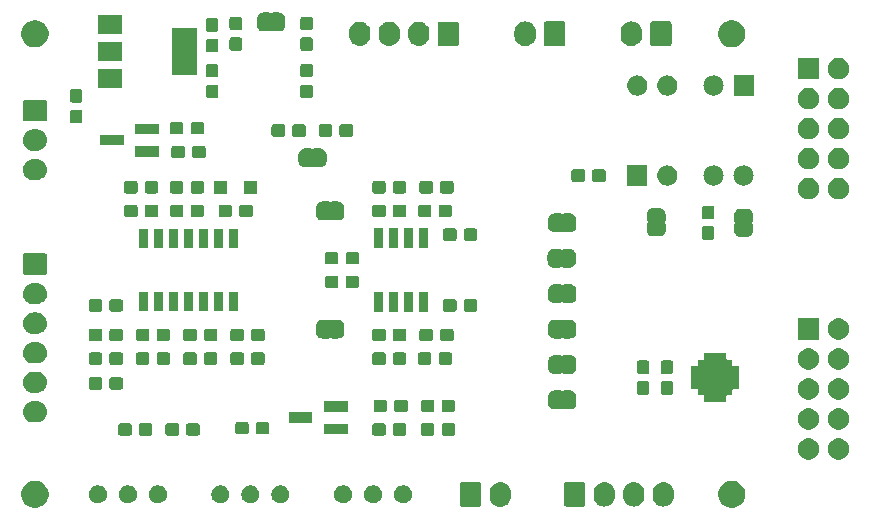
<source format=gts>
G04 #@! TF.GenerationSoftware,KiCad,Pcbnew,6.0.0-rc1-unknown-179dfa0~84~ubuntu18.04.1*
G04 #@! TF.CreationDate,2019-04-16T21:03:25-07:00
G04 #@! TF.ProjectId,big_battery_v3,6269675f-6261-4747-9465-72795f76332e,rev?*
G04 #@! TF.SameCoordinates,Original*
G04 #@! TF.FileFunction,Soldermask,Top*
G04 #@! TF.FilePolarity,Negative*
%FSLAX46Y46*%
G04 Gerber Fmt 4.6, Leading zero omitted, Abs format (unit mm)*
G04 Created by KiCad (PCBNEW 6.0.0-rc1-unknown-179dfa0~84~ubuntu18.04.1) date Tue 16 Apr 2019 09:03:25 PM PDT*
%MOMM*%
%LPD*%
G04 APERTURE LIST*
%ADD10C,0.100000*%
G04 APERTURE END LIST*
D10*
G36*
X62335734Y-40893232D02*
G01*
X62545202Y-40979996D01*
X62733723Y-41105962D01*
X62894038Y-41266277D01*
X63020004Y-41454798D01*
X63106768Y-41664266D01*
X63151000Y-41886635D01*
X63151000Y-42113365D01*
X63106768Y-42335734D01*
X63020004Y-42545202D01*
X62894038Y-42733723D01*
X62733723Y-42894038D01*
X62545202Y-43020004D01*
X62335734Y-43106768D01*
X62113365Y-43151000D01*
X61886635Y-43151000D01*
X61664266Y-43106768D01*
X61454798Y-43020004D01*
X61266277Y-42894038D01*
X61105962Y-42733723D01*
X60979996Y-42545202D01*
X60893232Y-42335734D01*
X60849000Y-42113365D01*
X60849000Y-41886635D01*
X60893232Y-41664266D01*
X60979996Y-41454798D01*
X61105962Y-41266277D01*
X61266277Y-41105962D01*
X61454798Y-40979996D01*
X61664266Y-40893232D01*
X61886635Y-40849000D01*
X62113365Y-40849000D01*
X62335734Y-40893232D01*
X62335734Y-40893232D01*
G37*
G36*
X3335734Y-40893232D02*
G01*
X3545202Y-40979996D01*
X3733723Y-41105962D01*
X3894038Y-41266277D01*
X4020004Y-41454798D01*
X4106768Y-41664266D01*
X4151000Y-41886635D01*
X4151000Y-42113365D01*
X4106768Y-42335734D01*
X4020004Y-42545202D01*
X3894038Y-42733723D01*
X3733723Y-42894038D01*
X3545202Y-43020004D01*
X3335734Y-43106768D01*
X3113365Y-43151000D01*
X2886635Y-43151000D01*
X2664266Y-43106768D01*
X2454798Y-43020004D01*
X2266277Y-42894038D01*
X2105962Y-42733723D01*
X1979996Y-42545202D01*
X1893232Y-42335734D01*
X1849000Y-42113365D01*
X1849000Y-41886635D01*
X1893232Y-41664266D01*
X1979996Y-41454798D01*
X2105962Y-41266277D01*
X2266277Y-41105962D01*
X2454798Y-40979996D01*
X2664266Y-40893232D01*
X2886635Y-40849000D01*
X3113365Y-40849000D01*
X3335734Y-40893232D01*
X3335734Y-40893232D01*
G37*
G36*
X42576626Y-40962037D02*
G01*
X42682561Y-40994172D01*
X42746466Y-41013557D01*
X42902989Y-41097221D01*
X43040186Y-41209814D01*
X43123448Y-41311271D01*
X43152778Y-41347009D01*
X43152779Y-41347011D01*
X43236443Y-41503533D01*
X43244027Y-41528534D01*
X43287963Y-41673373D01*
X43301000Y-41805742D01*
X43301000Y-42194257D01*
X43287963Y-42326626D01*
X43236443Y-42496466D01*
X43152778Y-42652991D01*
X43152777Y-42652992D01*
X43040186Y-42790186D01*
X42952178Y-42862411D01*
X42902991Y-42902778D01*
X42902989Y-42902779D01*
X42746467Y-42986443D01*
X42715930Y-42995706D01*
X42576627Y-43037963D01*
X42400000Y-43055359D01*
X42223374Y-43037963D01*
X42084071Y-42995706D01*
X42053534Y-42986443D01*
X41897012Y-42902779D01*
X41897010Y-42902778D01*
X41759816Y-42790186D01*
X41759812Y-42790183D01*
X41647222Y-42652992D01*
X41563557Y-42496467D01*
X41514800Y-42335734D01*
X41512037Y-42326627D01*
X41499000Y-42194258D01*
X41499000Y-41805743D01*
X41512037Y-41673374D01*
X41555973Y-41528535D01*
X41563557Y-41503534D01*
X41647221Y-41347011D01*
X41759814Y-41209814D01*
X41873641Y-41116400D01*
X41897009Y-41097222D01*
X41922960Y-41083351D01*
X42053533Y-41013557D01*
X42117438Y-40994172D01*
X42223373Y-40962037D01*
X42400000Y-40944641D01*
X42576626Y-40962037D01*
X42576626Y-40962037D01*
G37*
G36*
X40658600Y-40952989D02*
G01*
X40691649Y-40963014D01*
X40722106Y-40979294D01*
X40748799Y-41001201D01*
X40770706Y-41027894D01*
X40786986Y-41058351D01*
X40797011Y-41091400D01*
X40801000Y-41131904D01*
X40801000Y-42868096D01*
X40797011Y-42908600D01*
X40786986Y-42941649D01*
X40770706Y-42972106D01*
X40748799Y-42998799D01*
X40722106Y-43020706D01*
X40691649Y-43036986D01*
X40658600Y-43047011D01*
X40618096Y-43051000D01*
X39181904Y-43051000D01*
X39141400Y-43047011D01*
X39108351Y-43036986D01*
X39077894Y-43020706D01*
X39051201Y-42998799D01*
X39029294Y-42972106D01*
X39013014Y-42941649D01*
X39002989Y-42908600D01*
X38999000Y-42868096D01*
X38999000Y-41131904D01*
X39002989Y-41091400D01*
X39013014Y-41058351D01*
X39029294Y-41027894D01*
X39051201Y-41001201D01*
X39077894Y-40979294D01*
X39108351Y-40963014D01*
X39141400Y-40952989D01*
X39181904Y-40949000D01*
X40618096Y-40949000D01*
X40658600Y-40952989D01*
X40658600Y-40952989D01*
G37*
G36*
X53876626Y-40987037D02*
G01*
X53989852Y-41021384D01*
X54046466Y-41038557D01*
X54202989Y-41122221D01*
X54340186Y-41234814D01*
X54407426Y-41316748D01*
X54452778Y-41372009D01*
X54452779Y-41372011D01*
X54536443Y-41528533D01*
X54553616Y-41585147D01*
X54587963Y-41698373D01*
X54587963Y-41698375D01*
X54601000Y-41830740D01*
X54601000Y-42169259D01*
X54595521Y-42224891D01*
X54587963Y-42301626D01*
X54536443Y-42471466D01*
X54452778Y-42627991D01*
X54432261Y-42652991D01*
X54340186Y-42765186D01*
X54251827Y-42837699D01*
X54202991Y-42877778D01*
X54202989Y-42877779D01*
X54046467Y-42961443D01*
X54011315Y-42972106D01*
X53876627Y-43012963D01*
X53700000Y-43030359D01*
X53523374Y-43012963D01*
X53388686Y-42972106D01*
X53353534Y-42961443D01*
X53197012Y-42877779D01*
X53197010Y-42877778D01*
X53090279Y-42790186D01*
X53059812Y-42765183D01*
X52947222Y-42627992D01*
X52863557Y-42471467D01*
X52846384Y-42414853D01*
X52812037Y-42301627D01*
X52799000Y-42169258D01*
X52799000Y-41830743D01*
X52801463Y-41805740D01*
X52812037Y-41698376D01*
X52812037Y-41698374D01*
X52863557Y-41528535D01*
X52863557Y-41528534D01*
X52947221Y-41372011D01*
X53059814Y-41234814D01*
X53161271Y-41151552D01*
X53197009Y-41122222D01*
X53243782Y-41097221D01*
X53353533Y-41038557D01*
X53410147Y-41021384D01*
X53523373Y-40987037D01*
X53700000Y-40969641D01*
X53876626Y-40987037D01*
X53876626Y-40987037D01*
G37*
G36*
X51376626Y-40987037D02*
G01*
X51489852Y-41021384D01*
X51546466Y-41038557D01*
X51702989Y-41122221D01*
X51840186Y-41234814D01*
X51907426Y-41316748D01*
X51952778Y-41372009D01*
X51952779Y-41372011D01*
X52036443Y-41528533D01*
X52053616Y-41585147D01*
X52087963Y-41698373D01*
X52087963Y-41698375D01*
X52101000Y-41830740D01*
X52101000Y-42169259D01*
X52095521Y-42224891D01*
X52087963Y-42301626D01*
X52036443Y-42471466D01*
X51952778Y-42627991D01*
X51932261Y-42652991D01*
X51840186Y-42765186D01*
X51751827Y-42837699D01*
X51702991Y-42877778D01*
X51702989Y-42877779D01*
X51546467Y-42961443D01*
X51511315Y-42972106D01*
X51376627Y-43012963D01*
X51200000Y-43030359D01*
X51023374Y-43012963D01*
X50888686Y-42972106D01*
X50853534Y-42961443D01*
X50697012Y-42877779D01*
X50697010Y-42877778D01*
X50590279Y-42790186D01*
X50559812Y-42765183D01*
X50447222Y-42627992D01*
X50363557Y-42471467D01*
X50346384Y-42414853D01*
X50312037Y-42301627D01*
X50299000Y-42169258D01*
X50299000Y-41830743D01*
X50301463Y-41805740D01*
X50312037Y-41698376D01*
X50312037Y-41698374D01*
X50363557Y-41528535D01*
X50363557Y-41528534D01*
X50447221Y-41372011D01*
X50559814Y-41234814D01*
X50661271Y-41151552D01*
X50697009Y-41122222D01*
X50743782Y-41097221D01*
X50853533Y-41038557D01*
X50910147Y-41021384D01*
X51023373Y-40987037D01*
X51200000Y-40969641D01*
X51376626Y-40987037D01*
X51376626Y-40987037D01*
G37*
G36*
X56376626Y-40987037D02*
G01*
X56489852Y-41021384D01*
X56546466Y-41038557D01*
X56702989Y-41122221D01*
X56840186Y-41234814D01*
X56907426Y-41316748D01*
X56952778Y-41372009D01*
X56952779Y-41372011D01*
X57036443Y-41528533D01*
X57053616Y-41585147D01*
X57087963Y-41698373D01*
X57087963Y-41698375D01*
X57101000Y-41830740D01*
X57101000Y-42169259D01*
X57095521Y-42224891D01*
X57087963Y-42301626D01*
X57036443Y-42471466D01*
X56952778Y-42627991D01*
X56932261Y-42652991D01*
X56840186Y-42765186D01*
X56751827Y-42837699D01*
X56702991Y-42877778D01*
X56702989Y-42877779D01*
X56546467Y-42961443D01*
X56511315Y-42972106D01*
X56376627Y-43012963D01*
X56200000Y-43030359D01*
X56023374Y-43012963D01*
X55888686Y-42972106D01*
X55853534Y-42961443D01*
X55697012Y-42877779D01*
X55697010Y-42877778D01*
X55590279Y-42790186D01*
X55559812Y-42765183D01*
X55447222Y-42627992D01*
X55363557Y-42471467D01*
X55346384Y-42414853D01*
X55312037Y-42301627D01*
X55299000Y-42169258D01*
X55299000Y-41830743D01*
X55301463Y-41805740D01*
X55312037Y-41698376D01*
X55312037Y-41698374D01*
X55363557Y-41528535D01*
X55363557Y-41528534D01*
X55447221Y-41372011D01*
X55559814Y-41234814D01*
X55661271Y-41151552D01*
X55697009Y-41122222D01*
X55743782Y-41097221D01*
X55853533Y-41038557D01*
X55910147Y-41021384D01*
X56023373Y-40987037D01*
X56200000Y-40969641D01*
X56376626Y-40987037D01*
X56376626Y-40987037D01*
G37*
G36*
X49458600Y-40977989D02*
G01*
X49491649Y-40988014D01*
X49522106Y-41004294D01*
X49548799Y-41026201D01*
X49570706Y-41052894D01*
X49586986Y-41083351D01*
X49597011Y-41116400D01*
X49601000Y-41156904D01*
X49601000Y-42843096D01*
X49597011Y-42883600D01*
X49586986Y-42916649D01*
X49570706Y-42947106D01*
X49548799Y-42973799D01*
X49522106Y-42995706D01*
X49491649Y-43011986D01*
X49458600Y-43022011D01*
X49418096Y-43026000D01*
X47981904Y-43026000D01*
X47941400Y-43022011D01*
X47908351Y-43011986D01*
X47877894Y-42995706D01*
X47851201Y-42973799D01*
X47829294Y-42947106D01*
X47813014Y-42916649D01*
X47802989Y-42883600D01*
X47799000Y-42843096D01*
X47799000Y-41156904D01*
X47802989Y-41116400D01*
X47813014Y-41083351D01*
X47829294Y-41052894D01*
X47851201Y-41026201D01*
X47877894Y-41004294D01*
X47908351Y-40988014D01*
X47941400Y-40977989D01*
X47981904Y-40974000D01*
X49418096Y-40974000D01*
X49458600Y-40977989D01*
X49458600Y-40977989D01*
G37*
G36*
X34305589Y-41238876D02*
G01*
X34404893Y-41258629D01*
X34545206Y-41316748D01*
X34671484Y-41401125D01*
X34778875Y-41508516D01*
X34863252Y-41634794D01*
X34921371Y-41775107D01*
X34951000Y-41924063D01*
X34951000Y-42075937D01*
X34921371Y-42224893D01*
X34863252Y-42365206D01*
X34778875Y-42491484D01*
X34671484Y-42598875D01*
X34545206Y-42683252D01*
X34404893Y-42741371D01*
X34306211Y-42761000D01*
X34255938Y-42771000D01*
X34104062Y-42771000D01*
X34053789Y-42761000D01*
X33955107Y-42741371D01*
X33814794Y-42683252D01*
X33688516Y-42598875D01*
X33581125Y-42491484D01*
X33496748Y-42365206D01*
X33438629Y-42224893D01*
X33409000Y-42075937D01*
X33409000Y-41924063D01*
X33438629Y-41775107D01*
X33496748Y-41634794D01*
X33581125Y-41508516D01*
X33688516Y-41401125D01*
X33814794Y-41316748D01*
X33955107Y-41258629D01*
X34054411Y-41238876D01*
X34104062Y-41229000D01*
X34255938Y-41229000D01*
X34305589Y-41238876D01*
X34305589Y-41238876D01*
G37*
G36*
X31765589Y-41238876D02*
G01*
X31864893Y-41258629D01*
X32005206Y-41316748D01*
X32131484Y-41401125D01*
X32238875Y-41508516D01*
X32323252Y-41634794D01*
X32381371Y-41775107D01*
X32411000Y-41924063D01*
X32411000Y-42075937D01*
X32381371Y-42224893D01*
X32323252Y-42365206D01*
X32238875Y-42491484D01*
X32131484Y-42598875D01*
X32005206Y-42683252D01*
X31864893Y-42741371D01*
X31766211Y-42761000D01*
X31715938Y-42771000D01*
X31564062Y-42771000D01*
X31513789Y-42761000D01*
X31415107Y-42741371D01*
X31274794Y-42683252D01*
X31148516Y-42598875D01*
X31041125Y-42491484D01*
X30956748Y-42365206D01*
X30898629Y-42224893D01*
X30869000Y-42075937D01*
X30869000Y-41924063D01*
X30898629Y-41775107D01*
X30956748Y-41634794D01*
X31041125Y-41508516D01*
X31148516Y-41401125D01*
X31274794Y-41316748D01*
X31415107Y-41258629D01*
X31514411Y-41238876D01*
X31564062Y-41229000D01*
X31715938Y-41229000D01*
X31765589Y-41238876D01*
X31765589Y-41238876D01*
G37*
G36*
X29225589Y-41238876D02*
G01*
X29324893Y-41258629D01*
X29465206Y-41316748D01*
X29591484Y-41401125D01*
X29698875Y-41508516D01*
X29783252Y-41634794D01*
X29841371Y-41775107D01*
X29871000Y-41924063D01*
X29871000Y-42075937D01*
X29841371Y-42224893D01*
X29783252Y-42365206D01*
X29698875Y-42491484D01*
X29591484Y-42598875D01*
X29465206Y-42683252D01*
X29324893Y-42741371D01*
X29226211Y-42761000D01*
X29175938Y-42771000D01*
X29024062Y-42771000D01*
X28973789Y-42761000D01*
X28875107Y-42741371D01*
X28734794Y-42683252D01*
X28608516Y-42598875D01*
X28501125Y-42491484D01*
X28416748Y-42365206D01*
X28358629Y-42224893D01*
X28329000Y-42075937D01*
X28329000Y-41924063D01*
X28358629Y-41775107D01*
X28416748Y-41634794D01*
X28501125Y-41508516D01*
X28608516Y-41401125D01*
X28734794Y-41316748D01*
X28875107Y-41258629D01*
X28974411Y-41238876D01*
X29024062Y-41229000D01*
X29175938Y-41229000D01*
X29225589Y-41238876D01*
X29225589Y-41238876D01*
G37*
G36*
X8445589Y-41238876D02*
G01*
X8544893Y-41258629D01*
X8685206Y-41316748D01*
X8811484Y-41401125D01*
X8918875Y-41508516D01*
X9003252Y-41634794D01*
X9061371Y-41775107D01*
X9091000Y-41924063D01*
X9091000Y-42075937D01*
X9061371Y-42224893D01*
X9003252Y-42365206D01*
X8918875Y-42491484D01*
X8811484Y-42598875D01*
X8685206Y-42683252D01*
X8544893Y-42741371D01*
X8446211Y-42761000D01*
X8395938Y-42771000D01*
X8244062Y-42771000D01*
X8193789Y-42761000D01*
X8095107Y-42741371D01*
X7954794Y-42683252D01*
X7828516Y-42598875D01*
X7721125Y-42491484D01*
X7636748Y-42365206D01*
X7578629Y-42224893D01*
X7549000Y-42075937D01*
X7549000Y-41924063D01*
X7578629Y-41775107D01*
X7636748Y-41634794D01*
X7721125Y-41508516D01*
X7828516Y-41401125D01*
X7954794Y-41316748D01*
X8095107Y-41258629D01*
X8194411Y-41238876D01*
X8244062Y-41229000D01*
X8395938Y-41229000D01*
X8445589Y-41238876D01*
X8445589Y-41238876D01*
G37*
G36*
X23905589Y-41238876D02*
G01*
X24004893Y-41258629D01*
X24145206Y-41316748D01*
X24271484Y-41401125D01*
X24378875Y-41508516D01*
X24463252Y-41634794D01*
X24521371Y-41775107D01*
X24551000Y-41924063D01*
X24551000Y-42075937D01*
X24521371Y-42224893D01*
X24463252Y-42365206D01*
X24378875Y-42491484D01*
X24271484Y-42598875D01*
X24145206Y-42683252D01*
X24004893Y-42741371D01*
X23906211Y-42761000D01*
X23855938Y-42771000D01*
X23704062Y-42771000D01*
X23653789Y-42761000D01*
X23555107Y-42741371D01*
X23414794Y-42683252D01*
X23288516Y-42598875D01*
X23181125Y-42491484D01*
X23096748Y-42365206D01*
X23038629Y-42224893D01*
X23009000Y-42075937D01*
X23009000Y-41924063D01*
X23038629Y-41775107D01*
X23096748Y-41634794D01*
X23181125Y-41508516D01*
X23288516Y-41401125D01*
X23414794Y-41316748D01*
X23555107Y-41258629D01*
X23654411Y-41238876D01*
X23704062Y-41229000D01*
X23855938Y-41229000D01*
X23905589Y-41238876D01*
X23905589Y-41238876D01*
G37*
G36*
X21365589Y-41238876D02*
G01*
X21464893Y-41258629D01*
X21605206Y-41316748D01*
X21731484Y-41401125D01*
X21838875Y-41508516D01*
X21923252Y-41634794D01*
X21981371Y-41775107D01*
X22011000Y-41924063D01*
X22011000Y-42075937D01*
X21981371Y-42224893D01*
X21923252Y-42365206D01*
X21838875Y-42491484D01*
X21731484Y-42598875D01*
X21605206Y-42683252D01*
X21464893Y-42741371D01*
X21366211Y-42761000D01*
X21315938Y-42771000D01*
X21164062Y-42771000D01*
X21113789Y-42761000D01*
X21015107Y-42741371D01*
X20874794Y-42683252D01*
X20748516Y-42598875D01*
X20641125Y-42491484D01*
X20556748Y-42365206D01*
X20498629Y-42224893D01*
X20469000Y-42075937D01*
X20469000Y-41924063D01*
X20498629Y-41775107D01*
X20556748Y-41634794D01*
X20641125Y-41508516D01*
X20748516Y-41401125D01*
X20874794Y-41316748D01*
X21015107Y-41258629D01*
X21114411Y-41238876D01*
X21164062Y-41229000D01*
X21315938Y-41229000D01*
X21365589Y-41238876D01*
X21365589Y-41238876D01*
G37*
G36*
X18825589Y-41238876D02*
G01*
X18924893Y-41258629D01*
X19065206Y-41316748D01*
X19191484Y-41401125D01*
X19298875Y-41508516D01*
X19383252Y-41634794D01*
X19441371Y-41775107D01*
X19471000Y-41924063D01*
X19471000Y-42075937D01*
X19441371Y-42224893D01*
X19383252Y-42365206D01*
X19298875Y-42491484D01*
X19191484Y-42598875D01*
X19065206Y-42683252D01*
X18924893Y-42741371D01*
X18826211Y-42761000D01*
X18775938Y-42771000D01*
X18624062Y-42771000D01*
X18573789Y-42761000D01*
X18475107Y-42741371D01*
X18334794Y-42683252D01*
X18208516Y-42598875D01*
X18101125Y-42491484D01*
X18016748Y-42365206D01*
X17958629Y-42224893D01*
X17929000Y-42075937D01*
X17929000Y-41924063D01*
X17958629Y-41775107D01*
X18016748Y-41634794D01*
X18101125Y-41508516D01*
X18208516Y-41401125D01*
X18334794Y-41316748D01*
X18475107Y-41258629D01*
X18574411Y-41238876D01*
X18624062Y-41229000D01*
X18775938Y-41229000D01*
X18825589Y-41238876D01*
X18825589Y-41238876D01*
G37*
G36*
X13525589Y-41238876D02*
G01*
X13624893Y-41258629D01*
X13765206Y-41316748D01*
X13891484Y-41401125D01*
X13998875Y-41508516D01*
X14083252Y-41634794D01*
X14141371Y-41775107D01*
X14171000Y-41924063D01*
X14171000Y-42075937D01*
X14141371Y-42224893D01*
X14083252Y-42365206D01*
X13998875Y-42491484D01*
X13891484Y-42598875D01*
X13765206Y-42683252D01*
X13624893Y-42741371D01*
X13526211Y-42761000D01*
X13475938Y-42771000D01*
X13324062Y-42771000D01*
X13273789Y-42761000D01*
X13175107Y-42741371D01*
X13034794Y-42683252D01*
X12908516Y-42598875D01*
X12801125Y-42491484D01*
X12716748Y-42365206D01*
X12658629Y-42224893D01*
X12629000Y-42075937D01*
X12629000Y-41924063D01*
X12658629Y-41775107D01*
X12716748Y-41634794D01*
X12801125Y-41508516D01*
X12908516Y-41401125D01*
X13034794Y-41316748D01*
X13175107Y-41258629D01*
X13274411Y-41238876D01*
X13324062Y-41229000D01*
X13475938Y-41229000D01*
X13525589Y-41238876D01*
X13525589Y-41238876D01*
G37*
G36*
X10985589Y-41238876D02*
G01*
X11084893Y-41258629D01*
X11225206Y-41316748D01*
X11351484Y-41401125D01*
X11458875Y-41508516D01*
X11543252Y-41634794D01*
X11601371Y-41775107D01*
X11631000Y-41924063D01*
X11631000Y-42075937D01*
X11601371Y-42224893D01*
X11543252Y-42365206D01*
X11458875Y-42491484D01*
X11351484Y-42598875D01*
X11225206Y-42683252D01*
X11084893Y-42741371D01*
X10986211Y-42761000D01*
X10935938Y-42771000D01*
X10784062Y-42771000D01*
X10733789Y-42761000D01*
X10635107Y-42741371D01*
X10494794Y-42683252D01*
X10368516Y-42598875D01*
X10261125Y-42491484D01*
X10176748Y-42365206D01*
X10118629Y-42224893D01*
X10089000Y-42075937D01*
X10089000Y-41924063D01*
X10118629Y-41775107D01*
X10176748Y-41634794D01*
X10261125Y-41508516D01*
X10368516Y-41401125D01*
X10494794Y-41316748D01*
X10635107Y-41258629D01*
X10734411Y-41238876D01*
X10784062Y-41229000D01*
X10935938Y-41229000D01*
X10985589Y-41238876D01*
X10985589Y-41238876D01*
G37*
G36*
X71302812Y-37293624D02*
G01*
X71466784Y-37361544D01*
X71614354Y-37460147D01*
X71739853Y-37585646D01*
X71838456Y-37733216D01*
X71906376Y-37897188D01*
X71941000Y-38071259D01*
X71941000Y-38248741D01*
X71906376Y-38422812D01*
X71838456Y-38586784D01*
X71739853Y-38734354D01*
X71614354Y-38859853D01*
X71466784Y-38958456D01*
X71302812Y-39026376D01*
X71128741Y-39061000D01*
X70951259Y-39061000D01*
X70777188Y-39026376D01*
X70613216Y-38958456D01*
X70465646Y-38859853D01*
X70340147Y-38734354D01*
X70241544Y-38586784D01*
X70173624Y-38422812D01*
X70139000Y-38248741D01*
X70139000Y-38071259D01*
X70173624Y-37897188D01*
X70241544Y-37733216D01*
X70340147Y-37585646D01*
X70465646Y-37460147D01*
X70613216Y-37361544D01*
X70777188Y-37293624D01*
X70951259Y-37259000D01*
X71128741Y-37259000D01*
X71302812Y-37293624D01*
X71302812Y-37293624D01*
G37*
G36*
X68762812Y-37293624D02*
G01*
X68926784Y-37361544D01*
X69074354Y-37460147D01*
X69199853Y-37585646D01*
X69298456Y-37733216D01*
X69366376Y-37897188D01*
X69401000Y-38071259D01*
X69401000Y-38248741D01*
X69366376Y-38422812D01*
X69298456Y-38586784D01*
X69199853Y-38734354D01*
X69074354Y-38859853D01*
X68926784Y-38958456D01*
X68762812Y-39026376D01*
X68588741Y-39061000D01*
X68411259Y-39061000D01*
X68237188Y-39026376D01*
X68073216Y-38958456D01*
X67925646Y-38859853D01*
X67800147Y-38734354D01*
X67701544Y-38586784D01*
X67633624Y-38422812D01*
X67599000Y-38248741D01*
X67599000Y-38071259D01*
X67633624Y-37897188D01*
X67701544Y-37733216D01*
X67800147Y-37585646D01*
X67925646Y-37460147D01*
X68073216Y-37361544D01*
X68237188Y-37293624D01*
X68411259Y-37259000D01*
X68588741Y-37259000D01*
X68762812Y-37293624D01*
X68762812Y-37293624D01*
G37*
G36*
X15039499Y-35978445D02*
G01*
X15076993Y-35989819D01*
X15111557Y-36008294D01*
X15141847Y-36033153D01*
X15166706Y-36063443D01*
X15185181Y-36098007D01*
X15196555Y-36135501D01*
X15201000Y-36180638D01*
X15201000Y-36819362D01*
X15196555Y-36864499D01*
X15185181Y-36901993D01*
X15166706Y-36936557D01*
X15141847Y-36966847D01*
X15111557Y-36991706D01*
X15076993Y-37010181D01*
X15039499Y-37021555D01*
X14994362Y-37026000D01*
X14255638Y-37026000D01*
X14210501Y-37021555D01*
X14173007Y-37010181D01*
X14138443Y-36991706D01*
X14108153Y-36966847D01*
X14083294Y-36936557D01*
X14064819Y-36901993D01*
X14053445Y-36864499D01*
X14049000Y-36819362D01*
X14049000Y-36180638D01*
X14053445Y-36135501D01*
X14064819Y-36098007D01*
X14083294Y-36063443D01*
X14108153Y-36033153D01*
X14138443Y-36008294D01*
X14173007Y-35989819D01*
X14210501Y-35978445D01*
X14255638Y-35974000D01*
X14994362Y-35974000D01*
X15039499Y-35978445D01*
X15039499Y-35978445D01*
G37*
G36*
X36664499Y-35978445D02*
G01*
X36701993Y-35989819D01*
X36736557Y-36008294D01*
X36766847Y-36033153D01*
X36791706Y-36063443D01*
X36810181Y-36098007D01*
X36821555Y-36135501D01*
X36826000Y-36180638D01*
X36826000Y-36819362D01*
X36821555Y-36864499D01*
X36810181Y-36901993D01*
X36791706Y-36936557D01*
X36766847Y-36966847D01*
X36736557Y-36991706D01*
X36701993Y-37010181D01*
X36664499Y-37021555D01*
X36619362Y-37026000D01*
X35880638Y-37026000D01*
X35835501Y-37021555D01*
X35798007Y-37010181D01*
X35763443Y-36991706D01*
X35733153Y-36966847D01*
X35708294Y-36936557D01*
X35689819Y-36901993D01*
X35678445Y-36864499D01*
X35674000Y-36819362D01*
X35674000Y-36180638D01*
X35678445Y-36135501D01*
X35689819Y-36098007D01*
X35708294Y-36063443D01*
X35733153Y-36033153D01*
X35763443Y-36008294D01*
X35798007Y-35989819D01*
X35835501Y-35978445D01*
X35880638Y-35974000D01*
X36619362Y-35974000D01*
X36664499Y-35978445D01*
X36664499Y-35978445D01*
G37*
G36*
X38414499Y-35978445D02*
G01*
X38451993Y-35989819D01*
X38486557Y-36008294D01*
X38516847Y-36033153D01*
X38541706Y-36063443D01*
X38560181Y-36098007D01*
X38571555Y-36135501D01*
X38576000Y-36180638D01*
X38576000Y-36819362D01*
X38571555Y-36864499D01*
X38560181Y-36901993D01*
X38541706Y-36936557D01*
X38516847Y-36966847D01*
X38486557Y-36991706D01*
X38451993Y-37010181D01*
X38414499Y-37021555D01*
X38369362Y-37026000D01*
X37630638Y-37026000D01*
X37585501Y-37021555D01*
X37548007Y-37010181D01*
X37513443Y-36991706D01*
X37483153Y-36966847D01*
X37458294Y-36936557D01*
X37439819Y-36901993D01*
X37428445Y-36864499D01*
X37424000Y-36819362D01*
X37424000Y-36180638D01*
X37428445Y-36135501D01*
X37439819Y-36098007D01*
X37458294Y-36063443D01*
X37483153Y-36033153D01*
X37513443Y-36008294D01*
X37548007Y-35989819D01*
X37585501Y-35978445D01*
X37630638Y-35974000D01*
X38369362Y-35974000D01*
X38414499Y-35978445D01*
X38414499Y-35978445D01*
G37*
G36*
X11039499Y-35978445D02*
G01*
X11076993Y-35989819D01*
X11111557Y-36008294D01*
X11141847Y-36033153D01*
X11166706Y-36063443D01*
X11185181Y-36098007D01*
X11196555Y-36135501D01*
X11201000Y-36180638D01*
X11201000Y-36819362D01*
X11196555Y-36864499D01*
X11185181Y-36901993D01*
X11166706Y-36936557D01*
X11141847Y-36966847D01*
X11111557Y-36991706D01*
X11076993Y-37010181D01*
X11039499Y-37021555D01*
X10994362Y-37026000D01*
X10255638Y-37026000D01*
X10210501Y-37021555D01*
X10173007Y-37010181D01*
X10138443Y-36991706D01*
X10108153Y-36966847D01*
X10083294Y-36936557D01*
X10064819Y-36901993D01*
X10053445Y-36864499D01*
X10049000Y-36819362D01*
X10049000Y-36180638D01*
X10053445Y-36135501D01*
X10064819Y-36098007D01*
X10083294Y-36063443D01*
X10108153Y-36033153D01*
X10138443Y-36008294D01*
X10173007Y-35989819D01*
X10210501Y-35978445D01*
X10255638Y-35974000D01*
X10994362Y-35974000D01*
X11039499Y-35978445D01*
X11039499Y-35978445D01*
G37*
G36*
X12789499Y-35978445D02*
G01*
X12826993Y-35989819D01*
X12861557Y-36008294D01*
X12891847Y-36033153D01*
X12916706Y-36063443D01*
X12935181Y-36098007D01*
X12946555Y-36135501D01*
X12951000Y-36180638D01*
X12951000Y-36819362D01*
X12946555Y-36864499D01*
X12935181Y-36901993D01*
X12916706Y-36936557D01*
X12891847Y-36966847D01*
X12861557Y-36991706D01*
X12826993Y-37010181D01*
X12789499Y-37021555D01*
X12744362Y-37026000D01*
X12005638Y-37026000D01*
X11960501Y-37021555D01*
X11923007Y-37010181D01*
X11888443Y-36991706D01*
X11858153Y-36966847D01*
X11833294Y-36936557D01*
X11814819Y-36901993D01*
X11803445Y-36864499D01*
X11799000Y-36819362D01*
X11799000Y-36180638D01*
X11803445Y-36135501D01*
X11814819Y-36098007D01*
X11833294Y-36063443D01*
X11858153Y-36033153D01*
X11888443Y-36008294D01*
X11923007Y-35989819D01*
X11960501Y-35978445D01*
X12005638Y-35974000D01*
X12744362Y-35974000D01*
X12789499Y-35978445D01*
X12789499Y-35978445D01*
G37*
G36*
X16789499Y-35978445D02*
G01*
X16826993Y-35989819D01*
X16861557Y-36008294D01*
X16891847Y-36033153D01*
X16916706Y-36063443D01*
X16935181Y-36098007D01*
X16946555Y-36135501D01*
X16951000Y-36180638D01*
X16951000Y-36819362D01*
X16946555Y-36864499D01*
X16935181Y-36901993D01*
X16916706Y-36936557D01*
X16891847Y-36966847D01*
X16861557Y-36991706D01*
X16826993Y-37010181D01*
X16789499Y-37021555D01*
X16744362Y-37026000D01*
X16005638Y-37026000D01*
X15960501Y-37021555D01*
X15923007Y-37010181D01*
X15888443Y-36991706D01*
X15858153Y-36966847D01*
X15833294Y-36936557D01*
X15814819Y-36901993D01*
X15803445Y-36864499D01*
X15799000Y-36819362D01*
X15799000Y-36180638D01*
X15803445Y-36135501D01*
X15814819Y-36098007D01*
X15833294Y-36063443D01*
X15858153Y-36033153D01*
X15888443Y-36008294D01*
X15923007Y-35989819D01*
X15960501Y-35978445D01*
X16005638Y-35974000D01*
X16744362Y-35974000D01*
X16789499Y-35978445D01*
X16789499Y-35978445D01*
G37*
G36*
X34289499Y-35978445D02*
G01*
X34326993Y-35989819D01*
X34361557Y-36008294D01*
X34391847Y-36033153D01*
X34416706Y-36063443D01*
X34435181Y-36098007D01*
X34446555Y-36135501D01*
X34451000Y-36180638D01*
X34451000Y-36819362D01*
X34446555Y-36864499D01*
X34435181Y-36901993D01*
X34416706Y-36936557D01*
X34391847Y-36966847D01*
X34361557Y-36991706D01*
X34326993Y-37010181D01*
X34289499Y-37021555D01*
X34244362Y-37026000D01*
X33505638Y-37026000D01*
X33460501Y-37021555D01*
X33423007Y-37010181D01*
X33388443Y-36991706D01*
X33358153Y-36966847D01*
X33333294Y-36936557D01*
X33314819Y-36901993D01*
X33303445Y-36864499D01*
X33299000Y-36819362D01*
X33299000Y-36180638D01*
X33303445Y-36135501D01*
X33314819Y-36098007D01*
X33333294Y-36063443D01*
X33358153Y-36033153D01*
X33388443Y-36008294D01*
X33423007Y-35989819D01*
X33460501Y-35978445D01*
X33505638Y-35974000D01*
X34244362Y-35974000D01*
X34289499Y-35978445D01*
X34289499Y-35978445D01*
G37*
G36*
X32539499Y-35978445D02*
G01*
X32576993Y-35989819D01*
X32611557Y-36008294D01*
X32641847Y-36033153D01*
X32666706Y-36063443D01*
X32685181Y-36098007D01*
X32696555Y-36135501D01*
X32701000Y-36180638D01*
X32701000Y-36819362D01*
X32696555Y-36864499D01*
X32685181Y-36901993D01*
X32666706Y-36936557D01*
X32641847Y-36966847D01*
X32611557Y-36991706D01*
X32576993Y-37010181D01*
X32539499Y-37021555D01*
X32494362Y-37026000D01*
X31755638Y-37026000D01*
X31710501Y-37021555D01*
X31673007Y-37010181D01*
X31638443Y-36991706D01*
X31608153Y-36966847D01*
X31583294Y-36936557D01*
X31564819Y-36901993D01*
X31553445Y-36864499D01*
X31549000Y-36819362D01*
X31549000Y-36180638D01*
X31553445Y-36135501D01*
X31564819Y-36098007D01*
X31583294Y-36063443D01*
X31608153Y-36033153D01*
X31638443Y-36008294D01*
X31673007Y-35989819D01*
X31710501Y-35978445D01*
X31755638Y-35974000D01*
X32494362Y-35974000D01*
X32539499Y-35978445D01*
X32539499Y-35978445D01*
G37*
G36*
X20939499Y-35878445D02*
G01*
X20976993Y-35889819D01*
X21011557Y-35908294D01*
X21041847Y-35933153D01*
X21066706Y-35963443D01*
X21085181Y-35998007D01*
X21096555Y-36035501D01*
X21101000Y-36080638D01*
X21101000Y-36719362D01*
X21096555Y-36764499D01*
X21085181Y-36801993D01*
X21066706Y-36836557D01*
X21041847Y-36866847D01*
X21011557Y-36891706D01*
X20976993Y-36910181D01*
X20939499Y-36921555D01*
X20894362Y-36926000D01*
X20155638Y-36926000D01*
X20110501Y-36921555D01*
X20073007Y-36910181D01*
X20038443Y-36891706D01*
X20008153Y-36866847D01*
X19983294Y-36836557D01*
X19964819Y-36801993D01*
X19953445Y-36764499D01*
X19949000Y-36719362D01*
X19949000Y-36080638D01*
X19953445Y-36035501D01*
X19964819Y-35998007D01*
X19983294Y-35963443D01*
X20008153Y-35933153D01*
X20038443Y-35908294D01*
X20073007Y-35889819D01*
X20110501Y-35878445D01*
X20155638Y-35874000D01*
X20894362Y-35874000D01*
X20939499Y-35878445D01*
X20939499Y-35878445D01*
G37*
G36*
X22689499Y-35878445D02*
G01*
X22726993Y-35889819D01*
X22761557Y-35908294D01*
X22791847Y-35933153D01*
X22816706Y-35963443D01*
X22835181Y-35998007D01*
X22846555Y-36035501D01*
X22851000Y-36080638D01*
X22851000Y-36719362D01*
X22846555Y-36764499D01*
X22835181Y-36801993D01*
X22816706Y-36836557D01*
X22791847Y-36866847D01*
X22761557Y-36891706D01*
X22726993Y-36910181D01*
X22689499Y-36921555D01*
X22644362Y-36926000D01*
X21905638Y-36926000D01*
X21860501Y-36921555D01*
X21823007Y-36910181D01*
X21788443Y-36891706D01*
X21758153Y-36866847D01*
X21733294Y-36836557D01*
X21714819Y-36801993D01*
X21703445Y-36764499D01*
X21699000Y-36719362D01*
X21699000Y-36080638D01*
X21703445Y-36035501D01*
X21714819Y-35998007D01*
X21733294Y-35963443D01*
X21758153Y-35933153D01*
X21788443Y-35908294D01*
X21823007Y-35889819D01*
X21860501Y-35878445D01*
X21905638Y-35874000D01*
X22644362Y-35874000D01*
X22689499Y-35878445D01*
X22689499Y-35878445D01*
G37*
G36*
X29501000Y-36901000D02*
G01*
X27499000Y-36901000D01*
X27499000Y-35999000D01*
X29501000Y-35999000D01*
X29501000Y-36901000D01*
X29501000Y-36901000D01*
G37*
G36*
X68762812Y-34753624D02*
G01*
X68926784Y-34821544D01*
X69074354Y-34920147D01*
X69199853Y-35045646D01*
X69298456Y-35193216D01*
X69366376Y-35357188D01*
X69401000Y-35531259D01*
X69401000Y-35708741D01*
X69366376Y-35882812D01*
X69298456Y-36046784D01*
X69199853Y-36194354D01*
X69074354Y-36319853D01*
X68926784Y-36418456D01*
X68762812Y-36486376D01*
X68588741Y-36521000D01*
X68411259Y-36521000D01*
X68237188Y-36486376D01*
X68073216Y-36418456D01*
X67925646Y-36319853D01*
X67800147Y-36194354D01*
X67701544Y-36046784D01*
X67633624Y-35882812D01*
X67599000Y-35708741D01*
X67599000Y-35531259D01*
X67633624Y-35357188D01*
X67701544Y-35193216D01*
X67800147Y-35045646D01*
X67925646Y-34920147D01*
X68073216Y-34821544D01*
X68237188Y-34753624D01*
X68411259Y-34719000D01*
X68588741Y-34719000D01*
X68762812Y-34753624D01*
X68762812Y-34753624D01*
G37*
G36*
X71302812Y-34753624D02*
G01*
X71466784Y-34821544D01*
X71614354Y-34920147D01*
X71739853Y-35045646D01*
X71838456Y-35193216D01*
X71906376Y-35357188D01*
X71941000Y-35531259D01*
X71941000Y-35708741D01*
X71906376Y-35882812D01*
X71838456Y-36046784D01*
X71739853Y-36194354D01*
X71614354Y-36319853D01*
X71466784Y-36418456D01*
X71302812Y-36486376D01*
X71128741Y-36521000D01*
X70951259Y-36521000D01*
X70777188Y-36486376D01*
X70613216Y-36418456D01*
X70465646Y-36319853D01*
X70340147Y-36194354D01*
X70241544Y-36046784D01*
X70173624Y-35882812D01*
X70139000Y-35708741D01*
X70139000Y-35531259D01*
X70173624Y-35357188D01*
X70241544Y-35193216D01*
X70340147Y-35045646D01*
X70465646Y-34920147D01*
X70613216Y-34821544D01*
X70777188Y-34753624D01*
X70951259Y-34719000D01*
X71128741Y-34719000D01*
X71302812Y-34753624D01*
X71302812Y-34753624D01*
G37*
G36*
X26501000Y-35951000D02*
G01*
X24499000Y-35951000D01*
X24499000Y-35049000D01*
X26501000Y-35049000D01*
X26501000Y-35951000D01*
X26501000Y-35951000D01*
G37*
G36*
X3235442Y-34105518D02*
G01*
X3301627Y-34112037D01*
X3414853Y-34146384D01*
X3471467Y-34163557D01*
X3608867Y-34237000D01*
X3627991Y-34247222D01*
X3643558Y-34259998D01*
X3765186Y-34359814D01*
X3848448Y-34461271D01*
X3877778Y-34497009D01*
X3877779Y-34497011D01*
X3961443Y-34653533D01*
X3961443Y-34653534D01*
X4012963Y-34823373D01*
X4030359Y-35000000D01*
X4012963Y-35176627D01*
X4007930Y-35193218D01*
X3961443Y-35346467D01*
X3955712Y-35357188D01*
X3877778Y-35502991D01*
X3854579Y-35531259D01*
X3765186Y-35640186D01*
X3681650Y-35708741D01*
X3627991Y-35752778D01*
X3627989Y-35752779D01*
X3471467Y-35836443D01*
X3414853Y-35853616D01*
X3301627Y-35887963D01*
X3240128Y-35894020D01*
X3169260Y-35901000D01*
X2830740Y-35901000D01*
X2759872Y-35894020D01*
X2698373Y-35887963D01*
X2585147Y-35853616D01*
X2528533Y-35836443D01*
X2372011Y-35752779D01*
X2372009Y-35752778D01*
X2318350Y-35708741D01*
X2234814Y-35640186D01*
X2145421Y-35531259D01*
X2122222Y-35502991D01*
X2044288Y-35357188D01*
X2038557Y-35346467D01*
X1992070Y-35193218D01*
X1987037Y-35176627D01*
X1969641Y-35000000D01*
X1987037Y-34823373D01*
X2038557Y-34653534D01*
X2038557Y-34653533D01*
X2122221Y-34497011D01*
X2122222Y-34497009D01*
X2151552Y-34461271D01*
X2234814Y-34359814D01*
X2356442Y-34259998D01*
X2372009Y-34247222D01*
X2391133Y-34237000D01*
X2528533Y-34163557D01*
X2585147Y-34146384D01*
X2698373Y-34112037D01*
X2764558Y-34105518D01*
X2830740Y-34099000D01*
X3169260Y-34099000D01*
X3235442Y-34105518D01*
X3235442Y-34105518D01*
G37*
G36*
X36664499Y-33978445D02*
G01*
X36701993Y-33989819D01*
X36736557Y-34008294D01*
X36766847Y-34033153D01*
X36791706Y-34063443D01*
X36810181Y-34098007D01*
X36821555Y-34135501D01*
X36826000Y-34180638D01*
X36826000Y-34819362D01*
X36821555Y-34864499D01*
X36810181Y-34901993D01*
X36791706Y-34936557D01*
X36766847Y-34966847D01*
X36736557Y-34991706D01*
X36701993Y-35010181D01*
X36664499Y-35021555D01*
X36619362Y-35026000D01*
X35880638Y-35026000D01*
X35835501Y-35021555D01*
X35798007Y-35010181D01*
X35763443Y-34991706D01*
X35733153Y-34966847D01*
X35708294Y-34936557D01*
X35689819Y-34901993D01*
X35678445Y-34864499D01*
X35674000Y-34819362D01*
X35674000Y-34180638D01*
X35678445Y-34135501D01*
X35689819Y-34098007D01*
X35708294Y-34063443D01*
X35733153Y-34033153D01*
X35763443Y-34008294D01*
X35798007Y-33989819D01*
X35835501Y-33978445D01*
X35880638Y-33974000D01*
X36619362Y-33974000D01*
X36664499Y-33978445D01*
X36664499Y-33978445D01*
G37*
G36*
X38414499Y-33978445D02*
G01*
X38451993Y-33989819D01*
X38486557Y-34008294D01*
X38516847Y-34033153D01*
X38541706Y-34063443D01*
X38560181Y-34098007D01*
X38571555Y-34135501D01*
X38576000Y-34180638D01*
X38576000Y-34819362D01*
X38571555Y-34864499D01*
X38560181Y-34901993D01*
X38541706Y-34936557D01*
X38516847Y-34966847D01*
X38486557Y-34991706D01*
X38451993Y-35010181D01*
X38414499Y-35021555D01*
X38369362Y-35026000D01*
X37630638Y-35026000D01*
X37585501Y-35021555D01*
X37548007Y-35010181D01*
X37513443Y-34991706D01*
X37483153Y-34966847D01*
X37458294Y-34936557D01*
X37439819Y-34901993D01*
X37428445Y-34864499D01*
X37424000Y-34819362D01*
X37424000Y-34180638D01*
X37428445Y-34135501D01*
X37439819Y-34098007D01*
X37458294Y-34063443D01*
X37483153Y-34033153D01*
X37513443Y-34008294D01*
X37548007Y-33989819D01*
X37585501Y-33978445D01*
X37630638Y-33974000D01*
X38369362Y-33974000D01*
X38414499Y-33978445D01*
X38414499Y-33978445D01*
G37*
G36*
X34414499Y-33978445D02*
G01*
X34451993Y-33989819D01*
X34486557Y-34008294D01*
X34516847Y-34033153D01*
X34541706Y-34063443D01*
X34560181Y-34098007D01*
X34571555Y-34135501D01*
X34576000Y-34180638D01*
X34576000Y-34819362D01*
X34571555Y-34864499D01*
X34560181Y-34901993D01*
X34541706Y-34936557D01*
X34516847Y-34966847D01*
X34486557Y-34991706D01*
X34451993Y-35010181D01*
X34414499Y-35021555D01*
X34369362Y-35026000D01*
X33630638Y-35026000D01*
X33585501Y-35021555D01*
X33548007Y-35010181D01*
X33513443Y-34991706D01*
X33483153Y-34966847D01*
X33458294Y-34936557D01*
X33439819Y-34901993D01*
X33428445Y-34864499D01*
X33424000Y-34819362D01*
X33424000Y-34180638D01*
X33428445Y-34135501D01*
X33439819Y-34098007D01*
X33458294Y-34063443D01*
X33483153Y-34033153D01*
X33513443Y-34008294D01*
X33548007Y-33989819D01*
X33585501Y-33978445D01*
X33630638Y-33974000D01*
X34369362Y-33974000D01*
X34414499Y-33978445D01*
X34414499Y-33978445D01*
G37*
G36*
X32664499Y-33978445D02*
G01*
X32701993Y-33989819D01*
X32736557Y-34008294D01*
X32766847Y-34033153D01*
X32791706Y-34063443D01*
X32810181Y-34098007D01*
X32821555Y-34135501D01*
X32826000Y-34180638D01*
X32826000Y-34819362D01*
X32821555Y-34864499D01*
X32810181Y-34901993D01*
X32791706Y-34936557D01*
X32766847Y-34966847D01*
X32736557Y-34991706D01*
X32701993Y-35010181D01*
X32664499Y-35021555D01*
X32619362Y-35026000D01*
X31880638Y-35026000D01*
X31835501Y-35021555D01*
X31798007Y-35010181D01*
X31763443Y-34991706D01*
X31733153Y-34966847D01*
X31708294Y-34936557D01*
X31689819Y-34901993D01*
X31678445Y-34864499D01*
X31674000Y-34819362D01*
X31674000Y-34180638D01*
X31678445Y-34135501D01*
X31689819Y-34098007D01*
X31708294Y-34063443D01*
X31733153Y-34033153D01*
X31763443Y-34008294D01*
X31798007Y-33989819D01*
X31835501Y-33978445D01*
X31880638Y-33974000D01*
X32619362Y-33974000D01*
X32664499Y-33978445D01*
X32664499Y-33978445D01*
G37*
G36*
X29501000Y-35001000D02*
G01*
X27499000Y-35001000D01*
X27499000Y-34099000D01*
X29501000Y-34099000D01*
X29501000Y-35001000D01*
X29501000Y-35001000D01*
G37*
G36*
X47509999Y-33199737D02*
G01*
X47519611Y-33202653D01*
X47528469Y-33207388D01*
X47536237Y-33213763D01*
X47546446Y-33226202D01*
X47553372Y-33236568D01*
X47570698Y-33253895D01*
X47591073Y-33267510D01*
X47613711Y-33276888D01*
X47637745Y-33281669D01*
X47662249Y-33281669D01*
X47686283Y-33276889D01*
X47708922Y-33267513D01*
X47729297Y-33253899D01*
X47746624Y-33236573D01*
X47753552Y-33226204D01*
X47763763Y-33213763D01*
X47771531Y-33207388D01*
X47780389Y-33202653D01*
X47790001Y-33199737D01*
X47806140Y-33198148D01*
X48293860Y-33198148D01*
X48312198Y-33199954D01*
X48324450Y-33200556D01*
X48342869Y-33200556D01*
X48365149Y-33202750D01*
X48449236Y-33219476D01*
X48470655Y-33225974D01*
X48549871Y-33258785D01*
X48569607Y-33269335D01*
X48640897Y-33316969D01*
X48658208Y-33331176D01*
X48718824Y-33391792D01*
X48733031Y-33409103D01*
X48780665Y-33480393D01*
X48791215Y-33500129D01*
X48824026Y-33579345D01*
X48830524Y-33600764D01*
X48847250Y-33684851D01*
X48849444Y-33707131D01*
X48849444Y-33725550D01*
X48850046Y-33737802D01*
X48851852Y-33756140D01*
X48851852Y-34243861D01*
X48850046Y-34262198D01*
X48849444Y-34274450D01*
X48849444Y-34292869D01*
X48847250Y-34315149D01*
X48830524Y-34399236D01*
X48824026Y-34420655D01*
X48791215Y-34499871D01*
X48780665Y-34519607D01*
X48733031Y-34590897D01*
X48718824Y-34608208D01*
X48658208Y-34668824D01*
X48640897Y-34683031D01*
X48569607Y-34730665D01*
X48549871Y-34741215D01*
X48470655Y-34774026D01*
X48449236Y-34780524D01*
X48365149Y-34797250D01*
X48342869Y-34799444D01*
X48324450Y-34799444D01*
X48312198Y-34800046D01*
X48293861Y-34801852D01*
X47806140Y-34801852D01*
X47790001Y-34800263D01*
X47780389Y-34797347D01*
X47771531Y-34792612D01*
X47763763Y-34786237D01*
X47753554Y-34773798D01*
X47746628Y-34763432D01*
X47729302Y-34746105D01*
X47708927Y-34732490D01*
X47686289Y-34723112D01*
X47662255Y-34718331D01*
X47637751Y-34718331D01*
X47613717Y-34723111D01*
X47591078Y-34732487D01*
X47570703Y-34746101D01*
X47553376Y-34763427D01*
X47546448Y-34773796D01*
X47536237Y-34786237D01*
X47528469Y-34792612D01*
X47519611Y-34797347D01*
X47509999Y-34800263D01*
X47493860Y-34801852D01*
X47006139Y-34801852D01*
X46987802Y-34800046D01*
X46975550Y-34799444D01*
X46957131Y-34799444D01*
X46934851Y-34797250D01*
X46850764Y-34780524D01*
X46829345Y-34774026D01*
X46750129Y-34741215D01*
X46730393Y-34730665D01*
X46659103Y-34683031D01*
X46641792Y-34668824D01*
X46581176Y-34608208D01*
X46566969Y-34590897D01*
X46519335Y-34519607D01*
X46508785Y-34499871D01*
X46475974Y-34420655D01*
X46469476Y-34399236D01*
X46452750Y-34315149D01*
X46450556Y-34292869D01*
X46450556Y-34274450D01*
X46449954Y-34262198D01*
X46448148Y-34243861D01*
X46448148Y-33756140D01*
X46449954Y-33737802D01*
X46450556Y-33725550D01*
X46450556Y-33707131D01*
X46452750Y-33684851D01*
X46469476Y-33600764D01*
X46475974Y-33579345D01*
X46508785Y-33500129D01*
X46519335Y-33480393D01*
X46566969Y-33409103D01*
X46581176Y-33391792D01*
X46641792Y-33331176D01*
X46659103Y-33316969D01*
X46730393Y-33269335D01*
X46750129Y-33258785D01*
X46829345Y-33225974D01*
X46850764Y-33219476D01*
X46934851Y-33202750D01*
X46957131Y-33200556D01*
X46975550Y-33200556D01*
X46987802Y-33199954D01*
X47006140Y-33198148D01*
X47493860Y-33198148D01*
X47509999Y-33199737D01*
X47509999Y-33199737D01*
G37*
G36*
X61551000Y-30524000D02*
G01*
X61553402Y-30548386D01*
X61560515Y-30571835D01*
X61572066Y-30593446D01*
X61587612Y-30612388D01*
X61606554Y-30627934D01*
X61628165Y-30639485D01*
X61651614Y-30646598D01*
X61676000Y-30649000D01*
X62051000Y-30649000D01*
X62051000Y-31024000D01*
X62053402Y-31048386D01*
X62060515Y-31071835D01*
X62072066Y-31093446D01*
X62087612Y-31112388D01*
X62106554Y-31127934D01*
X62128165Y-31139485D01*
X62151614Y-31146598D01*
X62176000Y-31149000D01*
X62651000Y-31149000D01*
X62651000Y-33051000D01*
X62176000Y-33051000D01*
X62151614Y-33053402D01*
X62128165Y-33060515D01*
X62106554Y-33072066D01*
X62087612Y-33087612D01*
X62072066Y-33106554D01*
X62060515Y-33128165D01*
X62053402Y-33151614D01*
X62051000Y-33176000D01*
X62051000Y-33551000D01*
X61676000Y-33551000D01*
X61651614Y-33553402D01*
X61628165Y-33560515D01*
X61606554Y-33572066D01*
X61587612Y-33587612D01*
X61572066Y-33606554D01*
X61560515Y-33628165D01*
X61553402Y-33651614D01*
X61551000Y-33676000D01*
X61551000Y-34151000D01*
X59649000Y-34151000D01*
X59649000Y-33676000D01*
X59646598Y-33651614D01*
X59639485Y-33628165D01*
X59627934Y-33606554D01*
X59612388Y-33587612D01*
X59593446Y-33572066D01*
X59571835Y-33560515D01*
X59548386Y-33553402D01*
X59524000Y-33551000D01*
X59149000Y-33551000D01*
X59149000Y-33176000D01*
X59146598Y-33151614D01*
X59139485Y-33128165D01*
X59127934Y-33106554D01*
X59112388Y-33087612D01*
X59093446Y-33072066D01*
X59071835Y-33060515D01*
X59048386Y-33053402D01*
X59024000Y-33051000D01*
X58549000Y-33051000D01*
X58549000Y-31149000D01*
X59024000Y-31149000D01*
X59048386Y-31146598D01*
X59071835Y-31139485D01*
X59093446Y-31127934D01*
X59112388Y-31112388D01*
X59127934Y-31093446D01*
X59139485Y-31071835D01*
X59146598Y-31048386D01*
X59149000Y-31024000D01*
X59149000Y-30649000D01*
X59524000Y-30649000D01*
X59548386Y-30646598D01*
X59571835Y-30639485D01*
X59593446Y-30627934D01*
X59612388Y-30612388D01*
X59627934Y-30593446D01*
X59639485Y-30571835D01*
X59646598Y-30548386D01*
X59649000Y-30524000D01*
X59649000Y-30049000D01*
X61551000Y-30049000D01*
X61551000Y-30524000D01*
X61551000Y-30524000D01*
G37*
G36*
X71302812Y-32213624D02*
G01*
X71466784Y-32281544D01*
X71614354Y-32380147D01*
X71739853Y-32505646D01*
X71838456Y-32653216D01*
X71906376Y-32817188D01*
X71941000Y-32991259D01*
X71941000Y-33168741D01*
X71906376Y-33342812D01*
X71838456Y-33506784D01*
X71739853Y-33654354D01*
X71614354Y-33779853D01*
X71466784Y-33878456D01*
X71302812Y-33946376D01*
X71128741Y-33981000D01*
X70951259Y-33981000D01*
X70777188Y-33946376D01*
X70613216Y-33878456D01*
X70465646Y-33779853D01*
X70340147Y-33654354D01*
X70241544Y-33506784D01*
X70173624Y-33342812D01*
X70139000Y-33168741D01*
X70139000Y-32991259D01*
X70173624Y-32817188D01*
X70241544Y-32653216D01*
X70340147Y-32505646D01*
X70465646Y-32380147D01*
X70613216Y-32281544D01*
X70777188Y-32213624D01*
X70951259Y-32179000D01*
X71128741Y-32179000D01*
X71302812Y-32213624D01*
X71302812Y-32213624D01*
G37*
G36*
X68762812Y-32213624D02*
G01*
X68926784Y-32281544D01*
X69074354Y-32380147D01*
X69199853Y-32505646D01*
X69298456Y-32653216D01*
X69366376Y-32817188D01*
X69401000Y-32991259D01*
X69401000Y-33168741D01*
X69366376Y-33342812D01*
X69298456Y-33506784D01*
X69199853Y-33654354D01*
X69074354Y-33779853D01*
X68926784Y-33878456D01*
X68762812Y-33946376D01*
X68588741Y-33981000D01*
X68411259Y-33981000D01*
X68237188Y-33946376D01*
X68073216Y-33878456D01*
X67925646Y-33779853D01*
X67800147Y-33654354D01*
X67701544Y-33506784D01*
X67633624Y-33342812D01*
X67599000Y-33168741D01*
X67599000Y-32991259D01*
X67633624Y-32817188D01*
X67701544Y-32653216D01*
X67800147Y-32505646D01*
X67925646Y-32380147D01*
X68073216Y-32281544D01*
X68237188Y-32213624D01*
X68411259Y-32179000D01*
X68588741Y-32179000D01*
X68762812Y-32213624D01*
X68762812Y-32213624D01*
G37*
G36*
X56864499Y-32403445D02*
G01*
X56901993Y-32414819D01*
X56936557Y-32433294D01*
X56966847Y-32458153D01*
X56991706Y-32488443D01*
X57010181Y-32523007D01*
X57021555Y-32560501D01*
X57026000Y-32605638D01*
X57026000Y-33344362D01*
X57021555Y-33389499D01*
X57010181Y-33426993D01*
X56991706Y-33461557D01*
X56966847Y-33491847D01*
X56936557Y-33516706D01*
X56901993Y-33535181D01*
X56864499Y-33546555D01*
X56819362Y-33551000D01*
X56180638Y-33551000D01*
X56135501Y-33546555D01*
X56098007Y-33535181D01*
X56063443Y-33516706D01*
X56033153Y-33491847D01*
X56008294Y-33461557D01*
X55989819Y-33426993D01*
X55978445Y-33389499D01*
X55974000Y-33344362D01*
X55974000Y-32605638D01*
X55978445Y-32560501D01*
X55989819Y-32523007D01*
X56008294Y-32488443D01*
X56033153Y-32458153D01*
X56063443Y-32433294D01*
X56098007Y-32414819D01*
X56135501Y-32403445D01*
X56180638Y-32399000D01*
X56819362Y-32399000D01*
X56864499Y-32403445D01*
X56864499Y-32403445D01*
G37*
G36*
X54864499Y-32403445D02*
G01*
X54901993Y-32414819D01*
X54936557Y-32433294D01*
X54966847Y-32458153D01*
X54991706Y-32488443D01*
X55010181Y-32523007D01*
X55021555Y-32560501D01*
X55026000Y-32605638D01*
X55026000Y-33344362D01*
X55021555Y-33389499D01*
X55010181Y-33426993D01*
X54991706Y-33461557D01*
X54966847Y-33491847D01*
X54936557Y-33516706D01*
X54901993Y-33535181D01*
X54864499Y-33546555D01*
X54819362Y-33551000D01*
X54180638Y-33551000D01*
X54135501Y-33546555D01*
X54098007Y-33535181D01*
X54063443Y-33516706D01*
X54033153Y-33491847D01*
X54008294Y-33461557D01*
X53989819Y-33426993D01*
X53978445Y-33389499D01*
X53974000Y-33344362D01*
X53974000Y-32605638D01*
X53978445Y-32560501D01*
X53989819Y-32523007D01*
X54008294Y-32488443D01*
X54033153Y-32458153D01*
X54063443Y-32433294D01*
X54098007Y-32414819D01*
X54135501Y-32403445D01*
X54180638Y-32399000D01*
X54819362Y-32399000D01*
X54864499Y-32403445D01*
X54864499Y-32403445D01*
G37*
G36*
X3235442Y-31605518D02*
G01*
X3301627Y-31612037D01*
X3389345Y-31638646D01*
X3471467Y-31663557D01*
X3561267Y-31711557D01*
X3627991Y-31747222D01*
X3662833Y-31775816D01*
X3765186Y-31859814D01*
X3848448Y-31961271D01*
X3877778Y-31997009D01*
X3877779Y-31997011D01*
X3961443Y-32153533D01*
X3961443Y-32153534D01*
X4012963Y-32323373D01*
X4030359Y-32500000D01*
X4012963Y-32676627D01*
X3978616Y-32789853D01*
X3961443Y-32846467D01*
X3925180Y-32914309D01*
X3877778Y-33002991D01*
X3872752Y-33009115D01*
X3765186Y-33140186D01*
X3683296Y-33207390D01*
X3627991Y-33252778D01*
X3627989Y-33252779D01*
X3471467Y-33336443D01*
X3445361Y-33344362D01*
X3301627Y-33387963D01*
X3235442Y-33394482D01*
X3169260Y-33401000D01*
X2830740Y-33401000D01*
X2764558Y-33394482D01*
X2698373Y-33387963D01*
X2554639Y-33344362D01*
X2528533Y-33336443D01*
X2372011Y-33252779D01*
X2372009Y-33252778D01*
X2316704Y-33207390D01*
X2234814Y-33140186D01*
X2127248Y-33009115D01*
X2122222Y-33002991D01*
X2074820Y-32914309D01*
X2038557Y-32846467D01*
X2021384Y-32789853D01*
X1987037Y-32676627D01*
X1969641Y-32500000D01*
X1987037Y-32323373D01*
X2038557Y-32153534D01*
X2038557Y-32153533D01*
X2122221Y-31997011D01*
X2122222Y-31997009D01*
X2151552Y-31961271D01*
X2234814Y-31859814D01*
X2337167Y-31775816D01*
X2372009Y-31747222D01*
X2438733Y-31711557D01*
X2528533Y-31663557D01*
X2610655Y-31638646D01*
X2698373Y-31612037D01*
X2764558Y-31605518D01*
X2830740Y-31599000D01*
X3169260Y-31599000D01*
X3235442Y-31605518D01*
X3235442Y-31605518D01*
G37*
G36*
X8539499Y-32078445D02*
G01*
X8576993Y-32089819D01*
X8611557Y-32108294D01*
X8641847Y-32133153D01*
X8666706Y-32163443D01*
X8685181Y-32198007D01*
X8696555Y-32235501D01*
X8701000Y-32280638D01*
X8701000Y-32919362D01*
X8696555Y-32964499D01*
X8685181Y-33001993D01*
X8666706Y-33036557D01*
X8641847Y-33066847D01*
X8611557Y-33091706D01*
X8576993Y-33110181D01*
X8539499Y-33121555D01*
X8494362Y-33126000D01*
X7755638Y-33126000D01*
X7710501Y-33121555D01*
X7673007Y-33110181D01*
X7638443Y-33091706D01*
X7608153Y-33066847D01*
X7583294Y-33036557D01*
X7564819Y-33001993D01*
X7553445Y-32964499D01*
X7549000Y-32919362D01*
X7549000Y-32280638D01*
X7553445Y-32235501D01*
X7564819Y-32198007D01*
X7583294Y-32163443D01*
X7608153Y-32133153D01*
X7638443Y-32108294D01*
X7673007Y-32089819D01*
X7710501Y-32078445D01*
X7755638Y-32074000D01*
X8494362Y-32074000D01*
X8539499Y-32078445D01*
X8539499Y-32078445D01*
G37*
G36*
X10289499Y-32078445D02*
G01*
X10326993Y-32089819D01*
X10361557Y-32108294D01*
X10391847Y-32133153D01*
X10416706Y-32163443D01*
X10435181Y-32198007D01*
X10446555Y-32235501D01*
X10451000Y-32280638D01*
X10451000Y-32919362D01*
X10446555Y-32964499D01*
X10435181Y-33001993D01*
X10416706Y-33036557D01*
X10391847Y-33066847D01*
X10361557Y-33091706D01*
X10326993Y-33110181D01*
X10289499Y-33121555D01*
X10244362Y-33126000D01*
X9505638Y-33126000D01*
X9460501Y-33121555D01*
X9423007Y-33110181D01*
X9388443Y-33091706D01*
X9358153Y-33066847D01*
X9333294Y-33036557D01*
X9314819Y-33001993D01*
X9303445Y-32964499D01*
X9299000Y-32919362D01*
X9299000Y-32280638D01*
X9303445Y-32235501D01*
X9314819Y-32198007D01*
X9333294Y-32163443D01*
X9358153Y-32133153D01*
X9388443Y-32108294D01*
X9423007Y-32089819D01*
X9460501Y-32078445D01*
X9505638Y-32074000D01*
X10244362Y-32074000D01*
X10289499Y-32078445D01*
X10289499Y-32078445D01*
G37*
G36*
X47509999Y-30199737D02*
G01*
X47519611Y-30202653D01*
X47528469Y-30207388D01*
X47536237Y-30213763D01*
X47546446Y-30226202D01*
X47553372Y-30236568D01*
X47570698Y-30253895D01*
X47591073Y-30267510D01*
X47613711Y-30276888D01*
X47637745Y-30281669D01*
X47662249Y-30281669D01*
X47686283Y-30276889D01*
X47708922Y-30267513D01*
X47729297Y-30253899D01*
X47746624Y-30236573D01*
X47753552Y-30226204D01*
X47763763Y-30213763D01*
X47771531Y-30207388D01*
X47780389Y-30202653D01*
X47790001Y-30199737D01*
X47806140Y-30198148D01*
X48293860Y-30198148D01*
X48312198Y-30199954D01*
X48324450Y-30200556D01*
X48342869Y-30200556D01*
X48365149Y-30202750D01*
X48449236Y-30219476D01*
X48470655Y-30225974D01*
X48549871Y-30258785D01*
X48569607Y-30269335D01*
X48640897Y-30316969D01*
X48658208Y-30331176D01*
X48718824Y-30391792D01*
X48733031Y-30409103D01*
X48780665Y-30480393D01*
X48791215Y-30500129D01*
X48824026Y-30579345D01*
X48830524Y-30600764D01*
X48847250Y-30684851D01*
X48849444Y-30707131D01*
X48849444Y-30725550D01*
X48850046Y-30737802D01*
X48851852Y-30756140D01*
X48851852Y-31243861D01*
X48850046Y-31262198D01*
X48849444Y-31274450D01*
X48849444Y-31292869D01*
X48847250Y-31315149D01*
X48830524Y-31399236D01*
X48824026Y-31420655D01*
X48791215Y-31499871D01*
X48780665Y-31519607D01*
X48733031Y-31590897D01*
X48718824Y-31608208D01*
X48658208Y-31668824D01*
X48640897Y-31683031D01*
X48569607Y-31730665D01*
X48549871Y-31741215D01*
X48470655Y-31774026D01*
X48449236Y-31780524D01*
X48365149Y-31797250D01*
X48342869Y-31799444D01*
X48324450Y-31799444D01*
X48312198Y-31800046D01*
X48293861Y-31801852D01*
X47806140Y-31801852D01*
X47790001Y-31800263D01*
X47780389Y-31797347D01*
X47771531Y-31792612D01*
X47763763Y-31786237D01*
X47753554Y-31773798D01*
X47746628Y-31763432D01*
X47729302Y-31746105D01*
X47708927Y-31732490D01*
X47686289Y-31723112D01*
X47662255Y-31718331D01*
X47637751Y-31718331D01*
X47613717Y-31723111D01*
X47591078Y-31732487D01*
X47570703Y-31746101D01*
X47553376Y-31763427D01*
X47546448Y-31773796D01*
X47536237Y-31786237D01*
X47528469Y-31792612D01*
X47519611Y-31797347D01*
X47509999Y-31800263D01*
X47493860Y-31801852D01*
X47006139Y-31801852D01*
X46987802Y-31800046D01*
X46975550Y-31799444D01*
X46957131Y-31799444D01*
X46934851Y-31797250D01*
X46850764Y-31780524D01*
X46829345Y-31774026D01*
X46750129Y-31741215D01*
X46730393Y-31730665D01*
X46659103Y-31683031D01*
X46641792Y-31668824D01*
X46581176Y-31608208D01*
X46566969Y-31590897D01*
X46519335Y-31519607D01*
X46508785Y-31499871D01*
X46475974Y-31420655D01*
X46469476Y-31399236D01*
X46452750Y-31315149D01*
X46450556Y-31292869D01*
X46450556Y-31274450D01*
X46449954Y-31262198D01*
X46448148Y-31243861D01*
X46448148Y-30756140D01*
X46449954Y-30737802D01*
X46450556Y-30725550D01*
X46450556Y-30707131D01*
X46452750Y-30684851D01*
X46469476Y-30600764D01*
X46475974Y-30579345D01*
X46508785Y-30500129D01*
X46519335Y-30480393D01*
X46566969Y-30409103D01*
X46581176Y-30391792D01*
X46641792Y-30331176D01*
X46659103Y-30316969D01*
X46730393Y-30269335D01*
X46750129Y-30258785D01*
X46829345Y-30225974D01*
X46850764Y-30219476D01*
X46934851Y-30202750D01*
X46957131Y-30200556D01*
X46975550Y-30200556D01*
X46987802Y-30199954D01*
X47006140Y-30198148D01*
X47493860Y-30198148D01*
X47509999Y-30199737D01*
X47509999Y-30199737D01*
G37*
G36*
X54864499Y-30653445D02*
G01*
X54901993Y-30664819D01*
X54936557Y-30683294D01*
X54966847Y-30708153D01*
X54991706Y-30738443D01*
X55010181Y-30773007D01*
X55021555Y-30810501D01*
X55026000Y-30855638D01*
X55026000Y-31594362D01*
X55021555Y-31639499D01*
X55010181Y-31676993D01*
X54991706Y-31711557D01*
X54966847Y-31741847D01*
X54936557Y-31766706D01*
X54901993Y-31785181D01*
X54864499Y-31796555D01*
X54819362Y-31801000D01*
X54180638Y-31801000D01*
X54135501Y-31796555D01*
X54098007Y-31785181D01*
X54063443Y-31766706D01*
X54033153Y-31741847D01*
X54008294Y-31711557D01*
X53989819Y-31676993D01*
X53978445Y-31639499D01*
X53974000Y-31594362D01*
X53974000Y-30855638D01*
X53978445Y-30810501D01*
X53989819Y-30773007D01*
X54008294Y-30738443D01*
X54033153Y-30708153D01*
X54063443Y-30683294D01*
X54098007Y-30664819D01*
X54135501Y-30653445D01*
X54180638Y-30649000D01*
X54819362Y-30649000D01*
X54864499Y-30653445D01*
X54864499Y-30653445D01*
G37*
G36*
X56864499Y-30653445D02*
G01*
X56901993Y-30664819D01*
X56936557Y-30683294D01*
X56966847Y-30708153D01*
X56991706Y-30738443D01*
X57010181Y-30773007D01*
X57021555Y-30810501D01*
X57026000Y-30855638D01*
X57026000Y-31594362D01*
X57021555Y-31639499D01*
X57010181Y-31676993D01*
X56991706Y-31711557D01*
X56966847Y-31741847D01*
X56936557Y-31766706D01*
X56901993Y-31785181D01*
X56864499Y-31796555D01*
X56819362Y-31801000D01*
X56180638Y-31801000D01*
X56135501Y-31796555D01*
X56098007Y-31785181D01*
X56063443Y-31766706D01*
X56033153Y-31741847D01*
X56008294Y-31711557D01*
X55989819Y-31676993D01*
X55978445Y-31639499D01*
X55974000Y-31594362D01*
X55974000Y-30855638D01*
X55978445Y-30810501D01*
X55989819Y-30773007D01*
X56008294Y-30738443D01*
X56033153Y-30708153D01*
X56063443Y-30683294D01*
X56098007Y-30664819D01*
X56135501Y-30653445D01*
X56180638Y-30649000D01*
X56819362Y-30649000D01*
X56864499Y-30653445D01*
X56864499Y-30653445D01*
G37*
G36*
X68762812Y-29673624D02*
G01*
X68926784Y-29741544D01*
X69074354Y-29840147D01*
X69199853Y-29965646D01*
X69298456Y-30113216D01*
X69366376Y-30277188D01*
X69401000Y-30451259D01*
X69401000Y-30628741D01*
X69366376Y-30802812D01*
X69298456Y-30966784D01*
X69199853Y-31114354D01*
X69074354Y-31239853D01*
X68926784Y-31338456D01*
X68762812Y-31406376D01*
X68588741Y-31441000D01*
X68411259Y-31441000D01*
X68237188Y-31406376D01*
X68073216Y-31338456D01*
X67925646Y-31239853D01*
X67800147Y-31114354D01*
X67701544Y-30966784D01*
X67633624Y-30802812D01*
X67599000Y-30628741D01*
X67599000Y-30451259D01*
X67633624Y-30277188D01*
X67701544Y-30113216D01*
X67800147Y-29965646D01*
X67925646Y-29840147D01*
X68073216Y-29741544D01*
X68237188Y-29673624D01*
X68411259Y-29639000D01*
X68588741Y-29639000D01*
X68762812Y-29673624D01*
X68762812Y-29673624D01*
G37*
G36*
X71302812Y-29673624D02*
G01*
X71466784Y-29741544D01*
X71614354Y-29840147D01*
X71739853Y-29965646D01*
X71838456Y-30113216D01*
X71906376Y-30277188D01*
X71941000Y-30451259D01*
X71941000Y-30628741D01*
X71906376Y-30802812D01*
X71838456Y-30966784D01*
X71739853Y-31114354D01*
X71614354Y-31239853D01*
X71466784Y-31338456D01*
X71302812Y-31406376D01*
X71128741Y-31441000D01*
X70951259Y-31441000D01*
X70777188Y-31406376D01*
X70613216Y-31338456D01*
X70465646Y-31239853D01*
X70340147Y-31114354D01*
X70241544Y-30966784D01*
X70173624Y-30802812D01*
X70139000Y-30628741D01*
X70139000Y-30451259D01*
X70173624Y-30277188D01*
X70241544Y-30113216D01*
X70340147Y-29965646D01*
X70465646Y-29840147D01*
X70613216Y-29741544D01*
X70777188Y-29673624D01*
X70951259Y-29639000D01*
X71128741Y-29639000D01*
X71302812Y-29673624D01*
X71302812Y-29673624D01*
G37*
G36*
X12539499Y-29978445D02*
G01*
X12576993Y-29989819D01*
X12611557Y-30008294D01*
X12641847Y-30033153D01*
X12666706Y-30063443D01*
X12685181Y-30098007D01*
X12696555Y-30135501D01*
X12701000Y-30180638D01*
X12701000Y-30819362D01*
X12696555Y-30864499D01*
X12685181Y-30901993D01*
X12666706Y-30936557D01*
X12641847Y-30966847D01*
X12611557Y-30991706D01*
X12576993Y-31010181D01*
X12539499Y-31021555D01*
X12494362Y-31026000D01*
X11755638Y-31026000D01*
X11710501Y-31021555D01*
X11673007Y-31010181D01*
X11638443Y-30991706D01*
X11608153Y-30966847D01*
X11583294Y-30936557D01*
X11564819Y-30901993D01*
X11553445Y-30864499D01*
X11549000Y-30819362D01*
X11549000Y-30180638D01*
X11553445Y-30135501D01*
X11564819Y-30098007D01*
X11583294Y-30063443D01*
X11608153Y-30033153D01*
X11638443Y-30008294D01*
X11673007Y-29989819D01*
X11710501Y-29978445D01*
X11755638Y-29974000D01*
X12494362Y-29974000D01*
X12539499Y-29978445D01*
X12539499Y-29978445D01*
G37*
G36*
X14289499Y-29978445D02*
G01*
X14326993Y-29989819D01*
X14361557Y-30008294D01*
X14391847Y-30033153D01*
X14416706Y-30063443D01*
X14435181Y-30098007D01*
X14446555Y-30135501D01*
X14451000Y-30180638D01*
X14451000Y-30819362D01*
X14446555Y-30864499D01*
X14435181Y-30901993D01*
X14416706Y-30936557D01*
X14391847Y-30966847D01*
X14361557Y-30991706D01*
X14326993Y-31010181D01*
X14289499Y-31021555D01*
X14244362Y-31026000D01*
X13505638Y-31026000D01*
X13460501Y-31021555D01*
X13423007Y-31010181D01*
X13388443Y-30991706D01*
X13358153Y-30966847D01*
X13333294Y-30936557D01*
X13314819Y-30901993D01*
X13303445Y-30864499D01*
X13299000Y-30819362D01*
X13299000Y-30180638D01*
X13303445Y-30135501D01*
X13314819Y-30098007D01*
X13333294Y-30063443D01*
X13358153Y-30033153D01*
X13388443Y-30008294D01*
X13423007Y-29989819D01*
X13460501Y-29978445D01*
X13505638Y-29974000D01*
X14244362Y-29974000D01*
X14289499Y-29978445D01*
X14289499Y-29978445D01*
G37*
G36*
X16539499Y-29978445D02*
G01*
X16576993Y-29989819D01*
X16611557Y-30008294D01*
X16641847Y-30033153D01*
X16666706Y-30063443D01*
X16685181Y-30098007D01*
X16696555Y-30135501D01*
X16701000Y-30180638D01*
X16701000Y-30819362D01*
X16696555Y-30864499D01*
X16685181Y-30901993D01*
X16666706Y-30936557D01*
X16641847Y-30966847D01*
X16611557Y-30991706D01*
X16576993Y-31010181D01*
X16539499Y-31021555D01*
X16494362Y-31026000D01*
X15755638Y-31026000D01*
X15710501Y-31021555D01*
X15673007Y-31010181D01*
X15638443Y-30991706D01*
X15608153Y-30966847D01*
X15583294Y-30936557D01*
X15564819Y-30901993D01*
X15553445Y-30864499D01*
X15549000Y-30819362D01*
X15549000Y-30180638D01*
X15553445Y-30135501D01*
X15564819Y-30098007D01*
X15583294Y-30063443D01*
X15608153Y-30033153D01*
X15638443Y-30008294D01*
X15673007Y-29989819D01*
X15710501Y-29978445D01*
X15755638Y-29974000D01*
X16494362Y-29974000D01*
X16539499Y-29978445D01*
X16539499Y-29978445D01*
G37*
G36*
X18289499Y-29978445D02*
G01*
X18326993Y-29989819D01*
X18361557Y-30008294D01*
X18391847Y-30033153D01*
X18416706Y-30063443D01*
X18435181Y-30098007D01*
X18446555Y-30135501D01*
X18451000Y-30180638D01*
X18451000Y-30819362D01*
X18446555Y-30864499D01*
X18435181Y-30901993D01*
X18416706Y-30936557D01*
X18391847Y-30966847D01*
X18361557Y-30991706D01*
X18326993Y-31010181D01*
X18289499Y-31021555D01*
X18244362Y-31026000D01*
X17505638Y-31026000D01*
X17460501Y-31021555D01*
X17423007Y-31010181D01*
X17388443Y-30991706D01*
X17358153Y-30966847D01*
X17333294Y-30936557D01*
X17314819Y-30901993D01*
X17303445Y-30864499D01*
X17299000Y-30819362D01*
X17299000Y-30180638D01*
X17303445Y-30135501D01*
X17314819Y-30098007D01*
X17333294Y-30063443D01*
X17358153Y-30033153D01*
X17388443Y-30008294D01*
X17423007Y-29989819D01*
X17460501Y-29978445D01*
X17505638Y-29974000D01*
X18244362Y-29974000D01*
X18289499Y-29978445D01*
X18289499Y-29978445D01*
G37*
G36*
X22289499Y-29978445D02*
G01*
X22326993Y-29989819D01*
X22361557Y-30008294D01*
X22391847Y-30033153D01*
X22416706Y-30063443D01*
X22435181Y-30098007D01*
X22446555Y-30135501D01*
X22451000Y-30180638D01*
X22451000Y-30819362D01*
X22446555Y-30864499D01*
X22435181Y-30901993D01*
X22416706Y-30936557D01*
X22391847Y-30966847D01*
X22361557Y-30991706D01*
X22326993Y-31010181D01*
X22289499Y-31021555D01*
X22244362Y-31026000D01*
X21505638Y-31026000D01*
X21460501Y-31021555D01*
X21423007Y-31010181D01*
X21388443Y-30991706D01*
X21358153Y-30966847D01*
X21333294Y-30936557D01*
X21314819Y-30901993D01*
X21303445Y-30864499D01*
X21299000Y-30819362D01*
X21299000Y-30180638D01*
X21303445Y-30135501D01*
X21314819Y-30098007D01*
X21333294Y-30063443D01*
X21358153Y-30033153D01*
X21388443Y-30008294D01*
X21423007Y-29989819D01*
X21460501Y-29978445D01*
X21505638Y-29974000D01*
X22244362Y-29974000D01*
X22289499Y-29978445D01*
X22289499Y-29978445D01*
G37*
G36*
X20539499Y-29978445D02*
G01*
X20576993Y-29989819D01*
X20611557Y-30008294D01*
X20641847Y-30033153D01*
X20666706Y-30063443D01*
X20685181Y-30098007D01*
X20696555Y-30135501D01*
X20701000Y-30180638D01*
X20701000Y-30819362D01*
X20696555Y-30864499D01*
X20685181Y-30901993D01*
X20666706Y-30936557D01*
X20641847Y-30966847D01*
X20611557Y-30991706D01*
X20576993Y-31010181D01*
X20539499Y-31021555D01*
X20494362Y-31026000D01*
X19755638Y-31026000D01*
X19710501Y-31021555D01*
X19673007Y-31010181D01*
X19638443Y-30991706D01*
X19608153Y-30966847D01*
X19583294Y-30936557D01*
X19564819Y-30901993D01*
X19553445Y-30864499D01*
X19549000Y-30819362D01*
X19549000Y-30180638D01*
X19553445Y-30135501D01*
X19564819Y-30098007D01*
X19583294Y-30063443D01*
X19608153Y-30033153D01*
X19638443Y-30008294D01*
X19673007Y-29989819D01*
X19710501Y-29978445D01*
X19755638Y-29974000D01*
X20494362Y-29974000D01*
X20539499Y-29978445D01*
X20539499Y-29978445D01*
G37*
G36*
X34289499Y-29978445D02*
G01*
X34326993Y-29989819D01*
X34361557Y-30008294D01*
X34391847Y-30033153D01*
X34416706Y-30063443D01*
X34435181Y-30098007D01*
X34446555Y-30135501D01*
X34451000Y-30180638D01*
X34451000Y-30819362D01*
X34446555Y-30864499D01*
X34435181Y-30901993D01*
X34416706Y-30936557D01*
X34391847Y-30966847D01*
X34361557Y-30991706D01*
X34326993Y-31010181D01*
X34289499Y-31021555D01*
X34244362Y-31026000D01*
X33505638Y-31026000D01*
X33460501Y-31021555D01*
X33423007Y-31010181D01*
X33388443Y-30991706D01*
X33358153Y-30966847D01*
X33333294Y-30936557D01*
X33314819Y-30901993D01*
X33303445Y-30864499D01*
X33299000Y-30819362D01*
X33299000Y-30180638D01*
X33303445Y-30135501D01*
X33314819Y-30098007D01*
X33333294Y-30063443D01*
X33358153Y-30033153D01*
X33388443Y-30008294D01*
X33423007Y-29989819D01*
X33460501Y-29978445D01*
X33505638Y-29974000D01*
X34244362Y-29974000D01*
X34289499Y-29978445D01*
X34289499Y-29978445D01*
G37*
G36*
X10289499Y-29978445D02*
G01*
X10326993Y-29989819D01*
X10361557Y-30008294D01*
X10391847Y-30033153D01*
X10416706Y-30063443D01*
X10435181Y-30098007D01*
X10446555Y-30135501D01*
X10451000Y-30180638D01*
X10451000Y-30819362D01*
X10446555Y-30864499D01*
X10435181Y-30901993D01*
X10416706Y-30936557D01*
X10391847Y-30966847D01*
X10361557Y-30991706D01*
X10326993Y-31010181D01*
X10289499Y-31021555D01*
X10244362Y-31026000D01*
X9505638Y-31026000D01*
X9460501Y-31021555D01*
X9423007Y-31010181D01*
X9388443Y-30991706D01*
X9358153Y-30966847D01*
X9333294Y-30936557D01*
X9314819Y-30901993D01*
X9303445Y-30864499D01*
X9299000Y-30819362D01*
X9299000Y-30180638D01*
X9303445Y-30135501D01*
X9314819Y-30098007D01*
X9333294Y-30063443D01*
X9358153Y-30033153D01*
X9388443Y-30008294D01*
X9423007Y-29989819D01*
X9460501Y-29978445D01*
X9505638Y-29974000D01*
X10244362Y-29974000D01*
X10289499Y-29978445D01*
X10289499Y-29978445D01*
G37*
G36*
X8539499Y-29978445D02*
G01*
X8576993Y-29989819D01*
X8611557Y-30008294D01*
X8641847Y-30033153D01*
X8666706Y-30063443D01*
X8685181Y-30098007D01*
X8696555Y-30135501D01*
X8701000Y-30180638D01*
X8701000Y-30819362D01*
X8696555Y-30864499D01*
X8685181Y-30901993D01*
X8666706Y-30936557D01*
X8641847Y-30966847D01*
X8611557Y-30991706D01*
X8576993Y-31010181D01*
X8539499Y-31021555D01*
X8494362Y-31026000D01*
X7755638Y-31026000D01*
X7710501Y-31021555D01*
X7673007Y-31010181D01*
X7638443Y-30991706D01*
X7608153Y-30966847D01*
X7583294Y-30936557D01*
X7564819Y-30901993D01*
X7553445Y-30864499D01*
X7549000Y-30819362D01*
X7549000Y-30180638D01*
X7553445Y-30135501D01*
X7564819Y-30098007D01*
X7583294Y-30063443D01*
X7608153Y-30033153D01*
X7638443Y-30008294D01*
X7673007Y-29989819D01*
X7710501Y-29978445D01*
X7755638Y-29974000D01*
X8494362Y-29974000D01*
X8539499Y-29978445D01*
X8539499Y-29978445D01*
G37*
G36*
X36414499Y-29978445D02*
G01*
X36451993Y-29989819D01*
X36486557Y-30008294D01*
X36516847Y-30033153D01*
X36541706Y-30063443D01*
X36560181Y-30098007D01*
X36571555Y-30135501D01*
X36576000Y-30180638D01*
X36576000Y-30819362D01*
X36571555Y-30864499D01*
X36560181Y-30901993D01*
X36541706Y-30936557D01*
X36516847Y-30966847D01*
X36486557Y-30991706D01*
X36451993Y-31010181D01*
X36414499Y-31021555D01*
X36369362Y-31026000D01*
X35630638Y-31026000D01*
X35585501Y-31021555D01*
X35548007Y-31010181D01*
X35513443Y-30991706D01*
X35483153Y-30966847D01*
X35458294Y-30936557D01*
X35439819Y-30901993D01*
X35428445Y-30864499D01*
X35424000Y-30819362D01*
X35424000Y-30180638D01*
X35428445Y-30135501D01*
X35439819Y-30098007D01*
X35458294Y-30063443D01*
X35483153Y-30033153D01*
X35513443Y-30008294D01*
X35548007Y-29989819D01*
X35585501Y-29978445D01*
X35630638Y-29974000D01*
X36369362Y-29974000D01*
X36414499Y-29978445D01*
X36414499Y-29978445D01*
G37*
G36*
X38164499Y-29978445D02*
G01*
X38201993Y-29989819D01*
X38236557Y-30008294D01*
X38266847Y-30033153D01*
X38291706Y-30063443D01*
X38310181Y-30098007D01*
X38321555Y-30135501D01*
X38326000Y-30180638D01*
X38326000Y-30819362D01*
X38321555Y-30864499D01*
X38310181Y-30901993D01*
X38291706Y-30936557D01*
X38266847Y-30966847D01*
X38236557Y-30991706D01*
X38201993Y-31010181D01*
X38164499Y-31021555D01*
X38119362Y-31026000D01*
X37380638Y-31026000D01*
X37335501Y-31021555D01*
X37298007Y-31010181D01*
X37263443Y-30991706D01*
X37233153Y-30966847D01*
X37208294Y-30936557D01*
X37189819Y-30901993D01*
X37178445Y-30864499D01*
X37174000Y-30819362D01*
X37174000Y-30180638D01*
X37178445Y-30135501D01*
X37189819Y-30098007D01*
X37208294Y-30063443D01*
X37233153Y-30033153D01*
X37263443Y-30008294D01*
X37298007Y-29989819D01*
X37335501Y-29978445D01*
X37380638Y-29974000D01*
X38119362Y-29974000D01*
X38164499Y-29978445D01*
X38164499Y-29978445D01*
G37*
G36*
X32539499Y-29978445D02*
G01*
X32576993Y-29989819D01*
X32611557Y-30008294D01*
X32641847Y-30033153D01*
X32666706Y-30063443D01*
X32685181Y-30098007D01*
X32696555Y-30135501D01*
X32701000Y-30180638D01*
X32701000Y-30819362D01*
X32696555Y-30864499D01*
X32685181Y-30901993D01*
X32666706Y-30936557D01*
X32641847Y-30966847D01*
X32611557Y-30991706D01*
X32576993Y-31010181D01*
X32539499Y-31021555D01*
X32494362Y-31026000D01*
X31755638Y-31026000D01*
X31710501Y-31021555D01*
X31673007Y-31010181D01*
X31638443Y-30991706D01*
X31608153Y-30966847D01*
X31583294Y-30936557D01*
X31564819Y-30901993D01*
X31553445Y-30864499D01*
X31549000Y-30819362D01*
X31549000Y-30180638D01*
X31553445Y-30135501D01*
X31564819Y-30098007D01*
X31583294Y-30063443D01*
X31608153Y-30033153D01*
X31638443Y-30008294D01*
X31673007Y-29989819D01*
X31710501Y-29978445D01*
X31755638Y-29974000D01*
X32494362Y-29974000D01*
X32539499Y-29978445D01*
X32539499Y-29978445D01*
G37*
G36*
X3235442Y-29105518D02*
G01*
X3301627Y-29112037D01*
X3414853Y-29146384D01*
X3471467Y-29163557D01*
X3610087Y-29237652D01*
X3627991Y-29247222D01*
X3663729Y-29276552D01*
X3765186Y-29359814D01*
X3848448Y-29461271D01*
X3877778Y-29497009D01*
X3877779Y-29497011D01*
X3961443Y-29653533D01*
X3961443Y-29653534D01*
X4012963Y-29823373D01*
X4030359Y-30000000D01*
X4012963Y-30176627D01*
X3985722Y-30266429D01*
X3961443Y-30346467D01*
X3937216Y-30391792D01*
X3877778Y-30502991D01*
X3860536Y-30524000D01*
X3765186Y-30640186D01*
X3663729Y-30723448D01*
X3627991Y-30752778D01*
X3627989Y-30752779D01*
X3471467Y-30836443D01*
X3414853Y-30853616D01*
X3301627Y-30887963D01*
X3235442Y-30894482D01*
X3169260Y-30901000D01*
X2830740Y-30901000D01*
X2764558Y-30894482D01*
X2698373Y-30887963D01*
X2585147Y-30853616D01*
X2528533Y-30836443D01*
X2372011Y-30752779D01*
X2372009Y-30752778D01*
X2336271Y-30723448D01*
X2234814Y-30640186D01*
X2139464Y-30524000D01*
X2122222Y-30502991D01*
X2062784Y-30391792D01*
X2038557Y-30346467D01*
X2014278Y-30266429D01*
X1987037Y-30176627D01*
X1969641Y-30000000D01*
X1987037Y-29823373D01*
X2038557Y-29653534D01*
X2038557Y-29653533D01*
X2122221Y-29497011D01*
X2122222Y-29497009D01*
X2151552Y-29461271D01*
X2234814Y-29359814D01*
X2336271Y-29276552D01*
X2372009Y-29247222D01*
X2389913Y-29237652D01*
X2528533Y-29163557D01*
X2585147Y-29146384D01*
X2698373Y-29112037D01*
X2764558Y-29105518D01*
X2830740Y-29099000D01*
X3169260Y-29099000D01*
X3235442Y-29105518D01*
X3235442Y-29105518D01*
G37*
G36*
X38289499Y-27978445D02*
G01*
X38326993Y-27989819D01*
X38361557Y-28008294D01*
X38391847Y-28033153D01*
X38416706Y-28063443D01*
X38435181Y-28098007D01*
X38446555Y-28135501D01*
X38451000Y-28180638D01*
X38451000Y-28819362D01*
X38446555Y-28864499D01*
X38435181Y-28901993D01*
X38416706Y-28936557D01*
X38391847Y-28966847D01*
X38361557Y-28991706D01*
X38326993Y-29010181D01*
X38289499Y-29021555D01*
X38244362Y-29026000D01*
X37505638Y-29026000D01*
X37460501Y-29021555D01*
X37423007Y-29010181D01*
X37388443Y-28991706D01*
X37358153Y-28966847D01*
X37333294Y-28936557D01*
X37314819Y-28901993D01*
X37303445Y-28864499D01*
X37299000Y-28819362D01*
X37299000Y-28180638D01*
X37303445Y-28135501D01*
X37314819Y-28098007D01*
X37333294Y-28063443D01*
X37358153Y-28033153D01*
X37388443Y-28008294D01*
X37423007Y-27989819D01*
X37460501Y-27978445D01*
X37505638Y-27974000D01*
X38244362Y-27974000D01*
X38289499Y-27978445D01*
X38289499Y-27978445D01*
G37*
G36*
X34289499Y-27978445D02*
G01*
X34326993Y-27989819D01*
X34361557Y-28008294D01*
X34391847Y-28033153D01*
X34416706Y-28063443D01*
X34435181Y-28098007D01*
X34446555Y-28135501D01*
X34451000Y-28180638D01*
X34451000Y-28819362D01*
X34446555Y-28864499D01*
X34435181Y-28901993D01*
X34416706Y-28936557D01*
X34391847Y-28966847D01*
X34361557Y-28991706D01*
X34326993Y-29010181D01*
X34289499Y-29021555D01*
X34244362Y-29026000D01*
X33505638Y-29026000D01*
X33460501Y-29021555D01*
X33423007Y-29010181D01*
X33388443Y-28991706D01*
X33358153Y-28966847D01*
X33333294Y-28936557D01*
X33314819Y-28901993D01*
X33303445Y-28864499D01*
X33299000Y-28819362D01*
X33299000Y-28180638D01*
X33303445Y-28135501D01*
X33314819Y-28098007D01*
X33333294Y-28063443D01*
X33358153Y-28033153D01*
X33388443Y-28008294D01*
X33423007Y-27989819D01*
X33460501Y-27978445D01*
X33505638Y-27974000D01*
X34244362Y-27974000D01*
X34289499Y-27978445D01*
X34289499Y-27978445D01*
G37*
G36*
X22289499Y-27978445D02*
G01*
X22326993Y-27989819D01*
X22361557Y-28008294D01*
X22391847Y-28033153D01*
X22416706Y-28063443D01*
X22435181Y-28098007D01*
X22446555Y-28135501D01*
X22451000Y-28180638D01*
X22451000Y-28819362D01*
X22446555Y-28864499D01*
X22435181Y-28901993D01*
X22416706Y-28936557D01*
X22391847Y-28966847D01*
X22361557Y-28991706D01*
X22326993Y-29010181D01*
X22289499Y-29021555D01*
X22244362Y-29026000D01*
X21505638Y-29026000D01*
X21460501Y-29021555D01*
X21423007Y-29010181D01*
X21388443Y-28991706D01*
X21358153Y-28966847D01*
X21333294Y-28936557D01*
X21314819Y-28901993D01*
X21303445Y-28864499D01*
X21299000Y-28819362D01*
X21299000Y-28180638D01*
X21303445Y-28135501D01*
X21314819Y-28098007D01*
X21333294Y-28063443D01*
X21358153Y-28033153D01*
X21388443Y-28008294D01*
X21423007Y-27989819D01*
X21460501Y-27978445D01*
X21505638Y-27974000D01*
X22244362Y-27974000D01*
X22289499Y-27978445D01*
X22289499Y-27978445D01*
G37*
G36*
X18289499Y-27978445D02*
G01*
X18326993Y-27989819D01*
X18361557Y-28008294D01*
X18391847Y-28033153D01*
X18416706Y-28063443D01*
X18435181Y-28098007D01*
X18446555Y-28135501D01*
X18451000Y-28180638D01*
X18451000Y-28819362D01*
X18446555Y-28864499D01*
X18435181Y-28901993D01*
X18416706Y-28936557D01*
X18391847Y-28966847D01*
X18361557Y-28991706D01*
X18326993Y-29010181D01*
X18289499Y-29021555D01*
X18244362Y-29026000D01*
X17505638Y-29026000D01*
X17460501Y-29021555D01*
X17423007Y-29010181D01*
X17388443Y-28991706D01*
X17358153Y-28966847D01*
X17333294Y-28936557D01*
X17314819Y-28901993D01*
X17303445Y-28864499D01*
X17299000Y-28819362D01*
X17299000Y-28180638D01*
X17303445Y-28135501D01*
X17314819Y-28098007D01*
X17333294Y-28063443D01*
X17358153Y-28033153D01*
X17388443Y-28008294D01*
X17423007Y-27989819D01*
X17460501Y-27978445D01*
X17505638Y-27974000D01*
X18244362Y-27974000D01*
X18289499Y-27978445D01*
X18289499Y-27978445D01*
G37*
G36*
X16539499Y-27978445D02*
G01*
X16576993Y-27989819D01*
X16611557Y-28008294D01*
X16641847Y-28033153D01*
X16666706Y-28063443D01*
X16685181Y-28098007D01*
X16696555Y-28135501D01*
X16701000Y-28180638D01*
X16701000Y-28819362D01*
X16696555Y-28864499D01*
X16685181Y-28901993D01*
X16666706Y-28936557D01*
X16641847Y-28966847D01*
X16611557Y-28991706D01*
X16576993Y-29010181D01*
X16539499Y-29021555D01*
X16494362Y-29026000D01*
X15755638Y-29026000D01*
X15710501Y-29021555D01*
X15673007Y-29010181D01*
X15638443Y-28991706D01*
X15608153Y-28966847D01*
X15583294Y-28936557D01*
X15564819Y-28901993D01*
X15553445Y-28864499D01*
X15549000Y-28819362D01*
X15549000Y-28180638D01*
X15553445Y-28135501D01*
X15564819Y-28098007D01*
X15583294Y-28063443D01*
X15608153Y-28033153D01*
X15638443Y-28008294D01*
X15673007Y-27989819D01*
X15710501Y-27978445D01*
X15755638Y-27974000D01*
X16494362Y-27974000D01*
X16539499Y-27978445D01*
X16539499Y-27978445D01*
G37*
G36*
X8539499Y-27978445D02*
G01*
X8576993Y-27989819D01*
X8611557Y-28008294D01*
X8641847Y-28033153D01*
X8666706Y-28063443D01*
X8685181Y-28098007D01*
X8696555Y-28135501D01*
X8701000Y-28180638D01*
X8701000Y-28819362D01*
X8696555Y-28864499D01*
X8685181Y-28901993D01*
X8666706Y-28936557D01*
X8641847Y-28966847D01*
X8611557Y-28991706D01*
X8576993Y-29010181D01*
X8539499Y-29021555D01*
X8494362Y-29026000D01*
X7755638Y-29026000D01*
X7710501Y-29021555D01*
X7673007Y-29010181D01*
X7638443Y-28991706D01*
X7608153Y-28966847D01*
X7583294Y-28936557D01*
X7564819Y-28901993D01*
X7553445Y-28864499D01*
X7549000Y-28819362D01*
X7549000Y-28180638D01*
X7553445Y-28135501D01*
X7564819Y-28098007D01*
X7583294Y-28063443D01*
X7608153Y-28033153D01*
X7638443Y-28008294D01*
X7673007Y-27989819D01*
X7710501Y-27978445D01*
X7755638Y-27974000D01*
X8494362Y-27974000D01*
X8539499Y-27978445D01*
X8539499Y-27978445D01*
G37*
G36*
X36539499Y-27978445D02*
G01*
X36576993Y-27989819D01*
X36611557Y-28008294D01*
X36641847Y-28033153D01*
X36666706Y-28063443D01*
X36685181Y-28098007D01*
X36696555Y-28135501D01*
X36701000Y-28180638D01*
X36701000Y-28819362D01*
X36696555Y-28864499D01*
X36685181Y-28901993D01*
X36666706Y-28936557D01*
X36641847Y-28966847D01*
X36611557Y-28991706D01*
X36576993Y-29010181D01*
X36539499Y-29021555D01*
X36494362Y-29026000D01*
X35755638Y-29026000D01*
X35710501Y-29021555D01*
X35673007Y-29010181D01*
X35638443Y-28991706D01*
X35608153Y-28966847D01*
X35583294Y-28936557D01*
X35564819Y-28901993D01*
X35553445Y-28864499D01*
X35549000Y-28819362D01*
X35549000Y-28180638D01*
X35553445Y-28135501D01*
X35564819Y-28098007D01*
X35583294Y-28063443D01*
X35608153Y-28033153D01*
X35638443Y-28008294D01*
X35673007Y-27989819D01*
X35710501Y-27978445D01*
X35755638Y-27974000D01*
X36494362Y-27974000D01*
X36539499Y-27978445D01*
X36539499Y-27978445D01*
G37*
G36*
X20539499Y-27978445D02*
G01*
X20576993Y-27989819D01*
X20611557Y-28008294D01*
X20641847Y-28033153D01*
X20666706Y-28063443D01*
X20685181Y-28098007D01*
X20696555Y-28135501D01*
X20701000Y-28180638D01*
X20701000Y-28819362D01*
X20696555Y-28864499D01*
X20685181Y-28901993D01*
X20666706Y-28936557D01*
X20641847Y-28966847D01*
X20611557Y-28991706D01*
X20576993Y-29010181D01*
X20539499Y-29021555D01*
X20494362Y-29026000D01*
X19755638Y-29026000D01*
X19710501Y-29021555D01*
X19673007Y-29010181D01*
X19638443Y-28991706D01*
X19608153Y-28966847D01*
X19583294Y-28936557D01*
X19564819Y-28901993D01*
X19553445Y-28864499D01*
X19549000Y-28819362D01*
X19549000Y-28180638D01*
X19553445Y-28135501D01*
X19564819Y-28098007D01*
X19583294Y-28063443D01*
X19608153Y-28033153D01*
X19638443Y-28008294D01*
X19673007Y-27989819D01*
X19710501Y-27978445D01*
X19755638Y-27974000D01*
X20494362Y-27974000D01*
X20539499Y-27978445D01*
X20539499Y-27978445D01*
G37*
G36*
X14289499Y-27978445D02*
G01*
X14326993Y-27989819D01*
X14361557Y-28008294D01*
X14391847Y-28033153D01*
X14416706Y-28063443D01*
X14435181Y-28098007D01*
X14446555Y-28135501D01*
X14451000Y-28180638D01*
X14451000Y-28819362D01*
X14446555Y-28864499D01*
X14435181Y-28901993D01*
X14416706Y-28936557D01*
X14391847Y-28966847D01*
X14361557Y-28991706D01*
X14326993Y-29010181D01*
X14289499Y-29021555D01*
X14244362Y-29026000D01*
X13505638Y-29026000D01*
X13460501Y-29021555D01*
X13423007Y-29010181D01*
X13388443Y-28991706D01*
X13358153Y-28966847D01*
X13333294Y-28936557D01*
X13314819Y-28901993D01*
X13303445Y-28864499D01*
X13299000Y-28819362D01*
X13299000Y-28180638D01*
X13303445Y-28135501D01*
X13314819Y-28098007D01*
X13333294Y-28063443D01*
X13358153Y-28033153D01*
X13388443Y-28008294D01*
X13423007Y-27989819D01*
X13460501Y-27978445D01*
X13505638Y-27974000D01*
X14244362Y-27974000D01*
X14289499Y-27978445D01*
X14289499Y-27978445D01*
G37*
G36*
X10289499Y-27978445D02*
G01*
X10326993Y-27989819D01*
X10361557Y-28008294D01*
X10391847Y-28033153D01*
X10416706Y-28063443D01*
X10435181Y-28098007D01*
X10446555Y-28135501D01*
X10451000Y-28180638D01*
X10451000Y-28819362D01*
X10446555Y-28864499D01*
X10435181Y-28901993D01*
X10416706Y-28936557D01*
X10391847Y-28966847D01*
X10361557Y-28991706D01*
X10326993Y-29010181D01*
X10289499Y-29021555D01*
X10244362Y-29026000D01*
X9505638Y-29026000D01*
X9460501Y-29021555D01*
X9423007Y-29010181D01*
X9388443Y-28991706D01*
X9358153Y-28966847D01*
X9333294Y-28936557D01*
X9314819Y-28901993D01*
X9303445Y-28864499D01*
X9299000Y-28819362D01*
X9299000Y-28180638D01*
X9303445Y-28135501D01*
X9314819Y-28098007D01*
X9333294Y-28063443D01*
X9358153Y-28033153D01*
X9388443Y-28008294D01*
X9423007Y-27989819D01*
X9460501Y-27978445D01*
X9505638Y-27974000D01*
X10244362Y-27974000D01*
X10289499Y-27978445D01*
X10289499Y-27978445D01*
G37*
G36*
X12539499Y-27978445D02*
G01*
X12576993Y-27989819D01*
X12611557Y-28008294D01*
X12641847Y-28033153D01*
X12666706Y-28063443D01*
X12685181Y-28098007D01*
X12696555Y-28135501D01*
X12701000Y-28180638D01*
X12701000Y-28819362D01*
X12696555Y-28864499D01*
X12685181Y-28901993D01*
X12666706Y-28936557D01*
X12641847Y-28966847D01*
X12611557Y-28991706D01*
X12576993Y-29010181D01*
X12539499Y-29021555D01*
X12494362Y-29026000D01*
X11755638Y-29026000D01*
X11710501Y-29021555D01*
X11673007Y-29010181D01*
X11638443Y-28991706D01*
X11608153Y-28966847D01*
X11583294Y-28936557D01*
X11564819Y-28901993D01*
X11553445Y-28864499D01*
X11549000Y-28819362D01*
X11549000Y-28180638D01*
X11553445Y-28135501D01*
X11564819Y-28098007D01*
X11583294Y-28063443D01*
X11608153Y-28033153D01*
X11638443Y-28008294D01*
X11673007Y-27989819D01*
X11710501Y-27978445D01*
X11755638Y-27974000D01*
X12494362Y-27974000D01*
X12539499Y-27978445D01*
X12539499Y-27978445D01*
G37*
G36*
X32539499Y-27978445D02*
G01*
X32576993Y-27989819D01*
X32611557Y-28008294D01*
X32641847Y-28033153D01*
X32666706Y-28063443D01*
X32685181Y-28098007D01*
X32696555Y-28135501D01*
X32701000Y-28180638D01*
X32701000Y-28819362D01*
X32696555Y-28864499D01*
X32685181Y-28901993D01*
X32666706Y-28936557D01*
X32641847Y-28966847D01*
X32611557Y-28991706D01*
X32576993Y-29010181D01*
X32539499Y-29021555D01*
X32494362Y-29026000D01*
X31755638Y-29026000D01*
X31710501Y-29021555D01*
X31673007Y-29010181D01*
X31638443Y-28991706D01*
X31608153Y-28966847D01*
X31583294Y-28936557D01*
X31564819Y-28901993D01*
X31553445Y-28864499D01*
X31549000Y-28819362D01*
X31549000Y-28180638D01*
X31553445Y-28135501D01*
X31564819Y-28098007D01*
X31583294Y-28063443D01*
X31608153Y-28033153D01*
X31638443Y-28008294D01*
X31673007Y-27989819D01*
X31710501Y-27978445D01*
X31755638Y-27974000D01*
X32494362Y-27974000D01*
X32539499Y-27978445D01*
X32539499Y-27978445D01*
G37*
G36*
X69401000Y-28901000D02*
G01*
X67599000Y-28901000D01*
X67599000Y-27099000D01*
X69401000Y-27099000D01*
X69401000Y-28901000D01*
X69401000Y-28901000D01*
G37*
G36*
X71302812Y-27133624D02*
G01*
X71466784Y-27201544D01*
X71614354Y-27300147D01*
X71739853Y-27425646D01*
X71838456Y-27573216D01*
X71906376Y-27737188D01*
X71941000Y-27911259D01*
X71941000Y-28088741D01*
X71906376Y-28262812D01*
X71838456Y-28426784D01*
X71739853Y-28574354D01*
X71614354Y-28699853D01*
X71466784Y-28798456D01*
X71302812Y-28866376D01*
X71128741Y-28901000D01*
X70951259Y-28901000D01*
X70777188Y-28866376D01*
X70613216Y-28798456D01*
X70465646Y-28699853D01*
X70340147Y-28574354D01*
X70241544Y-28426784D01*
X70173624Y-28262812D01*
X70139000Y-28088741D01*
X70139000Y-27911259D01*
X70173624Y-27737188D01*
X70241544Y-27573216D01*
X70340147Y-27425646D01*
X70465646Y-27300147D01*
X70613216Y-27201544D01*
X70777188Y-27133624D01*
X70951259Y-27099000D01*
X71128741Y-27099000D01*
X71302812Y-27133624D01*
X71302812Y-27133624D01*
G37*
G36*
X27859999Y-27199737D02*
G01*
X27869611Y-27202653D01*
X27878469Y-27207388D01*
X27886237Y-27213763D01*
X27896446Y-27226202D01*
X27903372Y-27236568D01*
X27920698Y-27253895D01*
X27941073Y-27267510D01*
X27963711Y-27276888D01*
X27987745Y-27281669D01*
X28012249Y-27281669D01*
X28036283Y-27276889D01*
X28058922Y-27267513D01*
X28079297Y-27253899D01*
X28096624Y-27236573D01*
X28103552Y-27226204D01*
X28113763Y-27213763D01*
X28121531Y-27207388D01*
X28130389Y-27202653D01*
X28140001Y-27199737D01*
X28156140Y-27198148D01*
X28643860Y-27198148D01*
X28662198Y-27199954D01*
X28674450Y-27200556D01*
X28692869Y-27200556D01*
X28715149Y-27202750D01*
X28799236Y-27219476D01*
X28820655Y-27225974D01*
X28899871Y-27258785D01*
X28919607Y-27269335D01*
X28990897Y-27316969D01*
X29008208Y-27331176D01*
X29068824Y-27391792D01*
X29083031Y-27409103D01*
X29130665Y-27480393D01*
X29141215Y-27500129D01*
X29174026Y-27579345D01*
X29180524Y-27600764D01*
X29197250Y-27684851D01*
X29199444Y-27707131D01*
X29199444Y-27725550D01*
X29200046Y-27737802D01*
X29201852Y-27756140D01*
X29201852Y-28243861D01*
X29200046Y-28262198D01*
X29199444Y-28274450D01*
X29199444Y-28292869D01*
X29197250Y-28315149D01*
X29180524Y-28399236D01*
X29174026Y-28420655D01*
X29141215Y-28499871D01*
X29130665Y-28519607D01*
X29083031Y-28590897D01*
X29068824Y-28608208D01*
X29008208Y-28668824D01*
X28990897Y-28683031D01*
X28919607Y-28730665D01*
X28899871Y-28741215D01*
X28820655Y-28774026D01*
X28799236Y-28780524D01*
X28715149Y-28797250D01*
X28692869Y-28799444D01*
X28674450Y-28799444D01*
X28662198Y-28800046D01*
X28643861Y-28801852D01*
X28156140Y-28801852D01*
X28140001Y-28800263D01*
X28130389Y-28797347D01*
X28121531Y-28792612D01*
X28113763Y-28786237D01*
X28103554Y-28773798D01*
X28096628Y-28763432D01*
X28079302Y-28746105D01*
X28058927Y-28732490D01*
X28036289Y-28723112D01*
X28012255Y-28718331D01*
X27987751Y-28718331D01*
X27963717Y-28723111D01*
X27941078Y-28732487D01*
X27920703Y-28746101D01*
X27903376Y-28763427D01*
X27896448Y-28773796D01*
X27886237Y-28786237D01*
X27878469Y-28792612D01*
X27869611Y-28797347D01*
X27859999Y-28800263D01*
X27843860Y-28801852D01*
X27356139Y-28801852D01*
X27337802Y-28800046D01*
X27325550Y-28799444D01*
X27307131Y-28799444D01*
X27284851Y-28797250D01*
X27200764Y-28780524D01*
X27179345Y-28774026D01*
X27100129Y-28741215D01*
X27080393Y-28730665D01*
X27009103Y-28683031D01*
X26991792Y-28668824D01*
X26931176Y-28608208D01*
X26916969Y-28590897D01*
X26869335Y-28519607D01*
X26858785Y-28499871D01*
X26825974Y-28420655D01*
X26819476Y-28399236D01*
X26802750Y-28315149D01*
X26800556Y-28292869D01*
X26800556Y-28274450D01*
X26799954Y-28262198D01*
X26798148Y-28243861D01*
X26798148Y-27756140D01*
X26799954Y-27737802D01*
X26800556Y-27725550D01*
X26800556Y-27707131D01*
X26802750Y-27684851D01*
X26819476Y-27600764D01*
X26825974Y-27579345D01*
X26858785Y-27500129D01*
X26869335Y-27480393D01*
X26916969Y-27409103D01*
X26931176Y-27391792D01*
X26991792Y-27331176D01*
X27009103Y-27316969D01*
X27080393Y-27269335D01*
X27100129Y-27258785D01*
X27179345Y-27225974D01*
X27200764Y-27219476D01*
X27284851Y-27202750D01*
X27307131Y-27200556D01*
X27325550Y-27200556D01*
X27337802Y-27199954D01*
X27356140Y-27198148D01*
X27843860Y-27198148D01*
X27859999Y-27199737D01*
X27859999Y-27199737D01*
G37*
G36*
X47509999Y-27199737D02*
G01*
X47519611Y-27202653D01*
X47528469Y-27207388D01*
X47536237Y-27213763D01*
X47546446Y-27226202D01*
X47553372Y-27236568D01*
X47570698Y-27253895D01*
X47591073Y-27267510D01*
X47613711Y-27276888D01*
X47637745Y-27281669D01*
X47662249Y-27281669D01*
X47686283Y-27276889D01*
X47708922Y-27267513D01*
X47729297Y-27253899D01*
X47746624Y-27236573D01*
X47753552Y-27226204D01*
X47763763Y-27213763D01*
X47771531Y-27207388D01*
X47780389Y-27202653D01*
X47790001Y-27199737D01*
X47806140Y-27198148D01*
X48293860Y-27198148D01*
X48312198Y-27199954D01*
X48324450Y-27200556D01*
X48342869Y-27200556D01*
X48365149Y-27202750D01*
X48449236Y-27219476D01*
X48470655Y-27225974D01*
X48549871Y-27258785D01*
X48569607Y-27269335D01*
X48640897Y-27316969D01*
X48658208Y-27331176D01*
X48718824Y-27391792D01*
X48733031Y-27409103D01*
X48780665Y-27480393D01*
X48791215Y-27500129D01*
X48824026Y-27579345D01*
X48830524Y-27600764D01*
X48847250Y-27684851D01*
X48849444Y-27707131D01*
X48849444Y-27725550D01*
X48850046Y-27737802D01*
X48851852Y-27756140D01*
X48851852Y-28243861D01*
X48850046Y-28262198D01*
X48849444Y-28274450D01*
X48849444Y-28292869D01*
X48847250Y-28315149D01*
X48830524Y-28399236D01*
X48824026Y-28420655D01*
X48791215Y-28499871D01*
X48780665Y-28519607D01*
X48733031Y-28590897D01*
X48718824Y-28608208D01*
X48658208Y-28668824D01*
X48640897Y-28683031D01*
X48569607Y-28730665D01*
X48549871Y-28741215D01*
X48470655Y-28774026D01*
X48449236Y-28780524D01*
X48365149Y-28797250D01*
X48342869Y-28799444D01*
X48324450Y-28799444D01*
X48312198Y-28800046D01*
X48293861Y-28801852D01*
X47806140Y-28801852D01*
X47790001Y-28800263D01*
X47780389Y-28797347D01*
X47771531Y-28792612D01*
X47763763Y-28786237D01*
X47753554Y-28773798D01*
X47746628Y-28763432D01*
X47729302Y-28746105D01*
X47708927Y-28732490D01*
X47686289Y-28723112D01*
X47662255Y-28718331D01*
X47637751Y-28718331D01*
X47613717Y-28723111D01*
X47591078Y-28732487D01*
X47570703Y-28746101D01*
X47553376Y-28763427D01*
X47546448Y-28773796D01*
X47536237Y-28786237D01*
X47528469Y-28792612D01*
X47519611Y-28797347D01*
X47509999Y-28800263D01*
X47493860Y-28801852D01*
X47006139Y-28801852D01*
X46987802Y-28800046D01*
X46975550Y-28799444D01*
X46957131Y-28799444D01*
X46934851Y-28797250D01*
X46850764Y-28780524D01*
X46829345Y-28774026D01*
X46750129Y-28741215D01*
X46730393Y-28730665D01*
X46659103Y-28683031D01*
X46641792Y-28668824D01*
X46581176Y-28608208D01*
X46566969Y-28590897D01*
X46519335Y-28519607D01*
X46508785Y-28499871D01*
X46475974Y-28420655D01*
X46469476Y-28399236D01*
X46452750Y-28315149D01*
X46450556Y-28292869D01*
X46450556Y-28274450D01*
X46449954Y-28262198D01*
X46448148Y-28243861D01*
X46448148Y-27756140D01*
X46449954Y-27737802D01*
X46450556Y-27725550D01*
X46450556Y-27707131D01*
X46452750Y-27684851D01*
X46469476Y-27600764D01*
X46475974Y-27579345D01*
X46508785Y-27500129D01*
X46519335Y-27480393D01*
X46566969Y-27409103D01*
X46581176Y-27391792D01*
X46641792Y-27331176D01*
X46659103Y-27316969D01*
X46730393Y-27269335D01*
X46750129Y-27258785D01*
X46829345Y-27225974D01*
X46850764Y-27219476D01*
X46934851Y-27202750D01*
X46957131Y-27200556D01*
X46975550Y-27200556D01*
X46987802Y-27199954D01*
X47006140Y-27198148D01*
X47493860Y-27198148D01*
X47509999Y-27199737D01*
X47509999Y-27199737D01*
G37*
G36*
X3235442Y-26605518D02*
G01*
X3301627Y-26612037D01*
X3414853Y-26646384D01*
X3471467Y-26663557D01*
X3610087Y-26737652D01*
X3627991Y-26747222D01*
X3663729Y-26776552D01*
X3765186Y-26859814D01*
X3848448Y-26961271D01*
X3877778Y-26997009D01*
X3877779Y-26997011D01*
X3961443Y-27153533D01*
X3977779Y-27207388D01*
X4012963Y-27323373D01*
X4030359Y-27500000D01*
X4012963Y-27676627D01*
X3988843Y-27756140D01*
X3961443Y-27846467D01*
X3926810Y-27911259D01*
X3877778Y-28002991D01*
X3848448Y-28038729D01*
X3765186Y-28140186D01*
X3663729Y-28223448D01*
X3627991Y-28252778D01*
X3627989Y-28252779D01*
X3471467Y-28336443D01*
X3414853Y-28353616D01*
X3301627Y-28387963D01*
X3235443Y-28394481D01*
X3169260Y-28401000D01*
X2830740Y-28401000D01*
X2764557Y-28394481D01*
X2698373Y-28387963D01*
X2585147Y-28353616D01*
X2528533Y-28336443D01*
X2372011Y-28252779D01*
X2372009Y-28252778D01*
X2336271Y-28223448D01*
X2234814Y-28140186D01*
X2151552Y-28038729D01*
X2122222Y-28002991D01*
X2073190Y-27911259D01*
X2038557Y-27846467D01*
X2011157Y-27756140D01*
X1987037Y-27676627D01*
X1969641Y-27500000D01*
X1987037Y-27323373D01*
X2022221Y-27207388D01*
X2038557Y-27153533D01*
X2122221Y-26997011D01*
X2122222Y-26997009D01*
X2151552Y-26961271D01*
X2234814Y-26859814D01*
X2336271Y-26776552D01*
X2372009Y-26747222D01*
X2389913Y-26737652D01*
X2528533Y-26663557D01*
X2585147Y-26646384D01*
X2698373Y-26612037D01*
X2764558Y-26605518D01*
X2830740Y-26599000D01*
X3169260Y-26599000D01*
X3235442Y-26605518D01*
X3235442Y-26605518D01*
G37*
G36*
X32446000Y-26526000D02*
G01*
X31744000Y-26526000D01*
X31744000Y-24874000D01*
X32446000Y-24874000D01*
X32446000Y-26526000D01*
X32446000Y-26526000D01*
G37*
G36*
X40289499Y-25478445D02*
G01*
X40326993Y-25489819D01*
X40361557Y-25508294D01*
X40391847Y-25533153D01*
X40416706Y-25563443D01*
X40435181Y-25598007D01*
X40446555Y-25635501D01*
X40451000Y-25680638D01*
X40451000Y-26319362D01*
X40446555Y-26364499D01*
X40435181Y-26401993D01*
X40416706Y-26436557D01*
X40391847Y-26466847D01*
X40361557Y-26491706D01*
X40326993Y-26510181D01*
X40289499Y-26521555D01*
X40244362Y-26526000D01*
X39505638Y-26526000D01*
X39460501Y-26521555D01*
X39423007Y-26510181D01*
X39388443Y-26491706D01*
X39358153Y-26466847D01*
X39333294Y-26436557D01*
X39314819Y-26401993D01*
X39303445Y-26364499D01*
X39299000Y-26319362D01*
X39299000Y-25680638D01*
X39303445Y-25635501D01*
X39314819Y-25598007D01*
X39333294Y-25563443D01*
X39358153Y-25533153D01*
X39388443Y-25508294D01*
X39423007Y-25489819D01*
X39460501Y-25478445D01*
X39505638Y-25474000D01*
X40244362Y-25474000D01*
X40289499Y-25478445D01*
X40289499Y-25478445D01*
G37*
G36*
X36256000Y-26526000D02*
G01*
X35554000Y-26526000D01*
X35554000Y-24874000D01*
X36256000Y-24874000D01*
X36256000Y-26526000D01*
X36256000Y-26526000D01*
G37*
G36*
X10289499Y-25478445D02*
G01*
X10326993Y-25489819D01*
X10361557Y-25508294D01*
X10391847Y-25533153D01*
X10416706Y-25563443D01*
X10435181Y-25598007D01*
X10446555Y-25635501D01*
X10451000Y-25680638D01*
X10451000Y-26319362D01*
X10446555Y-26364499D01*
X10435181Y-26401993D01*
X10416706Y-26436557D01*
X10391847Y-26466847D01*
X10361557Y-26491706D01*
X10326993Y-26510181D01*
X10289499Y-26521555D01*
X10244362Y-26526000D01*
X9505638Y-26526000D01*
X9460501Y-26521555D01*
X9423007Y-26510181D01*
X9388443Y-26491706D01*
X9358153Y-26466847D01*
X9333294Y-26436557D01*
X9314819Y-26401993D01*
X9303445Y-26364499D01*
X9299000Y-26319362D01*
X9299000Y-25680638D01*
X9303445Y-25635501D01*
X9314819Y-25598007D01*
X9333294Y-25563443D01*
X9358153Y-25533153D01*
X9388443Y-25508294D01*
X9423007Y-25489819D01*
X9460501Y-25478445D01*
X9505638Y-25474000D01*
X10244362Y-25474000D01*
X10289499Y-25478445D01*
X10289499Y-25478445D01*
G37*
G36*
X8539499Y-25478445D02*
G01*
X8576993Y-25489819D01*
X8611557Y-25508294D01*
X8641847Y-25533153D01*
X8666706Y-25563443D01*
X8685181Y-25598007D01*
X8696555Y-25635501D01*
X8701000Y-25680638D01*
X8701000Y-26319362D01*
X8696555Y-26364499D01*
X8685181Y-26401993D01*
X8666706Y-26436557D01*
X8641847Y-26466847D01*
X8611557Y-26491706D01*
X8576993Y-26510181D01*
X8539499Y-26521555D01*
X8494362Y-26526000D01*
X7755638Y-26526000D01*
X7710501Y-26521555D01*
X7673007Y-26510181D01*
X7638443Y-26491706D01*
X7608153Y-26466847D01*
X7583294Y-26436557D01*
X7564819Y-26401993D01*
X7553445Y-26364499D01*
X7549000Y-26319362D01*
X7549000Y-25680638D01*
X7553445Y-25635501D01*
X7564819Y-25598007D01*
X7583294Y-25563443D01*
X7608153Y-25533153D01*
X7638443Y-25508294D01*
X7673007Y-25489819D01*
X7710501Y-25478445D01*
X7755638Y-25474000D01*
X8494362Y-25474000D01*
X8539499Y-25478445D01*
X8539499Y-25478445D01*
G37*
G36*
X33716000Y-26526000D02*
G01*
X33014000Y-26526000D01*
X33014000Y-24874000D01*
X33716000Y-24874000D01*
X33716000Y-26526000D01*
X33716000Y-26526000D01*
G37*
G36*
X34986000Y-26526000D02*
G01*
X34284000Y-26526000D01*
X34284000Y-24874000D01*
X34986000Y-24874000D01*
X34986000Y-26526000D01*
X34986000Y-26526000D01*
G37*
G36*
X38539499Y-25478445D02*
G01*
X38576993Y-25489819D01*
X38611557Y-25508294D01*
X38641847Y-25533153D01*
X38666706Y-25563443D01*
X38685181Y-25598007D01*
X38696555Y-25635501D01*
X38701000Y-25680638D01*
X38701000Y-26319362D01*
X38696555Y-26364499D01*
X38685181Y-26401993D01*
X38666706Y-26436557D01*
X38641847Y-26466847D01*
X38611557Y-26491706D01*
X38576993Y-26510181D01*
X38539499Y-26521555D01*
X38494362Y-26526000D01*
X37755638Y-26526000D01*
X37710501Y-26521555D01*
X37673007Y-26510181D01*
X37638443Y-26491706D01*
X37608153Y-26466847D01*
X37583294Y-26436557D01*
X37564819Y-26401993D01*
X37553445Y-26364499D01*
X37549000Y-26319362D01*
X37549000Y-25680638D01*
X37553445Y-25635501D01*
X37564819Y-25598007D01*
X37583294Y-25563443D01*
X37608153Y-25533153D01*
X37638443Y-25508294D01*
X37673007Y-25489819D01*
X37710501Y-25478445D01*
X37755638Y-25474000D01*
X38494362Y-25474000D01*
X38539499Y-25478445D01*
X38539499Y-25478445D01*
G37*
G36*
X16351000Y-26501000D02*
G01*
X15649000Y-26501000D01*
X15649000Y-24899000D01*
X16351000Y-24899000D01*
X16351000Y-26501000D01*
X16351000Y-26501000D01*
G37*
G36*
X20161000Y-26501000D02*
G01*
X19459000Y-26501000D01*
X19459000Y-24899000D01*
X20161000Y-24899000D01*
X20161000Y-26501000D01*
X20161000Y-26501000D01*
G37*
G36*
X18891000Y-26501000D02*
G01*
X18189000Y-26501000D01*
X18189000Y-24899000D01*
X18891000Y-24899000D01*
X18891000Y-26501000D01*
X18891000Y-26501000D01*
G37*
G36*
X15081000Y-26501000D02*
G01*
X14379000Y-26501000D01*
X14379000Y-24899000D01*
X15081000Y-24899000D01*
X15081000Y-26501000D01*
X15081000Y-26501000D01*
G37*
G36*
X13811000Y-26501000D02*
G01*
X13109000Y-26501000D01*
X13109000Y-24899000D01*
X13811000Y-24899000D01*
X13811000Y-26501000D01*
X13811000Y-26501000D01*
G37*
G36*
X12541000Y-26501000D02*
G01*
X11839000Y-26501000D01*
X11839000Y-24899000D01*
X12541000Y-24899000D01*
X12541000Y-26501000D01*
X12541000Y-26501000D01*
G37*
G36*
X17621000Y-26501000D02*
G01*
X16919000Y-26501000D01*
X16919000Y-24899000D01*
X17621000Y-24899000D01*
X17621000Y-26501000D01*
X17621000Y-26501000D01*
G37*
G36*
X3235443Y-24105519D02*
G01*
X3301627Y-24112037D01*
X3414853Y-24146384D01*
X3471467Y-24163557D01*
X3596499Y-24230389D01*
X3627991Y-24247222D01*
X3663729Y-24276552D01*
X3765186Y-24359814D01*
X3848448Y-24461271D01*
X3877778Y-24497009D01*
X3877779Y-24497011D01*
X3961443Y-24653533D01*
X3961443Y-24653534D01*
X4012963Y-24823373D01*
X4030359Y-25000000D01*
X4012963Y-25176627D01*
X3987673Y-25259998D01*
X3961443Y-25346467D01*
X3933237Y-25399236D01*
X3877778Y-25502991D01*
X3848448Y-25538729D01*
X3765186Y-25640186D01*
X3664140Y-25723111D01*
X3627991Y-25752778D01*
X3627989Y-25752779D01*
X3471467Y-25836443D01*
X3414853Y-25853616D01*
X3301627Y-25887963D01*
X3235443Y-25894481D01*
X3169260Y-25901000D01*
X2830740Y-25901000D01*
X2764557Y-25894481D01*
X2698373Y-25887963D01*
X2585147Y-25853616D01*
X2528533Y-25836443D01*
X2372011Y-25752779D01*
X2372009Y-25752778D01*
X2335860Y-25723111D01*
X2234814Y-25640186D01*
X2151552Y-25538729D01*
X2122222Y-25502991D01*
X2066763Y-25399236D01*
X2038557Y-25346467D01*
X2012327Y-25259998D01*
X1987037Y-25176627D01*
X1969641Y-25000000D01*
X1987037Y-24823373D01*
X2038557Y-24653534D01*
X2038557Y-24653533D01*
X2122221Y-24497011D01*
X2122222Y-24497009D01*
X2151552Y-24461271D01*
X2234814Y-24359814D01*
X2336271Y-24276552D01*
X2372009Y-24247222D01*
X2403501Y-24230389D01*
X2528533Y-24163557D01*
X2585147Y-24146384D01*
X2698373Y-24112037D01*
X2764557Y-24105519D01*
X2830740Y-24099000D01*
X3169260Y-24099000D01*
X3235443Y-24105519D01*
X3235443Y-24105519D01*
G37*
G36*
X47509999Y-24199737D02*
G01*
X47519611Y-24202653D01*
X47528469Y-24207388D01*
X47536237Y-24213763D01*
X47546446Y-24226202D01*
X47553372Y-24236568D01*
X47570698Y-24253895D01*
X47591073Y-24267510D01*
X47613711Y-24276888D01*
X47637745Y-24281669D01*
X47662249Y-24281669D01*
X47686283Y-24276889D01*
X47708922Y-24267513D01*
X47729297Y-24253899D01*
X47746624Y-24236573D01*
X47753552Y-24226204D01*
X47763763Y-24213763D01*
X47771531Y-24207388D01*
X47780389Y-24202653D01*
X47790001Y-24199737D01*
X47806140Y-24198148D01*
X48293860Y-24198148D01*
X48312198Y-24199954D01*
X48324450Y-24200556D01*
X48342869Y-24200556D01*
X48365149Y-24202750D01*
X48449236Y-24219476D01*
X48470655Y-24225974D01*
X48549871Y-24258785D01*
X48569607Y-24269335D01*
X48640897Y-24316969D01*
X48658208Y-24331176D01*
X48718824Y-24391792D01*
X48733031Y-24409103D01*
X48780665Y-24480393D01*
X48791215Y-24500129D01*
X48824026Y-24579345D01*
X48830524Y-24600764D01*
X48847250Y-24684851D01*
X48849444Y-24707131D01*
X48849444Y-24725550D01*
X48850046Y-24737802D01*
X48851852Y-24756140D01*
X48851852Y-25243861D01*
X48850046Y-25262198D01*
X48849444Y-25274450D01*
X48849444Y-25292869D01*
X48847250Y-25315149D01*
X48830524Y-25399236D01*
X48824026Y-25420655D01*
X48791215Y-25499871D01*
X48780665Y-25519607D01*
X48733031Y-25590897D01*
X48718824Y-25608208D01*
X48658208Y-25668824D01*
X48640897Y-25683031D01*
X48569607Y-25730665D01*
X48549871Y-25741215D01*
X48470655Y-25774026D01*
X48449236Y-25780524D01*
X48365149Y-25797250D01*
X48342869Y-25799444D01*
X48324450Y-25799444D01*
X48312198Y-25800046D01*
X48293861Y-25801852D01*
X47806140Y-25801852D01*
X47790001Y-25800263D01*
X47780389Y-25797347D01*
X47771531Y-25792612D01*
X47763763Y-25786237D01*
X47753554Y-25773798D01*
X47746628Y-25763432D01*
X47729302Y-25746105D01*
X47708927Y-25732490D01*
X47686289Y-25723112D01*
X47662255Y-25718331D01*
X47637751Y-25718331D01*
X47613717Y-25723111D01*
X47591078Y-25732487D01*
X47570703Y-25746101D01*
X47553376Y-25763427D01*
X47546448Y-25773796D01*
X47536237Y-25786237D01*
X47528469Y-25792612D01*
X47519611Y-25797347D01*
X47509999Y-25800263D01*
X47493860Y-25801852D01*
X47006139Y-25801852D01*
X46987802Y-25800046D01*
X46975550Y-25799444D01*
X46957131Y-25799444D01*
X46934851Y-25797250D01*
X46850764Y-25780524D01*
X46829345Y-25774026D01*
X46750129Y-25741215D01*
X46730393Y-25730665D01*
X46659103Y-25683031D01*
X46641792Y-25668824D01*
X46581176Y-25608208D01*
X46566969Y-25590897D01*
X46519335Y-25519607D01*
X46508785Y-25499871D01*
X46475974Y-25420655D01*
X46469476Y-25399236D01*
X46452750Y-25315149D01*
X46450556Y-25292869D01*
X46450556Y-25274450D01*
X46449954Y-25262198D01*
X46448148Y-25243861D01*
X46448148Y-24756140D01*
X46449954Y-24737802D01*
X46450556Y-24725550D01*
X46450556Y-24707131D01*
X46452750Y-24684851D01*
X46469476Y-24600764D01*
X46475974Y-24579345D01*
X46508785Y-24500129D01*
X46519335Y-24480393D01*
X46566969Y-24409103D01*
X46581176Y-24391792D01*
X46641792Y-24331176D01*
X46659103Y-24316969D01*
X46730393Y-24269335D01*
X46750129Y-24258785D01*
X46829345Y-24225974D01*
X46850764Y-24219476D01*
X46934851Y-24202750D01*
X46957131Y-24200556D01*
X46975550Y-24200556D01*
X46987802Y-24199954D01*
X47006140Y-24198148D01*
X47493860Y-24198148D01*
X47509999Y-24199737D01*
X47509999Y-24199737D01*
G37*
G36*
X30289499Y-23478445D02*
G01*
X30326993Y-23489819D01*
X30361557Y-23508294D01*
X30391847Y-23533153D01*
X30416706Y-23563443D01*
X30435181Y-23598007D01*
X30446555Y-23635501D01*
X30451000Y-23680638D01*
X30451000Y-24319362D01*
X30446555Y-24364499D01*
X30435181Y-24401993D01*
X30416706Y-24436557D01*
X30391847Y-24466847D01*
X30361557Y-24491706D01*
X30326993Y-24510181D01*
X30289499Y-24521555D01*
X30244362Y-24526000D01*
X29505638Y-24526000D01*
X29460501Y-24521555D01*
X29423007Y-24510181D01*
X29388443Y-24491706D01*
X29358153Y-24466847D01*
X29333294Y-24436557D01*
X29314819Y-24401993D01*
X29303445Y-24364499D01*
X29299000Y-24319362D01*
X29299000Y-23680638D01*
X29303445Y-23635501D01*
X29314819Y-23598007D01*
X29333294Y-23563443D01*
X29358153Y-23533153D01*
X29388443Y-23508294D01*
X29423007Y-23489819D01*
X29460501Y-23478445D01*
X29505638Y-23474000D01*
X30244362Y-23474000D01*
X30289499Y-23478445D01*
X30289499Y-23478445D01*
G37*
G36*
X28539499Y-23478445D02*
G01*
X28576993Y-23489819D01*
X28611557Y-23508294D01*
X28641847Y-23533153D01*
X28666706Y-23563443D01*
X28685181Y-23598007D01*
X28696555Y-23635501D01*
X28701000Y-23680638D01*
X28701000Y-24319362D01*
X28696555Y-24364499D01*
X28685181Y-24401993D01*
X28666706Y-24436557D01*
X28641847Y-24466847D01*
X28611557Y-24491706D01*
X28576993Y-24510181D01*
X28539499Y-24521555D01*
X28494362Y-24526000D01*
X27755638Y-24526000D01*
X27710501Y-24521555D01*
X27673007Y-24510181D01*
X27638443Y-24491706D01*
X27608153Y-24466847D01*
X27583294Y-24436557D01*
X27564819Y-24401993D01*
X27553445Y-24364499D01*
X27549000Y-24319362D01*
X27549000Y-23680638D01*
X27553445Y-23635501D01*
X27564819Y-23598007D01*
X27583294Y-23563443D01*
X27608153Y-23533153D01*
X27638443Y-23508294D01*
X27673007Y-23489819D01*
X27710501Y-23478445D01*
X27755638Y-23474000D01*
X28494362Y-23474000D01*
X28539499Y-23478445D01*
X28539499Y-23478445D01*
G37*
G36*
X3883600Y-21602989D02*
G01*
X3916649Y-21613014D01*
X3947106Y-21629294D01*
X3973799Y-21651201D01*
X3995706Y-21677894D01*
X4011986Y-21708351D01*
X4022011Y-21741400D01*
X4026000Y-21781904D01*
X4026000Y-23218096D01*
X4022011Y-23258600D01*
X4011986Y-23291649D01*
X3995706Y-23322106D01*
X3973799Y-23348799D01*
X3947106Y-23370706D01*
X3916649Y-23386986D01*
X3883600Y-23397011D01*
X3843096Y-23401000D01*
X2156904Y-23401000D01*
X2116400Y-23397011D01*
X2083351Y-23386986D01*
X2052894Y-23370706D01*
X2026201Y-23348799D01*
X2004294Y-23322106D01*
X1988014Y-23291649D01*
X1977989Y-23258600D01*
X1974000Y-23218096D01*
X1974000Y-21781904D01*
X1977989Y-21741400D01*
X1988014Y-21708351D01*
X2004294Y-21677894D01*
X2026201Y-21651201D01*
X2052894Y-21629294D01*
X2083351Y-21613014D01*
X2116400Y-21602989D01*
X2156904Y-21599000D01*
X3843096Y-21599000D01*
X3883600Y-21602989D01*
X3883600Y-21602989D01*
G37*
G36*
X47459999Y-21199737D02*
G01*
X47469611Y-21202653D01*
X47478469Y-21207388D01*
X47486237Y-21213763D01*
X47496446Y-21226202D01*
X47503372Y-21236568D01*
X47520698Y-21253895D01*
X47541073Y-21267510D01*
X47563711Y-21276888D01*
X47587745Y-21281669D01*
X47612249Y-21281669D01*
X47636283Y-21276889D01*
X47658922Y-21267513D01*
X47679297Y-21253899D01*
X47696624Y-21236573D01*
X47703552Y-21226204D01*
X47713763Y-21213763D01*
X47721531Y-21207388D01*
X47730389Y-21202653D01*
X47740001Y-21199737D01*
X47756140Y-21198148D01*
X48243860Y-21198148D01*
X48262198Y-21199954D01*
X48274450Y-21200556D01*
X48292869Y-21200556D01*
X48315149Y-21202750D01*
X48399236Y-21219476D01*
X48420655Y-21225974D01*
X48499871Y-21258785D01*
X48519607Y-21269335D01*
X48590897Y-21316969D01*
X48608208Y-21331176D01*
X48668824Y-21391792D01*
X48683031Y-21409103D01*
X48730665Y-21480393D01*
X48741215Y-21500129D01*
X48774026Y-21579345D01*
X48780524Y-21600764D01*
X48797250Y-21684851D01*
X48799444Y-21707131D01*
X48799444Y-21725550D01*
X48800046Y-21737802D01*
X48801852Y-21756140D01*
X48801852Y-22243861D01*
X48800046Y-22262198D01*
X48799444Y-22274450D01*
X48799444Y-22292869D01*
X48797250Y-22315149D01*
X48780524Y-22399236D01*
X48774026Y-22420655D01*
X48741215Y-22499871D01*
X48730665Y-22519607D01*
X48683031Y-22590897D01*
X48668824Y-22608208D01*
X48608208Y-22668824D01*
X48590897Y-22683031D01*
X48519607Y-22730665D01*
X48499871Y-22741215D01*
X48420655Y-22774026D01*
X48399236Y-22780524D01*
X48315149Y-22797250D01*
X48292869Y-22799444D01*
X48274450Y-22799444D01*
X48262198Y-22800046D01*
X48243861Y-22801852D01*
X47756140Y-22801852D01*
X47740001Y-22800263D01*
X47730389Y-22797347D01*
X47721531Y-22792612D01*
X47713763Y-22786237D01*
X47703554Y-22773798D01*
X47696628Y-22763432D01*
X47679302Y-22746105D01*
X47658927Y-22732490D01*
X47636289Y-22723112D01*
X47612255Y-22718331D01*
X47587751Y-22718331D01*
X47563717Y-22723111D01*
X47541078Y-22732487D01*
X47520703Y-22746101D01*
X47503376Y-22763427D01*
X47496448Y-22773796D01*
X47486237Y-22786237D01*
X47478469Y-22792612D01*
X47469611Y-22797347D01*
X47459999Y-22800263D01*
X47443860Y-22801852D01*
X46956139Y-22801852D01*
X46937802Y-22800046D01*
X46925550Y-22799444D01*
X46907131Y-22799444D01*
X46884851Y-22797250D01*
X46800764Y-22780524D01*
X46779345Y-22774026D01*
X46700129Y-22741215D01*
X46680393Y-22730665D01*
X46609103Y-22683031D01*
X46591792Y-22668824D01*
X46531176Y-22608208D01*
X46516969Y-22590897D01*
X46469335Y-22519607D01*
X46458785Y-22499871D01*
X46425974Y-22420655D01*
X46419476Y-22399236D01*
X46402750Y-22315149D01*
X46400556Y-22292869D01*
X46400556Y-22274450D01*
X46399954Y-22262198D01*
X46398148Y-22243861D01*
X46398148Y-21756140D01*
X46399954Y-21737802D01*
X46400556Y-21725550D01*
X46400556Y-21707131D01*
X46402750Y-21684851D01*
X46419476Y-21600764D01*
X46425974Y-21579345D01*
X46458785Y-21500129D01*
X46469335Y-21480393D01*
X46516969Y-21409103D01*
X46531176Y-21391792D01*
X46591792Y-21331176D01*
X46609103Y-21316969D01*
X46680393Y-21269335D01*
X46700129Y-21258785D01*
X46779345Y-21225974D01*
X46800764Y-21219476D01*
X46884851Y-21202750D01*
X46907131Y-21200556D01*
X46925550Y-21200556D01*
X46937802Y-21199954D01*
X46956140Y-21198148D01*
X47443860Y-21198148D01*
X47459999Y-21199737D01*
X47459999Y-21199737D01*
G37*
G36*
X28539499Y-21478445D02*
G01*
X28576993Y-21489819D01*
X28611557Y-21508294D01*
X28641847Y-21533153D01*
X28666706Y-21563443D01*
X28685181Y-21598007D01*
X28696555Y-21635501D01*
X28701000Y-21680638D01*
X28701000Y-22319362D01*
X28696555Y-22364499D01*
X28685181Y-22401993D01*
X28666706Y-22436557D01*
X28641847Y-22466847D01*
X28611557Y-22491706D01*
X28576993Y-22510181D01*
X28539499Y-22521555D01*
X28494362Y-22526000D01*
X27755638Y-22526000D01*
X27710501Y-22521555D01*
X27673007Y-22510181D01*
X27638443Y-22491706D01*
X27608153Y-22466847D01*
X27583294Y-22436557D01*
X27564819Y-22401993D01*
X27553445Y-22364499D01*
X27549000Y-22319362D01*
X27549000Y-21680638D01*
X27553445Y-21635501D01*
X27564819Y-21598007D01*
X27583294Y-21563443D01*
X27608153Y-21533153D01*
X27638443Y-21508294D01*
X27673007Y-21489819D01*
X27710501Y-21478445D01*
X27755638Y-21474000D01*
X28494362Y-21474000D01*
X28539499Y-21478445D01*
X28539499Y-21478445D01*
G37*
G36*
X30289499Y-21478445D02*
G01*
X30326993Y-21489819D01*
X30361557Y-21508294D01*
X30391847Y-21533153D01*
X30416706Y-21563443D01*
X30435181Y-21598007D01*
X30446555Y-21635501D01*
X30451000Y-21680638D01*
X30451000Y-22319362D01*
X30446555Y-22364499D01*
X30435181Y-22401993D01*
X30416706Y-22436557D01*
X30391847Y-22466847D01*
X30361557Y-22491706D01*
X30326993Y-22510181D01*
X30289499Y-22521555D01*
X30244362Y-22526000D01*
X29505638Y-22526000D01*
X29460501Y-22521555D01*
X29423007Y-22510181D01*
X29388443Y-22491706D01*
X29358153Y-22466847D01*
X29333294Y-22436557D01*
X29314819Y-22401993D01*
X29303445Y-22364499D01*
X29299000Y-22319362D01*
X29299000Y-21680638D01*
X29303445Y-21635501D01*
X29314819Y-21598007D01*
X29333294Y-21563443D01*
X29358153Y-21533153D01*
X29388443Y-21508294D01*
X29423007Y-21489819D01*
X29460501Y-21478445D01*
X29505638Y-21474000D01*
X30244362Y-21474000D01*
X30289499Y-21478445D01*
X30289499Y-21478445D01*
G37*
G36*
X33716000Y-21126000D02*
G01*
X33014000Y-21126000D01*
X33014000Y-19474000D01*
X33716000Y-19474000D01*
X33716000Y-21126000D01*
X33716000Y-21126000D01*
G37*
G36*
X34986000Y-21126000D02*
G01*
X34284000Y-21126000D01*
X34284000Y-19474000D01*
X34986000Y-19474000D01*
X34986000Y-21126000D01*
X34986000Y-21126000D01*
G37*
G36*
X36256000Y-21126000D02*
G01*
X35554000Y-21126000D01*
X35554000Y-19474000D01*
X36256000Y-19474000D01*
X36256000Y-21126000D01*
X36256000Y-21126000D01*
G37*
G36*
X32446000Y-21126000D02*
G01*
X31744000Y-21126000D01*
X31744000Y-19474000D01*
X32446000Y-19474000D01*
X32446000Y-21126000D01*
X32446000Y-21126000D01*
G37*
G36*
X20161000Y-21101000D02*
G01*
X19459000Y-21101000D01*
X19459000Y-19499000D01*
X20161000Y-19499000D01*
X20161000Y-21101000D01*
X20161000Y-21101000D01*
G37*
G36*
X18891000Y-21101000D02*
G01*
X18189000Y-21101000D01*
X18189000Y-19499000D01*
X18891000Y-19499000D01*
X18891000Y-21101000D01*
X18891000Y-21101000D01*
G37*
G36*
X17621000Y-21101000D02*
G01*
X16919000Y-21101000D01*
X16919000Y-19499000D01*
X17621000Y-19499000D01*
X17621000Y-21101000D01*
X17621000Y-21101000D01*
G37*
G36*
X16351000Y-21101000D02*
G01*
X15649000Y-21101000D01*
X15649000Y-19499000D01*
X16351000Y-19499000D01*
X16351000Y-21101000D01*
X16351000Y-21101000D01*
G37*
G36*
X15081000Y-21101000D02*
G01*
X14379000Y-21101000D01*
X14379000Y-19499000D01*
X15081000Y-19499000D01*
X15081000Y-21101000D01*
X15081000Y-21101000D01*
G37*
G36*
X13811000Y-21101000D02*
G01*
X13109000Y-21101000D01*
X13109000Y-19499000D01*
X13811000Y-19499000D01*
X13811000Y-21101000D01*
X13811000Y-21101000D01*
G37*
G36*
X12541000Y-21101000D02*
G01*
X11839000Y-21101000D01*
X11839000Y-19499000D01*
X12541000Y-19499000D01*
X12541000Y-21101000D01*
X12541000Y-21101000D01*
G37*
G36*
X38539499Y-19478445D02*
G01*
X38576993Y-19489819D01*
X38611557Y-19508294D01*
X38641847Y-19533153D01*
X38666706Y-19563443D01*
X38685181Y-19598007D01*
X38696555Y-19635501D01*
X38701000Y-19680638D01*
X38701000Y-20319362D01*
X38696555Y-20364499D01*
X38685181Y-20401993D01*
X38666706Y-20436557D01*
X38641847Y-20466847D01*
X38611557Y-20491706D01*
X38576993Y-20510181D01*
X38539499Y-20521555D01*
X38494362Y-20526000D01*
X37755638Y-20526000D01*
X37710501Y-20521555D01*
X37673007Y-20510181D01*
X37638443Y-20491706D01*
X37608153Y-20466847D01*
X37583294Y-20436557D01*
X37564819Y-20401993D01*
X37553445Y-20364499D01*
X37549000Y-20319362D01*
X37549000Y-19680638D01*
X37553445Y-19635501D01*
X37564819Y-19598007D01*
X37583294Y-19563443D01*
X37608153Y-19533153D01*
X37638443Y-19508294D01*
X37673007Y-19489819D01*
X37710501Y-19478445D01*
X37755638Y-19474000D01*
X38494362Y-19474000D01*
X38539499Y-19478445D01*
X38539499Y-19478445D01*
G37*
G36*
X40289499Y-19478445D02*
G01*
X40326993Y-19489819D01*
X40361557Y-19508294D01*
X40391847Y-19533153D01*
X40416706Y-19563443D01*
X40435181Y-19598007D01*
X40446555Y-19635501D01*
X40451000Y-19680638D01*
X40451000Y-20319362D01*
X40446555Y-20364499D01*
X40435181Y-20401993D01*
X40416706Y-20436557D01*
X40391847Y-20466847D01*
X40361557Y-20491706D01*
X40326993Y-20510181D01*
X40289499Y-20521555D01*
X40244362Y-20526000D01*
X39505638Y-20526000D01*
X39460501Y-20521555D01*
X39423007Y-20510181D01*
X39388443Y-20491706D01*
X39358153Y-20466847D01*
X39333294Y-20436557D01*
X39314819Y-20401993D01*
X39303445Y-20364499D01*
X39299000Y-20319362D01*
X39299000Y-19680638D01*
X39303445Y-19635501D01*
X39314819Y-19598007D01*
X39333294Y-19563443D01*
X39358153Y-19533153D01*
X39388443Y-19508294D01*
X39423007Y-19489819D01*
X39460501Y-19478445D01*
X39505638Y-19474000D01*
X40244362Y-19474000D01*
X40289499Y-19478445D01*
X40289499Y-19478445D01*
G37*
G36*
X60364499Y-19303445D02*
G01*
X60401993Y-19314819D01*
X60436557Y-19333294D01*
X60466847Y-19358153D01*
X60491706Y-19388443D01*
X60510181Y-19423007D01*
X60521555Y-19460501D01*
X60526000Y-19505638D01*
X60526000Y-20244362D01*
X60521555Y-20289499D01*
X60510181Y-20326993D01*
X60491706Y-20361557D01*
X60466847Y-20391847D01*
X60436557Y-20416706D01*
X60401993Y-20435181D01*
X60364499Y-20446555D01*
X60319362Y-20451000D01*
X59680638Y-20451000D01*
X59635501Y-20446555D01*
X59598007Y-20435181D01*
X59563443Y-20416706D01*
X59533153Y-20391847D01*
X59508294Y-20361557D01*
X59489819Y-20326993D01*
X59478445Y-20289499D01*
X59474000Y-20244362D01*
X59474000Y-19505638D01*
X59478445Y-19460501D01*
X59489819Y-19423007D01*
X59508294Y-19388443D01*
X59533153Y-19358153D01*
X59563443Y-19333294D01*
X59598007Y-19314819D01*
X59635501Y-19303445D01*
X59680638Y-19299000D01*
X60319362Y-19299000D01*
X60364499Y-19303445D01*
X60364499Y-19303445D01*
G37*
G36*
X63262198Y-17799954D02*
G01*
X63274450Y-17800556D01*
X63292869Y-17800556D01*
X63315149Y-17802750D01*
X63399236Y-17819476D01*
X63420655Y-17825974D01*
X63499871Y-17858785D01*
X63519607Y-17869335D01*
X63590897Y-17916969D01*
X63608208Y-17931176D01*
X63668824Y-17991792D01*
X63683031Y-18009103D01*
X63730665Y-18080393D01*
X63741215Y-18100129D01*
X63774026Y-18179345D01*
X63780524Y-18200764D01*
X63797250Y-18284851D01*
X63799444Y-18307131D01*
X63799444Y-18325550D01*
X63800046Y-18337802D01*
X63801852Y-18356140D01*
X63801852Y-18843860D01*
X63800263Y-18859999D01*
X63797347Y-18869611D01*
X63792612Y-18878469D01*
X63786237Y-18886237D01*
X63773798Y-18896446D01*
X63763432Y-18903372D01*
X63746105Y-18920698D01*
X63732490Y-18941073D01*
X63723112Y-18963711D01*
X63718331Y-18987745D01*
X63718331Y-19012249D01*
X63723111Y-19036283D01*
X63732487Y-19058922D01*
X63746101Y-19079297D01*
X63763427Y-19096624D01*
X63773796Y-19103552D01*
X63786237Y-19113763D01*
X63792612Y-19121531D01*
X63797347Y-19130389D01*
X63800263Y-19140001D01*
X63801852Y-19156140D01*
X63801852Y-19643861D01*
X63800046Y-19662198D01*
X63799444Y-19674450D01*
X63799444Y-19692869D01*
X63797250Y-19715149D01*
X63780524Y-19799236D01*
X63774026Y-19820655D01*
X63741215Y-19899871D01*
X63730665Y-19919607D01*
X63683031Y-19990897D01*
X63668824Y-20008208D01*
X63608208Y-20068824D01*
X63590897Y-20083031D01*
X63519607Y-20130665D01*
X63499871Y-20141215D01*
X63420655Y-20174026D01*
X63399236Y-20180524D01*
X63315149Y-20197250D01*
X63292869Y-20199444D01*
X63274450Y-20199444D01*
X63262198Y-20200046D01*
X63243861Y-20201852D01*
X62756139Y-20201852D01*
X62737802Y-20200046D01*
X62725550Y-20199444D01*
X62707131Y-20199444D01*
X62684851Y-20197250D01*
X62600764Y-20180524D01*
X62579345Y-20174026D01*
X62500129Y-20141215D01*
X62480393Y-20130665D01*
X62409103Y-20083031D01*
X62391792Y-20068824D01*
X62331176Y-20008208D01*
X62316969Y-19990897D01*
X62269335Y-19919607D01*
X62258785Y-19899871D01*
X62225974Y-19820655D01*
X62219476Y-19799236D01*
X62202750Y-19715149D01*
X62200556Y-19692869D01*
X62200556Y-19674450D01*
X62199954Y-19662198D01*
X62198148Y-19643861D01*
X62198148Y-19156140D01*
X62199737Y-19140001D01*
X62202653Y-19130389D01*
X62207388Y-19121531D01*
X62213763Y-19113763D01*
X62226202Y-19103554D01*
X62236568Y-19096628D01*
X62253895Y-19079302D01*
X62267510Y-19058927D01*
X62276888Y-19036289D01*
X62281669Y-19012255D01*
X62281669Y-18987751D01*
X62276889Y-18963717D01*
X62267513Y-18941078D01*
X62253899Y-18920703D01*
X62236573Y-18903376D01*
X62226204Y-18896448D01*
X62213763Y-18886237D01*
X62207388Y-18878469D01*
X62202653Y-18869611D01*
X62199737Y-18859999D01*
X62198148Y-18843860D01*
X62198148Y-18356140D01*
X62199954Y-18337802D01*
X62200556Y-18325550D01*
X62200556Y-18307131D01*
X62202750Y-18284851D01*
X62219476Y-18200764D01*
X62225974Y-18179345D01*
X62258785Y-18100129D01*
X62269335Y-18080393D01*
X62316969Y-18009103D01*
X62331176Y-17991792D01*
X62391792Y-17931176D01*
X62409103Y-17916969D01*
X62480393Y-17869335D01*
X62500129Y-17858785D01*
X62579345Y-17825974D01*
X62600764Y-17819476D01*
X62684851Y-17802750D01*
X62707131Y-17800556D01*
X62725550Y-17800556D01*
X62737802Y-17799954D01*
X62756140Y-17798148D01*
X63243860Y-17798148D01*
X63262198Y-17799954D01*
X63262198Y-17799954D01*
G37*
G36*
X55862198Y-17749954D02*
G01*
X55874450Y-17750556D01*
X55892869Y-17750556D01*
X55915149Y-17752750D01*
X55999236Y-17769476D01*
X56020655Y-17775974D01*
X56099871Y-17808785D01*
X56119607Y-17819335D01*
X56190897Y-17866969D01*
X56208208Y-17881176D01*
X56268824Y-17941792D01*
X56283031Y-17959103D01*
X56330665Y-18030393D01*
X56341215Y-18050129D01*
X56374026Y-18129345D01*
X56380524Y-18150764D01*
X56397250Y-18234851D01*
X56399444Y-18257131D01*
X56399444Y-18275550D01*
X56400046Y-18287802D01*
X56401852Y-18306140D01*
X56401852Y-18793860D01*
X56400263Y-18809999D01*
X56397347Y-18819611D01*
X56392612Y-18828469D01*
X56386237Y-18836237D01*
X56373798Y-18846446D01*
X56363432Y-18853372D01*
X56346105Y-18870698D01*
X56332490Y-18891073D01*
X56323112Y-18913711D01*
X56318331Y-18937745D01*
X56318331Y-18962249D01*
X56323111Y-18986283D01*
X56332487Y-19008922D01*
X56346101Y-19029297D01*
X56363427Y-19046624D01*
X56373796Y-19053552D01*
X56386237Y-19063763D01*
X56392612Y-19071531D01*
X56397347Y-19080389D01*
X56400263Y-19090001D01*
X56401852Y-19106140D01*
X56401852Y-19593861D01*
X56400046Y-19612198D01*
X56399444Y-19624450D01*
X56399444Y-19642869D01*
X56397250Y-19665149D01*
X56380524Y-19749236D01*
X56374026Y-19770655D01*
X56341215Y-19849871D01*
X56330665Y-19869607D01*
X56283031Y-19940897D01*
X56268824Y-19958208D01*
X56208208Y-20018824D01*
X56190897Y-20033031D01*
X56119607Y-20080665D01*
X56099871Y-20091215D01*
X56020655Y-20124026D01*
X55999236Y-20130524D01*
X55915149Y-20147250D01*
X55892869Y-20149444D01*
X55874450Y-20149444D01*
X55862198Y-20150046D01*
X55843861Y-20151852D01*
X55356139Y-20151852D01*
X55337802Y-20150046D01*
X55325550Y-20149444D01*
X55307131Y-20149444D01*
X55284851Y-20147250D01*
X55200764Y-20130524D01*
X55179345Y-20124026D01*
X55100129Y-20091215D01*
X55080393Y-20080665D01*
X55009103Y-20033031D01*
X54991792Y-20018824D01*
X54931176Y-19958208D01*
X54916969Y-19940897D01*
X54869335Y-19869607D01*
X54858785Y-19849871D01*
X54825974Y-19770655D01*
X54819476Y-19749236D01*
X54802750Y-19665149D01*
X54800556Y-19642869D01*
X54800556Y-19624450D01*
X54799954Y-19612198D01*
X54798148Y-19593861D01*
X54798148Y-19106140D01*
X54799737Y-19090001D01*
X54802653Y-19080389D01*
X54807388Y-19071531D01*
X54813763Y-19063763D01*
X54826202Y-19053554D01*
X54836568Y-19046628D01*
X54853895Y-19029302D01*
X54867510Y-19008927D01*
X54876888Y-18986289D01*
X54881669Y-18962255D01*
X54881669Y-18937751D01*
X54876889Y-18913717D01*
X54867513Y-18891078D01*
X54853899Y-18870703D01*
X54836573Y-18853376D01*
X54826204Y-18846448D01*
X54813763Y-18836237D01*
X54807388Y-18828469D01*
X54802653Y-18819611D01*
X54799737Y-18809999D01*
X54798148Y-18793860D01*
X54798148Y-18306140D01*
X54799954Y-18287802D01*
X54800556Y-18275550D01*
X54800556Y-18257131D01*
X54802750Y-18234851D01*
X54819476Y-18150764D01*
X54825974Y-18129345D01*
X54858785Y-18050129D01*
X54869335Y-18030393D01*
X54916969Y-17959103D01*
X54931176Y-17941792D01*
X54991792Y-17881176D01*
X55009103Y-17866969D01*
X55080393Y-17819335D01*
X55100129Y-17808785D01*
X55179345Y-17775974D01*
X55200764Y-17769476D01*
X55284851Y-17752750D01*
X55307131Y-17750556D01*
X55325550Y-17750556D01*
X55337802Y-17749954D01*
X55356140Y-17748148D01*
X55843860Y-17748148D01*
X55862198Y-17749954D01*
X55862198Y-17749954D01*
G37*
G36*
X47509999Y-18199737D02*
G01*
X47519611Y-18202653D01*
X47528469Y-18207388D01*
X47536237Y-18213763D01*
X47546446Y-18226202D01*
X47553372Y-18236568D01*
X47570698Y-18253895D01*
X47591073Y-18267510D01*
X47613711Y-18276888D01*
X47637745Y-18281669D01*
X47662249Y-18281669D01*
X47686283Y-18276889D01*
X47708922Y-18267513D01*
X47729297Y-18253899D01*
X47746624Y-18236573D01*
X47753552Y-18226204D01*
X47763763Y-18213763D01*
X47771531Y-18207388D01*
X47780389Y-18202653D01*
X47790001Y-18199737D01*
X47806140Y-18198148D01*
X48293860Y-18198148D01*
X48312198Y-18199954D01*
X48324450Y-18200556D01*
X48342869Y-18200556D01*
X48365149Y-18202750D01*
X48449236Y-18219476D01*
X48470655Y-18225974D01*
X48549871Y-18258785D01*
X48569607Y-18269335D01*
X48640897Y-18316969D01*
X48658208Y-18331176D01*
X48718824Y-18391792D01*
X48733031Y-18409103D01*
X48780665Y-18480393D01*
X48791215Y-18500129D01*
X48824026Y-18579345D01*
X48830524Y-18600764D01*
X48847250Y-18684851D01*
X48849444Y-18707131D01*
X48849444Y-18725550D01*
X48850046Y-18737802D01*
X48851852Y-18756140D01*
X48851852Y-19243861D01*
X48850046Y-19262198D01*
X48849444Y-19274450D01*
X48849444Y-19292869D01*
X48847250Y-19315149D01*
X48830524Y-19399236D01*
X48824026Y-19420655D01*
X48791215Y-19499871D01*
X48780665Y-19519607D01*
X48733031Y-19590897D01*
X48718824Y-19608208D01*
X48658208Y-19668824D01*
X48640897Y-19683031D01*
X48569607Y-19730665D01*
X48549871Y-19741215D01*
X48470655Y-19774026D01*
X48449236Y-19780524D01*
X48365149Y-19797250D01*
X48342869Y-19799444D01*
X48324450Y-19799444D01*
X48312198Y-19800046D01*
X48293861Y-19801852D01*
X47806140Y-19801852D01*
X47790001Y-19800263D01*
X47780389Y-19797347D01*
X47771531Y-19792612D01*
X47763763Y-19786237D01*
X47753554Y-19773798D01*
X47746628Y-19763432D01*
X47729302Y-19746105D01*
X47708927Y-19732490D01*
X47686289Y-19723112D01*
X47662255Y-19718331D01*
X47637751Y-19718331D01*
X47613717Y-19723111D01*
X47591078Y-19732487D01*
X47570703Y-19746101D01*
X47553376Y-19763427D01*
X47546448Y-19773796D01*
X47536237Y-19786237D01*
X47528469Y-19792612D01*
X47519611Y-19797347D01*
X47509999Y-19800263D01*
X47493860Y-19801852D01*
X47006139Y-19801852D01*
X46987802Y-19800046D01*
X46975550Y-19799444D01*
X46957131Y-19799444D01*
X46934851Y-19797250D01*
X46850764Y-19780524D01*
X46829345Y-19774026D01*
X46750129Y-19741215D01*
X46730393Y-19730665D01*
X46659103Y-19683031D01*
X46641792Y-19668824D01*
X46581176Y-19608208D01*
X46566969Y-19590897D01*
X46519335Y-19519607D01*
X46508785Y-19499871D01*
X46475974Y-19420655D01*
X46469476Y-19399236D01*
X46452750Y-19315149D01*
X46450556Y-19292869D01*
X46450556Y-19274450D01*
X46449954Y-19262198D01*
X46448148Y-19243861D01*
X46448148Y-18756140D01*
X46449954Y-18737802D01*
X46450556Y-18725550D01*
X46450556Y-18707131D01*
X46452750Y-18684851D01*
X46469476Y-18600764D01*
X46475974Y-18579345D01*
X46508785Y-18500129D01*
X46519335Y-18480393D01*
X46566969Y-18409103D01*
X46581176Y-18391792D01*
X46641792Y-18331176D01*
X46659103Y-18316969D01*
X46730393Y-18269335D01*
X46750129Y-18258785D01*
X46829345Y-18225974D01*
X46850764Y-18219476D01*
X46934851Y-18202750D01*
X46957131Y-18200556D01*
X46975550Y-18200556D01*
X46987802Y-18199954D01*
X47006140Y-18198148D01*
X47493860Y-18198148D01*
X47509999Y-18199737D01*
X47509999Y-18199737D01*
G37*
G36*
X27859999Y-17199737D02*
G01*
X27869611Y-17202653D01*
X27878469Y-17207388D01*
X27886237Y-17213763D01*
X27896446Y-17226202D01*
X27903372Y-17236568D01*
X27920698Y-17253895D01*
X27941073Y-17267510D01*
X27963711Y-17276888D01*
X27987745Y-17281669D01*
X28012249Y-17281669D01*
X28036283Y-17276889D01*
X28058922Y-17267513D01*
X28079297Y-17253899D01*
X28096624Y-17236573D01*
X28103552Y-17226204D01*
X28113763Y-17213763D01*
X28121531Y-17207388D01*
X28130389Y-17202653D01*
X28140001Y-17199737D01*
X28156140Y-17198148D01*
X28643860Y-17198148D01*
X28662198Y-17199954D01*
X28674450Y-17200556D01*
X28692869Y-17200556D01*
X28715149Y-17202750D01*
X28799236Y-17219476D01*
X28820655Y-17225974D01*
X28899871Y-17258785D01*
X28919607Y-17269335D01*
X28990897Y-17316969D01*
X29008208Y-17331176D01*
X29068824Y-17391792D01*
X29083031Y-17409103D01*
X29130665Y-17480393D01*
X29141215Y-17500129D01*
X29174026Y-17579345D01*
X29180524Y-17600764D01*
X29197250Y-17684851D01*
X29199444Y-17707131D01*
X29199444Y-17725550D01*
X29200046Y-17737802D01*
X29201852Y-17756140D01*
X29201852Y-18243861D01*
X29200046Y-18262198D01*
X29199444Y-18274450D01*
X29199444Y-18292869D01*
X29197250Y-18315149D01*
X29180524Y-18399236D01*
X29174026Y-18420655D01*
X29141215Y-18499871D01*
X29130665Y-18519607D01*
X29083031Y-18590897D01*
X29068824Y-18608208D01*
X29008208Y-18668824D01*
X28990897Y-18683031D01*
X28919607Y-18730665D01*
X28899871Y-18741215D01*
X28820655Y-18774026D01*
X28799236Y-18780524D01*
X28715149Y-18797250D01*
X28692869Y-18799444D01*
X28674450Y-18799444D01*
X28662198Y-18800046D01*
X28643861Y-18801852D01*
X28156140Y-18801852D01*
X28140001Y-18800263D01*
X28130389Y-18797347D01*
X28121531Y-18792612D01*
X28113763Y-18786237D01*
X28103554Y-18773798D01*
X28096628Y-18763432D01*
X28079302Y-18746105D01*
X28058927Y-18732490D01*
X28036289Y-18723112D01*
X28012255Y-18718331D01*
X27987751Y-18718331D01*
X27963717Y-18723111D01*
X27941078Y-18732487D01*
X27920703Y-18746101D01*
X27903376Y-18763427D01*
X27896448Y-18773796D01*
X27886237Y-18786237D01*
X27878469Y-18792612D01*
X27869611Y-18797347D01*
X27859999Y-18800263D01*
X27843860Y-18801852D01*
X27356139Y-18801852D01*
X27337802Y-18800046D01*
X27325550Y-18799444D01*
X27307131Y-18799444D01*
X27284851Y-18797250D01*
X27200764Y-18780524D01*
X27179345Y-18774026D01*
X27100129Y-18741215D01*
X27080393Y-18730665D01*
X27009103Y-18683031D01*
X26991792Y-18668824D01*
X26931176Y-18608208D01*
X26916969Y-18590897D01*
X26869335Y-18519607D01*
X26858785Y-18499871D01*
X26825974Y-18420655D01*
X26819476Y-18399236D01*
X26802750Y-18315149D01*
X26800556Y-18292869D01*
X26800556Y-18274450D01*
X26799954Y-18262198D01*
X26798148Y-18243861D01*
X26798148Y-17756140D01*
X26799954Y-17737802D01*
X26800556Y-17725550D01*
X26800556Y-17707131D01*
X26802750Y-17684851D01*
X26819476Y-17600764D01*
X26825974Y-17579345D01*
X26858785Y-17500129D01*
X26869335Y-17480393D01*
X26916969Y-17409103D01*
X26931176Y-17391792D01*
X26991792Y-17331176D01*
X27009103Y-17316969D01*
X27080393Y-17269335D01*
X27100129Y-17258785D01*
X27179345Y-17225974D01*
X27200764Y-17219476D01*
X27284851Y-17202750D01*
X27307131Y-17200556D01*
X27325550Y-17200556D01*
X27337802Y-17199954D01*
X27356140Y-17198148D01*
X27843860Y-17198148D01*
X27859999Y-17199737D01*
X27859999Y-17199737D01*
G37*
G36*
X60364499Y-17553445D02*
G01*
X60401993Y-17564819D01*
X60436557Y-17583294D01*
X60466847Y-17608153D01*
X60491706Y-17638443D01*
X60510181Y-17673007D01*
X60521555Y-17710501D01*
X60526000Y-17755638D01*
X60526000Y-18494362D01*
X60521555Y-18539499D01*
X60510181Y-18576993D01*
X60491706Y-18611557D01*
X60466847Y-18641847D01*
X60436557Y-18666706D01*
X60401993Y-18685181D01*
X60364499Y-18696555D01*
X60319362Y-18701000D01*
X59680638Y-18701000D01*
X59635501Y-18696555D01*
X59598007Y-18685181D01*
X59563443Y-18666706D01*
X59533153Y-18641847D01*
X59508294Y-18611557D01*
X59489819Y-18576993D01*
X59478445Y-18539499D01*
X59474000Y-18494362D01*
X59474000Y-17755638D01*
X59478445Y-17710501D01*
X59489819Y-17673007D01*
X59508294Y-17638443D01*
X59533153Y-17608153D01*
X59563443Y-17583294D01*
X59598007Y-17564819D01*
X59635501Y-17553445D01*
X59680638Y-17549000D01*
X60319362Y-17549000D01*
X60364499Y-17553445D01*
X60364499Y-17553445D01*
G37*
G36*
X32539499Y-17478445D02*
G01*
X32576993Y-17489819D01*
X32611557Y-17508294D01*
X32641847Y-17533153D01*
X32666706Y-17563443D01*
X32685181Y-17598007D01*
X32696555Y-17635501D01*
X32701000Y-17680638D01*
X32701000Y-18319362D01*
X32696555Y-18364499D01*
X32685181Y-18401993D01*
X32666706Y-18436557D01*
X32641847Y-18466847D01*
X32611557Y-18491706D01*
X32576993Y-18510181D01*
X32539499Y-18521555D01*
X32494362Y-18526000D01*
X31755638Y-18526000D01*
X31710501Y-18521555D01*
X31673007Y-18510181D01*
X31638443Y-18491706D01*
X31608153Y-18466847D01*
X31583294Y-18436557D01*
X31564819Y-18401993D01*
X31553445Y-18364499D01*
X31549000Y-18319362D01*
X31549000Y-17680638D01*
X31553445Y-17635501D01*
X31564819Y-17598007D01*
X31583294Y-17563443D01*
X31608153Y-17533153D01*
X31638443Y-17508294D01*
X31673007Y-17489819D01*
X31710501Y-17478445D01*
X31755638Y-17474000D01*
X32494362Y-17474000D01*
X32539499Y-17478445D01*
X32539499Y-17478445D01*
G37*
G36*
X15414499Y-17478445D02*
G01*
X15451993Y-17489819D01*
X15486557Y-17508294D01*
X15516847Y-17533153D01*
X15541706Y-17563443D01*
X15560181Y-17598007D01*
X15571555Y-17635501D01*
X15576000Y-17680638D01*
X15576000Y-18319362D01*
X15571555Y-18364499D01*
X15560181Y-18401993D01*
X15541706Y-18436557D01*
X15516847Y-18466847D01*
X15486557Y-18491706D01*
X15451993Y-18510181D01*
X15414499Y-18521555D01*
X15369362Y-18526000D01*
X14630638Y-18526000D01*
X14585501Y-18521555D01*
X14548007Y-18510181D01*
X14513443Y-18491706D01*
X14483153Y-18466847D01*
X14458294Y-18436557D01*
X14439819Y-18401993D01*
X14428445Y-18364499D01*
X14424000Y-18319362D01*
X14424000Y-17680638D01*
X14428445Y-17635501D01*
X14439819Y-17598007D01*
X14458294Y-17563443D01*
X14483153Y-17533153D01*
X14513443Y-17508294D01*
X14548007Y-17489819D01*
X14585501Y-17478445D01*
X14630638Y-17474000D01*
X15369362Y-17474000D01*
X15414499Y-17478445D01*
X15414499Y-17478445D01*
G37*
G36*
X17164499Y-17478445D02*
G01*
X17201993Y-17489819D01*
X17236557Y-17508294D01*
X17266847Y-17533153D01*
X17291706Y-17563443D01*
X17310181Y-17598007D01*
X17321555Y-17635501D01*
X17326000Y-17680638D01*
X17326000Y-18319362D01*
X17321555Y-18364499D01*
X17310181Y-18401993D01*
X17291706Y-18436557D01*
X17266847Y-18466847D01*
X17236557Y-18491706D01*
X17201993Y-18510181D01*
X17164499Y-18521555D01*
X17119362Y-18526000D01*
X16380638Y-18526000D01*
X16335501Y-18521555D01*
X16298007Y-18510181D01*
X16263443Y-18491706D01*
X16233153Y-18466847D01*
X16208294Y-18436557D01*
X16189819Y-18401993D01*
X16178445Y-18364499D01*
X16174000Y-18319362D01*
X16174000Y-17680638D01*
X16178445Y-17635501D01*
X16189819Y-17598007D01*
X16208294Y-17563443D01*
X16233153Y-17533153D01*
X16263443Y-17508294D01*
X16298007Y-17489819D01*
X16335501Y-17478445D01*
X16380638Y-17474000D01*
X17119362Y-17474000D01*
X17164499Y-17478445D01*
X17164499Y-17478445D01*
G37*
G36*
X21289499Y-17478445D02*
G01*
X21326993Y-17489819D01*
X21361557Y-17508294D01*
X21391847Y-17533153D01*
X21416706Y-17563443D01*
X21435181Y-17598007D01*
X21446555Y-17635501D01*
X21451000Y-17680638D01*
X21451000Y-18319362D01*
X21446555Y-18364499D01*
X21435181Y-18401993D01*
X21416706Y-18436557D01*
X21391847Y-18466847D01*
X21361557Y-18491706D01*
X21326993Y-18510181D01*
X21289499Y-18521555D01*
X21244362Y-18526000D01*
X20505638Y-18526000D01*
X20460501Y-18521555D01*
X20423007Y-18510181D01*
X20388443Y-18491706D01*
X20358153Y-18466847D01*
X20333294Y-18436557D01*
X20314819Y-18401993D01*
X20303445Y-18364499D01*
X20299000Y-18319362D01*
X20299000Y-17680638D01*
X20303445Y-17635501D01*
X20314819Y-17598007D01*
X20333294Y-17563443D01*
X20358153Y-17533153D01*
X20388443Y-17508294D01*
X20423007Y-17489819D01*
X20460501Y-17478445D01*
X20505638Y-17474000D01*
X21244362Y-17474000D01*
X21289499Y-17478445D01*
X21289499Y-17478445D01*
G37*
G36*
X38164499Y-17478445D02*
G01*
X38201993Y-17489819D01*
X38236557Y-17508294D01*
X38266847Y-17533153D01*
X38291706Y-17563443D01*
X38310181Y-17598007D01*
X38321555Y-17635501D01*
X38326000Y-17680638D01*
X38326000Y-18319362D01*
X38321555Y-18364499D01*
X38310181Y-18401993D01*
X38291706Y-18436557D01*
X38266847Y-18466847D01*
X38236557Y-18491706D01*
X38201993Y-18510181D01*
X38164499Y-18521555D01*
X38119362Y-18526000D01*
X37380638Y-18526000D01*
X37335501Y-18521555D01*
X37298007Y-18510181D01*
X37263443Y-18491706D01*
X37233153Y-18466847D01*
X37208294Y-18436557D01*
X37189819Y-18401993D01*
X37178445Y-18364499D01*
X37174000Y-18319362D01*
X37174000Y-17680638D01*
X37178445Y-17635501D01*
X37189819Y-17598007D01*
X37208294Y-17563443D01*
X37233153Y-17533153D01*
X37263443Y-17508294D01*
X37298007Y-17489819D01*
X37335501Y-17478445D01*
X37380638Y-17474000D01*
X38119362Y-17474000D01*
X38164499Y-17478445D01*
X38164499Y-17478445D01*
G37*
G36*
X19539499Y-17478445D02*
G01*
X19576993Y-17489819D01*
X19611557Y-17508294D01*
X19641847Y-17533153D01*
X19666706Y-17563443D01*
X19685181Y-17598007D01*
X19696555Y-17635501D01*
X19701000Y-17680638D01*
X19701000Y-18319362D01*
X19696555Y-18364499D01*
X19685181Y-18401993D01*
X19666706Y-18436557D01*
X19641847Y-18466847D01*
X19611557Y-18491706D01*
X19576993Y-18510181D01*
X19539499Y-18521555D01*
X19494362Y-18526000D01*
X18755638Y-18526000D01*
X18710501Y-18521555D01*
X18673007Y-18510181D01*
X18638443Y-18491706D01*
X18608153Y-18466847D01*
X18583294Y-18436557D01*
X18564819Y-18401993D01*
X18553445Y-18364499D01*
X18549000Y-18319362D01*
X18549000Y-17680638D01*
X18553445Y-17635501D01*
X18564819Y-17598007D01*
X18583294Y-17563443D01*
X18608153Y-17533153D01*
X18638443Y-17508294D01*
X18673007Y-17489819D01*
X18710501Y-17478445D01*
X18755638Y-17474000D01*
X19494362Y-17474000D01*
X19539499Y-17478445D01*
X19539499Y-17478445D01*
G37*
G36*
X34289499Y-17478445D02*
G01*
X34326993Y-17489819D01*
X34361557Y-17508294D01*
X34391847Y-17533153D01*
X34416706Y-17563443D01*
X34435181Y-17598007D01*
X34446555Y-17635501D01*
X34451000Y-17680638D01*
X34451000Y-18319362D01*
X34446555Y-18364499D01*
X34435181Y-18401993D01*
X34416706Y-18436557D01*
X34391847Y-18466847D01*
X34361557Y-18491706D01*
X34326993Y-18510181D01*
X34289499Y-18521555D01*
X34244362Y-18526000D01*
X33505638Y-18526000D01*
X33460501Y-18521555D01*
X33423007Y-18510181D01*
X33388443Y-18491706D01*
X33358153Y-18466847D01*
X33333294Y-18436557D01*
X33314819Y-18401993D01*
X33303445Y-18364499D01*
X33299000Y-18319362D01*
X33299000Y-17680638D01*
X33303445Y-17635501D01*
X33314819Y-17598007D01*
X33333294Y-17563443D01*
X33358153Y-17533153D01*
X33388443Y-17508294D01*
X33423007Y-17489819D01*
X33460501Y-17478445D01*
X33505638Y-17474000D01*
X34244362Y-17474000D01*
X34289499Y-17478445D01*
X34289499Y-17478445D01*
G37*
G36*
X13289499Y-17478445D02*
G01*
X13326993Y-17489819D01*
X13361557Y-17508294D01*
X13391847Y-17533153D01*
X13416706Y-17563443D01*
X13435181Y-17598007D01*
X13446555Y-17635501D01*
X13451000Y-17680638D01*
X13451000Y-18319362D01*
X13446555Y-18364499D01*
X13435181Y-18401993D01*
X13416706Y-18436557D01*
X13391847Y-18466847D01*
X13361557Y-18491706D01*
X13326993Y-18510181D01*
X13289499Y-18521555D01*
X13244362Y-18526000D01*
X12505638Y-18526000D01*
X12460501Y-18521555D01*
X12423007Y-18510181D01*
X12388443Y-18491706D01*
X12358153Y-18466847D01*
X12333294Y-18436557D01*
X12314819Y-18401993D01*
X12303445Y-18364499D01*
X12299000Y-18319362D01*
X12299000Y-17680638D01*
X12303445Y-17635501D01*
X12314819Y-17598007D01*
X12333294Y-17563443D01*
X12358153Y-17533153D01*
X12388443Y-17508294D01*
X12423007Y-17489819D01*
X12460501Y-17478445D01*
X12505638Y-17474000D01*
X13244362Y-17474000D01*
X13289499Y-17478445D01*
X13289499Y-17478445D01*
G37*
G36*
X11539499Y-17478445D02*
G01*
X11576993Y-17489819D01*
X11611557Y-17508294D01*
X11641847Y-17533153D01*
X11666706Y-17563443D01*
X11685181Y-17598007D01*
X11696555Y-17635501D01*
X11701000Y-17680638D01*
X11701000Y-18319362D01*
X11696555Y-18364499D01*
X11685181Y-18401993D01*
X11666706Y-18436557D01*
X11641847Y-18466847D01*
X11611557Y-18491706D01*
X11576993Y-18510181D01*
X11539499Y-18521555D01*
X11494362Y-18526000D01*
X10755638Y-18526000D01*
X10710501Y-18521555D01*
X10673007Y-18510181D01*
X10638443Y-18491706D01*
X10608153Y-18466847D01*
X10583294Y-18436557D01*
X10564819Y-18401993D01*
X10553445Y-18364499D01*
X10549000Y-18319362D01*
X10549000Y-17680638D01*
X10553445Y-17635501D01*
X10564819Y-17598007D01*
X10583294Y-17563443D01*
X10608153Y-17533153D01*
X10638443Y-17508294D01*
X10673007Y-17489819D01*
X10710501Y-17478445D01*
X10755638Y-17474000D01*
X11494362Y-17474000D01*
X11539499Y-17478445D01*
X11539499Y-17478445D01*
G37*
G36*
X36414499Y-17478445D02*
G01*
X36451993Y-17489819D01*
X36486557Y-17508294D01*
X36516847Y-17533153D01*
X36541706Y-17563443D01*
X36560181Y-17598007D01*
X36571555Y-17635501D01*
X36576000Y-17680638D01*
X36576000Y-18319362D01*
X36571555Y-18364499D01*
X36560181Y-18401993D01*
X36541706Y-18436557D01*
X36516847Y-18466847D01*
X36486557Y-18491706D01*
X36451993Y-18510181D01*
X36414499Y-18521555D01*
X36369362Y-18526000D01*
X35630638Y-18526000D01*
X35585501Y-18521555D01*
X35548007Y-18510181D01*
X35513443Y-18491706D01*
X35483153Y-18466847D01*
X35458294Y-18436557D01*
X35439819Y-18401993D01*
X35428445Y-18364499D01*
X35424000Y-18319362D01*
X35424000Y-17680638D01*
X35428445Y-17635501D01*
X35439819Y-17598007D01*
X35458294Y-17563443D01*
X35483153Y-17533153D01*
X35513443Y-17508294D01*
X35548007Y-17489819D01*
X35585501Y-17478445D01*
X35630638Y-17474000D01*
X36369362Y-17474000D01*
X36414499Y-17478445D01*
X36414499Y-17478445D01*
G37*
G36*
X68762812Y-15253624D02*
G01*
X68926784Y-15321544D01*
X69074354Y-15420147D01*
X69199853Y-15545646D01*
X69298456Y-15693216D01*
X69366376Y-15857188D01*
X69401000Y-16031259D01*
X69401000Y-16208741D01*
X69366376Y-16382812D01*
X69298456Y-16546784D01*
X69199853Y-16694354D01*
X69074354Y-16819853D01*
X68926784Y-16918456D01*
X68762812Y-16986376D01*
X68588741Y-17021000D01*
X68411259Y-17021000D01*
X68237188Y-16986376D01*
X68073216Y-16918456D01*
X67925646Y-16819853D01*
X67800147Y-16694354D01*
X67701544Y-16546784D01*
X67633624Y-16382812D01*
X67599000Y-16208741D01*
X67599000Y-16031259D01*
X67633624Y-15857188D01*
X67701544Y-15693216D01*
X67800147Y-15545646D01*
X67925646Y-15420147D01*
X68073216Y-15321544D01*
X68237188Y-15253624D01*
X68411259Y-15219000D01*
X68588741Y-15219000D01*
X68762812Y-15253624D01*
X68762812Y-15253624D01*
G37*
G36*
X71302812Y-15253624D02*
G01*
X71466784Y-15321544D01*
X71614354Y-15420147D01*
X71739853Y-15545646D01*
X71838456Y-15693216D01*
X71906376Y-15857188D01*
X71941000Y-16031259D01*
X71941000Y-16208741D01*
X71906376Y-16382812D01*
X71838456Y-16546784D01*
X71739853Y-16694354D01*
X71614354Y-16819853D01*
X71466784Y-16918456D01*
X71302812Y-16986376D01*
X71128741Y-17021000D01*
X70951259Y-17021000D01*
X70777188Y-16986376D01*
X70613216Y-16918456D01*
X70465646Y-16819853D01*
X70340147Y-16694354D01*
X70241544Y-16546784D01*
X70173624Y-16382812D01*
X70139000Y-16208741D01*
X70139000Y-16031259D01*
X70173624Y-15857188D01*
X70241544Y-15693216D01*
X70340147Y-15545646D01*
X70465646Y-15420147D01*
X70613216Y-15321544D01*
X70777188Y-15253624D01*
X70951259Y-15219000D01*
X71128741Y-15219000D01*
X71302812Y-15253624D01*
X71302812Y-15253624D01*
G37*
G36*
X19301000Y-16551000D02*
G01*
X18199000Y-16551000D01*
X18199000Y-15449000D01*
X19301000Y-15449000D01*
X19301000Y-16551000D01*
X19301000Y-16551000D01*
G37*
G36*
X21801000Y-16551000D02*
G01*
X20699000Y-16551000D01*
X20699000Y-15449000D01*
X21801000Y-15449000D01*
X21801000Y-16551000D01*
X21801000Y-16551000D01*
G37*
G36*
X38289499Y-15478445D02*
G01*
X38326993Y-15489819D01*
X38361557Y-15508294D01*
X38391847Y-15533153D01*
X38416706Y-15563443D01*
X38435181Y-15598007D01*
X38446555Y-15635501D01*
X38451000Y-15680638D01*
X38451000Y-16319362D01*
X38446555Y-16364499D01*
X38435181Y-16401993D01*
X38416706Y-16436557D01*
X38391847Y-16466847D01*
X38361557Y-16491706D01*
X38326993Y-16510181D01*
X38289499Y-16521555D01*
X38244362Y-16526000D01*
X37505638Y-16526000D01*
X37460501Y-16521555D01*
X37423007Y-16510181D01*
X37388443Y-16491706D01*
X37358153Y-16466847D01*
X37333294Y-16436557D01*
X37314819Y-16401993D01*
X37303445Y-16364499D01*
X37299000Y-16319362D01*
X37299000Y-15680638D01*
X37303445Y-15635501D01*
X37314819Y-15598007D01*
X37333294Y-15563443D01*
X37358153Y-15533153D01*
X37388443Y-15508294D01*
X37423007Y-15489819D01*
X37460501Y-15478445D01*
X37505638Y-15474000D01*
X38244362Y-15474000D01*
X38289499Y-15478445D01*
X38289499Y-15478445D01*
G37*
G36*
X36539499Y-15478445D02*
G01*
X36576993Y-15489819D01*
X36611557Y-15508294D01*
X36641847Y-15533153D01*
X36666706Y-15563443D01*
X36685181Y-15598007D01*
X36696555Y-15635501D01*
X36701000Y-15680638D01*
X36701000Y-16319362D01*
X36696555Y-16364499D01*
X36685181Y-16401993D01*
X36666706Y-16436557D01*
X36641847Y-16466847D01*
X36611557Y-16491706D01*
X36576993Y-16510181D01*
X36539499Y-16521555D01*
X36494362Y-16526000D01*
X35755638Y-16526000D01*
X35710501Y-16521555D01*
X35673007Y-16510181D01*
X35638443Y-16491706D01*
X35608153Y-16466847D01*
X35583294Y-16436557D01*
X35564819Y-16401993D01*
X35553445Y-16364499D01*
X35549000Y-16319362D01*
X35549000Y-15680638D01*
X35553445Y-15635501D01*
X35564819Y-15598007D01*
X35583294Y-15563443D01*
X35608153Y-15533153D01*
X35638443Y-15508294D01*
X35673007Y-15489819D01*
X35710501Y-15478445D01*
X35755638Y-15474000D01*
X36494362Y-15474000D01*
X36539499Y-15478445D01*
X36539499Y-15478445D01*
G37*
G36*
X34289499Y-15478445D02*
G01*
X34326993Y-15489819D01*
X34361557Y-15508294D01*
X34391847Y-15533153D01*
X34416706Y-15563443D01*
X34435181Y-15598007D01*
X34446555Y-15635501D01*
X34451000Y-15680638D01*
X34451000Y-16319362D01*
X34446555Y-16364499D01*
X34435181Y-16401993D01*
X34416706Y-16436557D01*
X34391847Y-16466847D01*
X34361557Y-16491706D01*
X34326993Y-16510181D01*
X34289499Y-16521555D01*
X34244362Y-16526000D01*
X33505638Y-16526000D01*
X33460501Y-16521555D01*
X33423007Y-16510181D01*
X33388443Y-16491706D01*
X33358153Y-16466847D01*
X33333294Y-16436557D01*
X33314819Y-16401993D01*
X33303445Y-16364499D01*
X33299000Y-16319362D01*
X33299000Y-15680638D01*
X33303445Y-15635501D01*
X33314819Y-15598007D01*
X33333294Y-15563443D01*
X33358153Y-15533153D01*
X33388443Y-15508294D01*
X33423007Y-15489819D01*
X33460501Y-15478445D01*
X33505638Y-15474000D01*
X34244362Y-15474000D01*
X34289499Y-15478445D01*
X34289499Y-15478445D01*
G37*
G36*
X32539499Y-15478445D02*
G01*
X32576993Y-15489819D01*
X32611557Y-15508294D01*
X32641847Y-15533153D01*
X32666706Y-15563443D01*
X32685181Y-15598007D01*
X32696555Y-15635501D01*
X32701000Y-15680638D01*
X32701000Y-16319362D01*
X32696555Y-16364499D01*
X32685181Y-16401993D01*
X32666706Y-16436557D01*
X32641847Y-16466847D01*
X32611557Y-16491706D01*
X32576993Y-16510181D01*
X32539499Y-16521555D01*
X32494362Y-16526000D01*
X31755638Y-16526000D01*
X31710501Y-16521555D01*
X31673007Y-16510181D01*
X31638443Y-16491706D01*
X31608153Y-16466847D01*
X31583294Y-16436557D01*
X31564819Y-16401993D01*
X31553445Y-16364499D01*
X31549000Y-16319362D01*
X31549000Y-15680638D01*
X31553445Y-15635501D01*
X31564819Y-15598007D01*
X31583294Y-15563443D01*
X31608153Y-15533153D01*
X31638443Y-15508294D01*
X31673007Y-15489819D01*
X31710501Y-15478445D01*
X31755638Y-15474000D01*
X32494362Y-15474000D01*
X32539499Y-15478445D01*
X32539499Y-15478445D01*
G37*
G36*
X13289499Y-15478445D02*
G01*
X13326993Y-15489819D01*
X13361557Y-15508294D01*
X13391847Y-15533153D01*
X13416706Y-15563443D01*
X13435181Y-15598007D01*
X13446555Y-15635501D01*
X13451000Y-15680638D01*
X13451000Y-16319362D01*
X13446555Y-16364499D01*
X13435181Y-16401993D01*
X13416706Y-16436557D01*
X13391847Y-16466847D01*
X13361557Y-16491706D01*
X13326993Y-16510181D01*
X13289499Y-16521555D01*
X13244362Y-16526000D01*
X12505638Y-16526000D01*
X12460501Y-16521555D01*
X12423007Y-16510181D01*
X12388443Y-16491706D01*
X12358153Y-16466847D01*
X12333294Y-16436557D01*
X12314819Y-16401993D01*
X12303445Y-16364499D01*
X12299000Y-16319362D01*
X12299000Y-15680638D01*
X12303445Y-15635501D01*
X12314819Y-15598007D01*
X12333294Y-15563443D01*
X12358153Y-15533153D01*
X12388443Y-15508294D01*
X12423007Y-15489819D01*
X12460501Y-15478445D01*
X12505638Y-15474000D01*
X13244362Y-15474000D01*
X13289499Y-15478445D01*
X13289499Y-15478445D01*
G37*
G36*
X15414499Y-15478445D02*
G01*
X15451993Y-15489819D01*
X15486557Y-15508294D01*
X15516847Y-15533153D01*
X15541706Y-15563443D01*
X15560181Y-15598007D01*
X15571555Y-15635501D01*
X15576000Y-15680638D01*
X15576000Y-16319362D01*
X15571555Y-16364499D01*
X15560181Y-16401993D01*
X15541706Y-16436557D01*
X15516847Y-16466847D01*
X15486557Y-16491706D01*
X15451993Y-16510181D01*
X15414499Y-16521555D01*
X15369362Y-16526000D01*
X14630638Y-16526000D01*
X14585501Y-16521555D01*
X14548007Y-16510181D01*
X14513443Y-16491706D01*
X14483153Y-16466847D01*
X14458294Y-16436557D01*
X14439819Y-16401993D01*
X14428445Y-16364499D01*
X14424000Y-16319362D01*
X14424000Y-15680638D01*
X14428445Y-15635501D01*
X14439819Y-15598007D01*
X14458294Y-15563443D01*
X14483153Y-15533153D01*
X14513443Y-15508294D01*
X14548007Y-15489819D01*
X14585501Y-15478445D01*
X14630638Y-15474000D01*
X15369362Y-15474000D01*
X15414499Y-15478445D01*
X15414499Y-15478445D01*
G37*
G36*
X17164499Y-15478445D02*
G01*
X17201993Y-15489819D01*
X17236557Y-15508294D01*
X17266847Y-15533153D01*
X17291706Y-15563443D01*
X17310181Y-15598007D01*
X17321555Y-15635501D01*
X17326000Y-15680638D01*
X17326000Y-16319362D01*
X17321555Y-16364499D01*
X17310181Y-16401993D01*
X17291706Y-16436557D01*
X17266847Y-16466847D01*
X17236557Y-16491706D01*
X17201993Y-16510181D01*
X17164499Y-16521555D01*
X17119362Y-16526000D01*
X16380638Y-16526000D01*
X16335501Y-16521555D01*
X16298007Y-16510181D01*
X16263443Y-16491706D01*
X16233153Y-16466847D01*
X16208294Y-16436557D01*
X16189819Y-16401993D01*
X16178445Y-16364499D01*
X16174000Y-16319362D01*
X16174000Y-15680638D01*
X16178445Y-15635501D01*
X16189819Y-15598007D01*
X16208294Y-15563443D01*
X16233153Y-15533153D01*
X16263443Y-15508294D01*
X16298007Y-15489819D01*
X16335501Y-15478445D01*
X16380638Y-15474000D01*
X17119362Y-15474000D01*
X17164499Y-15478445D01*
X17164499Y-15478445D01*
G37*
G36*
X11539499Y-15478445D02*
G01*
X11576993Y-15489819D01*
X11611557Y-15508294D01*
X11641847Y-15533153D01*
X11666706Y-15563443D01*
X11685181Y-15598007D01*
X11696555Y-15635501D01*
X11701000Y-15680638D01*
X11701000Y-16319362D01*
X11696555Y-16364499D01*
X11685181Y-16401993D01*
X11666706Y-16436557D01*
X11641847Y-16466847D01*
X11611557Y-16491706D01*
X11576993Y-16510181D01*
X11539499Y-16521555D01*
X11494362Y-16526000D01*
X10755638Y-16526000D01*
X10710501Y-16521555D01*
X10673007Y-16510181D01*
X10638443Y-16491706D01*
X10608153Y-16466847D01*
X10583294Y-16436557D01*
X10564819Y-16401993D01*
X10553445Y-16364499D01*
X10549000Y-16319362D01*
X10549000Y-15680638D01*
X10553445Y-15635501D01*
X10564819Y-15598007D01*
X10583294Y-15563443D01*
X10608153Y-15533153D01*
X10638443Y-15508294D01*
X10673007Y-15489819D01*
X10710501Y-15478445D01*
X10755638Y-15474000D01*
X11494362Y-15474000D01*
X11539499Y-15478445D01*
X11539499Y-15478445D01*
G37*
G36*
X54851000Y-15851000D02*
G01*
X53149000Y-15851000D01*
X53149000Y-14149000D01*
X54851000Y-14149000D01*
X54851000Y-15851000D01*
X54851000Y-15851000D01*
G37*
G36*
X56706821Y-14161313D02*
G01*
X56706824Y-14161314D01*
X56706825Y-14161314D01*
X56867239Y-14209975D01*
X56867241Y-14209976D01*
X56867244Y-14209977D01*
X57015078Y-14288995D01*
X57144659Y-14395341D01*
X57251005Y-14524922D01*
X57330023Y-14672756D01*
X57330024Y-14672759D01*
X57330025Y-14672761D01*
X57378686Y-14833175D01*
X57378687Y-14833179D01*
X57395117Y-15000000D01*
X57378687Y-15166821D01*
X57378686Y-15166824D01*
X57378686Y-15166825D01*
X57331753Y-15321544D01*
X57330023Y-15327244D01*
X57251005Y-15475078D01*
X57144659Y-15604659D01*
X57015078Y-15711005D01*
X56867244Y-15790023D01*
X56867241Y-15790024D01*
X56867239Y-15790025D01*
X56706825Y-15838686D01*
X56706824Y-15838686D01*
X56706821Y-15838687D01*
X56581804Y-15851000D01*
X56498196Y-15851000D01*
X56373179Y-15838687D01*
X56373176Y-15838686D01*
X56373175Y-15838686D01*
X56212761Y-15790025D01*
X56212759Y-15790024D01*
X56212756Y-15790023D01*
X56064922Y-15711005D01*
X55935341Y-15604659D01*
X55828995Y-15475078D01*
X55749977Y-15327244D01*
X55748248Y-15321544D01*
X55701314Y-15166825D01*
X55701314Y-15166824D01*
X55701313Y-15166821D01*
X55684883Y-15000000D01*
X55701313Y-14833179D01*
X55701314Y-14833175D01*
X55749975Y-14672761D01*
X55749976Y-14672759D01*
X55749977Y-14672756D01*
X55828995Y-14524922D01*
X55935341Y-14395341D01*
X56064922Y-14288995D01*
X56212756Y-14209977D01*
X56212759Y-14209976D01*
X56212761Y-14209975D01*
X56373175Y-14161314D01*
X56373176Y-14161314D01*
X56373179Y-14161313D01*
X56498196Y-14149000D01*
X56581804Y-14149000D01*
X56706821Y-14161313D01*
X56706821Y-14161313D01*
G37*
G36*
X63166821Y-14161313D02*
G01*
X63166824Y-14161314D01*
X63166825Y-14161314D01*
X63327239Y-14209975D01*
X63327241Y-14209976D01*
X63327244Y-14209977D01*
X63475078Y-14288995D01*
X63604659Y-14395341D01*
X63711005Y-14524922D01*
X63790023Y-14672756D01*
X63790024Y-14672759D01*
X63790025Y-14672761D01*
X63838686Y-14833175D01*
X63838687Y-14833179D01*
X63855117Y-15000000D01*
X63838687Y-15166821D01*
X63838686Y-15166824D01*
X63838686Y-15166825D01*
X63791753Y-15321544D01*
X63790023Y-15327244D01*
X63711005Y-15475078D01*
X63604659Y-15604659D01*
X63475078Y-15711005D01*
X63327244Y-15790023D01*
X63327241Y-15790024D01*
X63327239Y-15790025D01*
X63166825Y-15838686D01*
X63166824Y-15838686D01*
X63166821Y-15838687D01*
X63041804Y-15851000D01*
X62958196Y-15851000D01*
X62833179Y-15838687D01*
X62833176Y-15838686D01*
X62833175Y-15838686D01*
X62672761Y-15790025D01*
X62672759Y-15790024D01*
X62672756Y-15790023D01*
X62524922Y-15711005D01*
X62395341Y-15604659D01*
X62288995Y-15475078D01*
X62209977Y-15327244D01*
X62208248Y-15321544D01*
X62161314Y-15166825D01*
X62161314Y-15166824D01*
X62161313Y-15166821D01*
X62144883Y-15000000D01*
X62161313Y-14833179D01*
X62161314Y-14833175D01*
X62209975Y-14672761D01*
X62209976Y-14672759D01*
X62209977Y-14672756D01*
X62288995Y-14524922D01*
X62395341Y-14395341D01*
X62524922Y-14288995D01*
X62672756Y-14209977D01*
X62672759Y-14209976D01*
X62672761Y-14209975D01*
X62833175Y-14161314D01*
X62833176Y-14161314D01*
X62833179Y-14161313D01*
X62958196Y-14149000D01*
X63041804Y-14149000D01*
X63166821Y-14161313D01*
X63166821Y-14161313D01*
G37*
G36*
X60626821Y-14161313D02*
G01*
X60626824Y-14161314D01*
X60626825Y-14161314D01*
X60787239Y-14209975D01*
X60787241Y-14209976D01*
X60787244Y-14209977D01*
X60935078Y-14288995D01*
X61064659Y-14395341D01*
X61171005Y-14524922D01*
X61250023Y-14672756D01*
X61250024Y-14672759D01*
X61250025Y-14672761D01*
X61298686Y-14833175D01*
X61298687Y-14833179D01*
X61315117Y-15000000D01*
X61298687Y-15166821D01*
X61298686Y-15166824D01*
X61298686Y-15166825D01*
X61251753Y-15321544D01*
X61250023Y-15327244D01*
X61171005Y-15475078D01*
X61064659Y-15604659D01*
X60935078Y-15711005D01*
X60787244Y-15790023D01*
X60787241Y-15790024D01*
X60787239Y-15790025D01*
X60626825Y-15838686D01*
X60626824Y-15838686D01*
X60626821Y-15838687D01*
X60501804Y-15851000D01*
X60418196Y-15851000D01*
X60293179Y-15838687D01*
X60293176Y-15838686D01*
X60293175Y-15838686D01*
X60132761Y-15790025D01*
X60132759Y-15790024D01*
X60132756Y-15790023D01*
X59984922Y-15711005D01*
X59855341Y-15604659D01*
X59748995Y-15475078D01*
X59669977Y-15327244D01*
X59668248Y-15321544D01*
X59621314Y-15166825D01*
X59621314Y-15166824D01*
X59621313Y-15166821D01*
X59604883Y-15000000D01*
X59621313Y-14833179D01*
X59621314Y-14833175D01*
X59669975Y-14672761D01*
X59669976Y-14672759D01*
X59669977Y-14672756D01*
X59748995Y-14524922D01*
X59855341Y-14395341D01*
X59984922Y-14288995D01*
X60132756Y-14209977D01*
X60132759Y-14209976D01*
X60132761Y-14209975D01*
X60293175Y-14161314D01*
X60293176Y-14161314D01*
X60293179Y-14161313D01*
X60418196Y-14149000D01*
X60501804Y-14149000D01*
X60626821Y-14161313D01*
X60626821Y-14161313D01*
G37*
G36*
X49414499Y-14478445D02*
G01*
X49451993Y-14489819D01*
X49486557Y-14508294D01*
X49516847Y-14533153D01*
X49541706Y-14563443D01*
X49560181Y-14598007D01*
X49571555Y-14635501D01*
X49576000Y-14680638D01*
X49576000Y-15319362D01*
X49571555Y-15364499D01*
X49560181Y-15401993D01*
X49541706Y-15436557D01*
X49516847Y-15466847D01*
X49486557Y-15491706D01*
X49451993Y-15510181D01*
X49414499Y-15521555D01*
X49369362Y-15526000D01*
X48630638Y-15526000D01*
X48585501Y-15521555D01*
X48548007Y-15510181D01*
X48513443Y-15491706D01*
X48483153Y-15466847D01*
X48458294Y-15436557D01*
X48439819Y-15401993D01*
X48428445Y-15364499D01*
X48424000Y-15319362D01*
X48424000Y-14680638D01*
X48428445Y-14635501D01*
X48439819Y-14598007D01*
X48458294Y-14563443D01*
X48483153Y-14533153D01*
X48513443Y-14508294D01*
X48548007Y-14489819D01*
X48585501Y-14478445D01*
X48630638Y-14474000D01*
X49369362Y-14474000D01*
X49414499Y-14478445D01*
X49414499Y-14478445D01*
G37*
G36*
X51164499Y-14478445D02*
G01*
X51201993Y-14489819D01*
X51236557Y-14508294D01*
X51266847Y-14533153D01*
X51291706Y-14563443D01*
X51310181Y-14598007D01*
X51321555Y-14635501D01*
X51326000Y-14680638D01*
X51326000Y-15319362D01*
X51321555Y-15364499D01*
X51310181Y-15401993D01*
X51291706Y-15436557D01*
X51266847Y-15466847D01*
X51236557Y-15491706D01*
X51201993Y-15510181D01*
X51164499Y-15521555D01*
X51119362Y-15526000D01*
X50380638Y-15526000D01*
X50335501Y-15521555D01*
X50298007Y-15510181D01*
X50263443Y-15491706D01*
X50233153Y-15466847D01*
X50208294Y-15436557D01*
X50189819Y-15401993D01*
X50178445Y-15364499D01*
X50174000Y-15319362D01*
X50174000Y-14680638D01*
X50178445Y-14635501D01*
X50189819Y-14598007D01*
X50208294Y-14563443D01*
X50233153Y-14533153D01*
X50263443Y-14508294D01*
X50298007Y-14489819D01*
X50335501Y-14478445D01*
X50380638Y-14474000D01*
X51119362Y-14474000D01*
X51164499Y-14478445D01*
X51164499Y-14478445D01*
G37*
G36*
X3235442Y-13605518D02*
G01*
X3301627Y-13612037D01*
X3414853Y-13646384D01*
X3471467Y-13663557D01*
X3481165Y-13668741D01*
X3627991Y-13747222D01*
X3643558Y-13759998D01*
X3765186Y-13859814D01*
X3848448Y-13961271D01*
X3877778Y-13997009D01*
X3877779Y-13997011D01*
X3961443Y-14153533D01*
X3961443Y-14153534D01*
X4012963Y-14323373D01*
X4030359Y-14500000D01*
X4012963Y-14676627D01*
X4011746Y-14680638D01*
X3961443Y-14846467D01*
X3887348Y-14985087D01*
X3877778Y-15002991D01*
X3848448Y-15038729D01*
X3765186Y-15140186D01*
X3669149Y-15219000D01*
X3627991Y-15252778D01*
X3627989Y-15252779D01*
X3471467Y-15336443D01*
X3414853Y-15353616D01*
X3301627Y-15387963D01*
X3235442Y-15394482D01*
X3169260Y-15401000D01*
X2830740Y-15401000D01*
X2764558Y-15394482D01*
X2698373Y-15387963D01*
X2585147Y-15353616D01*
X2528533Y-15336443D01*
X2372011Y-15252779D01*
X2372009Y-15252778D01*
X2330851Y-15219000D01*
X2234814Y-15140186D01*
X2151552Y-15038729D01*
X2122222Y-15002991D01*
X2112652Y-14985087D01*
X2038557Y-14846467D01*
X1988254Y-14680638D01*
X1987037Y-14676627D01*
X1969641Y-14500000D01*
X1987037Y-14323373D01*
X2038557Y-14153534D01*
X2038557Y-14153533D01*
X2122221Y-13997011D01*
X2122222Y-13997009D01*
X2151552Y-13961271D01*
X2234814Y-13859814D01*
X2356442Y-13759998D01*
X2372009Y-13747222D01*
X2518835Y-13668741D01*
X2528533Y-13663557D01*
X2585147Y-13646384D01*
X2698373Y-13612037D01*
X2764558Y-13605518D01*
X2830740Y-13599000D01*
X3169260Y-13599000D01*
X3235442Y-13605518D01*
X3235442Y-13605518D01*
G37*
G36*
X71302812Y-12713624D02*
G01*
X71466784Y-12781544D01*
X71614354Y-12880147D01*
X71739853Y-13005646D01*
X71838456Y-13153216D01*
X71906376Y-13317188D01*
X71941000Y-13491259D01*
X71941000Y-13668741D01*
X71906376Y-13842812D01*
X71838456Y-14006784D01*
X71739853Y-14154354D01*
X71614354Y-14279853D01*
X71466784Y-14378456D01*
X71302812Y-14446376D01*
X71128741Y-14481000D01*
X70951259Y-14481000D01*
X70777188Y-14446376D01*
X70613216Y-14378456D01*
X70465646Y-14279853D01*
X70340147Y-14154354D01*
X70241544Y-14006784D01*
X70173624Y-13842812D01*
X70139000Y-13668741D01*
X70139000Y-13491259D01*
X70173624Y-13317188D01*
X70241544Y-13153216D01*
X70340147Y-13005646D01*
X70465646Y-12880147D01*
X70613216Y-12781544D01*
X70777188Y-12713624D01*
X70951259Y-12679000D01*
X71128741Y-12679000D01*
X71302812Y-12713624D01*
X71302812Y-12713624D01*
G37*
G36*
X68762812Y-12713624D02*
G01*
X68926784Y-12781544D01*
X69074354Y-12880147D01*
X69199853Y-13005646D01*
X69298456Y-13153216D01*
X69366376Y-13317188D01*
X69401000Y-13491259D01*
X69401000Y-13668741D01*
X69366376Y-13842812D01*
X69298456Y-14006784D01*
X69199853Y-14154354D01*
X69074354Y-14279853D01*
X68926784Y-14378456D01*
X68762812Y-14446376D01*
X68588741Y-14481000D01*
X68411259Y-14481000D01*
X68237188Y-14446376D01*
X68073216Y-14378456D01*
X67925646Y-14279853D01*
X67800147Y-14154354D01*
X67701544Y-14006784D01*
X67633624Y-13842812D01*
X67599000Y-13668741D01*
X67599000Y-13491259D01*
X67633624Y-13317188D01*
X67701544Y-13153216D01*
X67800147Y-13005646D01*
X67925646Y-12880147D01*
X68073216Y-12781544D01*
X68237188Y-12713624D01*
X68411259Y-12679000D01*
X68588741Y-12679000D01*
X68762812Y-12713624D01*
X68762812Y-12713624D01*
G37*
G36*
X26359999Y-12699737D02*
G01*
X26369611Y-12702653D01*
X26378469Y-12707388D01*
X26386237Y-12713763D01*
X26396446Y-12726202D01*
X26403372Y-12736568D01*
X26420698Y-12753895D01*
X26441073Y-12767510D01*
X26463711Y-12776888D01*
X26487745Y-12781669D01*
X26512249Y-12781669D01*
X26536283Y-12776889D01*
X26558922Y-12767513D01*
X26579297Y-12753899D01*
X26596624Y-12736573D01*
X26603552Y-12726204D01*
X26613763Y-12713763D01*
X26621531Y-12707388D01*
X26630389Y-12702653D01*
X26640001Y-12699737D01*
X26656140Y-12698148D01*
X27143860Y-12698148D01*
X27162198Y-12699954D01*
X27174450Y-12700556D01*
X27192869Y-12700556D01*
X27215149Y-12702750D01*
X27299236Y-12719476D01*
X27320655Y-12725974D01*
X27399871Y-12758785D01*
X27419607Y-12769335D01*
X27490897Y-12816969D01*
X27508208Y-12831176D01*
X27568824Y-12891792D01*
X27583031Y-12909103D01*
X27630665Y-12980393D01*
X27641215Y-13000129D01*
X27674026Y-13079345D01*
X27680524Y-13100764D01*
X27697250Y-13184851D01*
X27699444Y-13207131D01*
X27699444Y-13225550D01*
X27700046Y-13237802D01*
X27701852Y-13256140D01*
X27701852Y-13743861D01*
X27700046Y-13762198D01*
X27699444Y-13774450D01*
X27699444Y-13792869D01*
X27697250Y-13815149D01*
X27680524Y-13899236D01*
X27674026Y-13920655D01*
X27641215Y-13999871D01*
X27630665Y-14019607D01*
X27583031Y-14090897D01*
X27568824Y-14108208D01*
X27508208Y-14168824D01*
X27490897Y-14183031D01*
X27419607Y-14230665D01*
X27399871Y-14241215D01*
X27320655Y-14274026D01*
X27299236Y-14280524D01*
X27215149Y-14297250D01*
X27192869Y-14299444D01*
X27174450Y-14299444D01*
X27162198Y-14300046D01*
X27143861Y-14301852D01*
X26656140Y-14301852D01*
X26640001Y-14300263D01*
X26630389Y-14297347D01*
X26621531Y-14292612D01*
X26613763Y-14286237D01*
X26603554Y-14273798D01*
X26596628Y-14263432D01*
X26579302Y-14246105D01*
X26558927Y-14232490D01*
X26536289Y-14223112D01*
X26512255Y-14218331D01*
X26487751Y-14218331D01*
X26463717Y-14223111D01*
X26441078Y-14232487D01*
X26420703Y-14246101D01*
X26403376Y-14263427D01*
X26396448Y-14273796D01*
X26386237Y-14286237D01*
X26378469Y-14292612D01*
X26369611Y-14297347D01*
X26359999Y-14300263D01*
X26343860Y-14301852D01*
X25856139Y-14301852D01*
X25837802Y-14300046D01*
X25825550Y-14299444D01*
X25807131Y-14299444D01*
X25784851Y-14297250D01*
X25700764Y-14280524D01*
X25679345Y-14274026D01*
X25600129Y-14241215D01*
X25580393Y-14230665D01*
X25509103Y-14183031D01*
X25491792Y-14168824D01*
X25431176Y-14108208D01*
X25416969Y-14090897D01*
X25369335Y-14019607D01*
X25358785Y-13999871D01*
X25325974Y-13920655D01*
X25319476Y-13899236D01*
X25302750Y-13815149D01*
X25300556Y-13792869D01*
X25300556Y-13774450D01*
X25299954Y-13762198D01*
X25298148Y-13743861D01*
X25298148Y-13256140D01*
X25299954Y-13237802D01*
X25300556Y-13225550D01*
X25300556Y-13207131D01*
X25302750Y-13184851D01*
X25319476Y-13100764D01*
X25325974Y-13079345D01*
X25358785Y-13000129D01*
X25369335Y-12980393D01*
X25416969Y-12909103D01*
X25431176Y-12891792D01*
X25491792Y-12831176D01*
X25509103Y-12816969D01*
X25580393Y-12769335D01*
X25600129Y-12758785D01*
X25679345Y-12725974D01*
X25700764Y-12719476D01*
X25784851Y-12702750D01*
X25807131Y-12700556D01*
X25825550Y-12700556D01*
X25837802Y-12699954D01*
X25856140Y-12698148D01*
X26343860Y-12698148D01*
X26359999Y-12699737D01*
X26359999Y-12699737D01*
G37*
G36*
X15539499Y-12478445D02*
G01*
X15576993Y-12489819D01*
X15611557Y-12508294D01*
X15641847Y-12533153D01*
X15666706Y-12563443D01*
X15685181Y-12598007D01*
X15696555Y-12635501D01*
X15701000Y-12680638D01*
X15701000Y-13319362D01*
X15696555Y-13364499D01*
X15685181Y-13401993D01*
X15666706Y-13436557D01*
X15641847Y-13466847D01*
X15611557Y-13491706D01*
X15576993Y-13510181D01*
X15539499Y-13521555D01*
X15494362Y-13526000D01*
X14755638Y-13526000D01*
X14710501Y-13521555D01*
X14673007Y-13510181D01*
X14638443Y-13491706D01*
X14608153Y-13466847D01*
X14583294Y-13436557D01*
X14564819Y-13401993D01*
X14553445Y-13364499D01*
X14549000Y-13319362D01*
X14549000Y-12680638D01*
X14553445Y-12635501D01*
X14564819Y-12598007D01*
X14583294Y-12563443D01*
X14608153Y-12533153D01*
X14638443Y-12508294D01*
X14673007Y-12489819D01*
X14710501Y-12478445D01*
X14755638Y-12474000D01*
X15494362Y-12474000D01*
X15539499Y-12478445D01*
X15539499Y-12478445D01*
G37*
G36*
X17289499Y-12478445D02*
G01*
X17326993Y-12489819D01*
X17361557Y-12508294D01*
X17391847Y-12533153D01*
X17416706Y-12563443D01*
X17435181Y-12598007D01*
X17446555Y-12635501D01*
X17451000Y-12680638D01*
X17451000Y-13319362D01*
X17446555Y-13364499D01*
X17435181Y-13401993D01*
X17416706Y-13436557D01*
X17391847Y-13466847D01*
X17361557Y-13491706D01*
X17326993Y-13510181D01*
X17289499Y-13521555D01*
X17244362Y-13526000D01*
X16505638Y-13526000D01*
X16460501Y-13521555D01*
X16423007Y-13510181D01*
X16388443Y-13491706D01*
X16358153Y-13466847D01*
X16333294Y-13436557D01*
X16314819Y-13401993D01*
X16303445Y-13364499D01*
X16299000Y-13319362D01*
X16299000Y-12680638D01*
X16303445Y-12635501D01*
X16314819Y-12598007D01*
X16333294Y-12563443D01*
X16358153Y-12533153D01*
X16388443Y-12508294D01*
X16423007Y-12489819D01*
X16460501Y-12478445D01*
X16505638Y-12474000D01*
X17244362Y-12474000D01*
X17289499Y-12478445D01*
X17289499Y-12478445D01*
G37*
G36*
X13501000Y-13401000D02*
G01*
X11499000Y-13401000D01*
X11499000Y-12499000D01*
X13501000Y-12499000D01*
X13501000Y-13401000D01*
X13501000Y-13401000D01*
G37*
G36*
X3235442Y-11105518D02*
G01*
X3301627Y-11112037D01*
X3414853Y-11146384D01*
X3471467Y-11163557D01*
X3610087Y-11237652D01*
X3627991Y-11247222D01*
X3647216Y-11263000D01*
X3765186Y-11359814D01*
X3848448Y-11461271D01*
X3877778Y-11497009D01*
X3877779Y-11497011D01*
X3961443Y-11653533D01*
X3961443Y-11653534D01*
X4012963Y-11823373D01*
X4030359Y-12000000D01*
X4012963Y-12176627D01*
X3978616Y-12289853D01*
X3961443Y-12346467D01*
X3905568Y-12451000D01*
X3877778Y-12502991D01*
X3848448Y-12538729D01*
X3765186Y-12640186D01*
X3683296Y-12707390D01*
X3627991Y-12752778D01*
X3627989Y-12752779D01*
X3471467Y-12836443D01*
X3414853Y-12853616D01*
X3301627Y-12887963D01*
X3235442Y-12894482D01*
X3169260Y-12901000D01*
X2830740Y-12901000D01*
X2764558Y-12894482D01*
X2698373Y-12887963D01*
X2585147Y-12853616D01*
X2528533Y-12836443D01*
X2372011Y-12752779D01*
X2372009Y-12752778D01*
X2316704Y-12707390D01*
X2234814Y-12640186D01*
X2151552Y-12538729D01*
X2122222Y-12502991D01*
X2094432Y-12451000D01*
X2038557Y-12346467D01*
X2021384Y-12289853D01*
X1987037Y-12176627D01*
X1969641Y-12000000D01*
X1987037Y-11823373D01*
X2038557Y-11653534D01*
X2038557Y-11653533D01*
X2122221Y-11497011D01*
X2122222Y-11497009D01*
X2151552Y-11461271D01*
X2234814Y-11359814D01*
X2352784Y-11263000D01*
X2372009Y-11247222D01*
X2389913Y-11237652D01*
X2528533Y-11163557D01*
X2585147Y-11146384D01*
X2698373Y-11112037D01*
X2764558Y-11105518D01*
X2830740Y-11099000D01*
X3169260Y-11099000D01*
X3235442Y-11105518D01*
X3235442Y-11105518D01*
G37*
G36*
X10501000Y-12451000D02*
G01*
X8499000Y-12451000D01*
X8499000Y-11549000D01*
X10501000Y-11549000D01*
X10501000Y-12451000D01*
X10501000Y-12451000D01*
G37*
G36*
X68762812Y-10173624D02*
G01*
X68926784Y-10241544D01*
X69074354Y-10340147D01*
X69199853Y-10465646D01*
X69298456Y-10613216D01*
X69366376Y-10777188D01*
X69401000Y-10951259D01*
X69401000Y-11128741D01*
X69366376Y-11302812D01*
X69298456Y-11466784D01*
X69199853Y-11614354D01*
X69074354Y-11739853D01*
X68926784Y-11838456D01*
X68762812Y-11906376D01*
X68588741Y-11941000D01*
X68411259Y-11941000D01*
X68237188Y-11906376D01*
X68073216Y-11838456D01*
X67925646Y-11739853D01*
X67800147Y-11614354D01*
X67701544Y-11466784D01*
X67633624Y-11302812D01*
X67599000Y-11128741D01*
X67599000Y-10951259D01*
X67633624Y-10777188D01*
X67701544Y-10613216D01*
X67800147Y-10465646D01*
X67925646Y-10340147D01*
X68073216Y-10241544D01*
X68237188Y-10173624D01*
X68411259Y-10139000D01*
X68588741Y-10139000D01*
X68762812Y-10173624D01*
X68762812Y-10173624D01*
G37*
G36*
X71302812Y-10173624D02*
G01*
X71466784Y-10241544D01*
X71614354Y-10340147D01*
X71739853Y-10465646D01*
X71838456Y-10613216D01*
X71906376Y-10777188D01*
X71941000Y-10951259D01*
X71941000Y-11128741D01*
X71906376Y-11302812D01*
X71838456Y-11466784D01*
X71739853Y-11614354D01*
X71614354Y-11739853D01*
X71466784Y-11838456D01*
X71302812Y-11906376D01*
X71128741Y-11941000D01*
X70951259Y-11941000D01*
X70777188Y-11906376D01*
X70613216Y-11838456D01*
X70465646Y-11739853D01*
X70340147Y-11614354D01*
X70241544Y-11466784D01*
X70173624Y-11302812D01*
X70139000Y-11128741D01*
X70139000Y-10951259D01*
X70173624Y-10777188D01*
X70241544Y-10613216D01*
X70340147Y-10465646D01*
X70465646Y-10340147D01*
X70613216Y-10241544D01*
X70777188Y-10173624D01*
X70951259Y-10139000D01*
X71128741Y-10139000D01*
X71302812Y-10173624D01*
X71302812Y-10173624D01*
G37*
G36*
X24018224Y-10670598D02*
G01*
X24055718Y-10681972D01*
X24090282Y-10700447D01*
X24120572Y-10725306D01*
X24145431Y-10755596D01*
X24163906Y-10790160D01*
X24175280Y-10827654D01*
X24179725Y-10872791D01*
X24179725Y-11511515D01*
X24175280Y-11556652D01*
X24163906Y-11594146D01*
X24145431Y-11628710D01*
X24120572Y-11659000D01*
X24090282Y-11683859D01*
X24055718Y-11702334D01*
X24018224Y-11713708D01*
X23973087Y-11718153D01*
X23234363Y-11718153D01*
X23189226Y-11713708D01*
X23151732Y-11702334D01*
X23117168Y-11683859D01*
X23086878Y-11659000D01*
X23062019Y-11628710D01*
X23043544Y-11594146D01*
X23032170Y-11556652D01*
X23027725Y-11511515D01*
X23027725Y-10872791D01*
X23032170Y-10827654D01*
X23043544Y-10790160D01*
X23062019Y-10755596D01*
X23086878Y-10725306D01*
X23117168Y-10700447D01*
X23151732Y-10681972D01*
X23189226Y-10670598D01*
X23234363Y-10666153D01*
X23973087Y-10666153D01*
X24018224Y-10670598D01*
X24018224Y-10670598D01*
G37*
G36*
X29768224Y-10670598D02*
G01*
X29805718Y-10681972D01*
X29840282Y-10700447D01*
X29870572Y-10725306D01*
X29895431Y-10755596D01*
X29913906Y-10790160D01*
X29925280Y-10827654D01*
X29929725Y-10872791D01*
X29929725Y-11511515D01*
X29925280Y-11556652D01*
X29913906Y-11594146D01*
X29895431Y-11628710D01*
X29870572Y-11659000D01*
X29840282Y-11683859D01*
X29805718Y-11702334D01*
X29768224Y-11713708D01*
X29723087Y-11718153D01*
X28984363Y-11718153D01*
X28939226Y-11713708D01*
X28901732Y-11702334D01*
X28867168Y-11683859D01*
X28836878Y-11659000D01*
X28812019Y-11628710D01*
X28793544Y-11594146D01*
X28782170Y-11556652D01*
X28777725Y-11511515D01*
X28777725Y-10872791D01*
X28782170Y-10827654D01*
X28793544Y-10790160D01*
X28812019Y-10755596D01*
X28836878Y-10725306D01*
X28867168Y-10700447D01*
X28901732Y-10681972D01*
X28939226Y-10670598D01*
X28984363Y-10666153D01*
X29723087Y-10666153D01*
X29768224Y-10670598D01*
X29768224Y-10670598D01*
G37*
G36*
X28018224Y-10670598D02*
G01*
X28055718Y-10681972D01*
X28090282Y-10700447D01*
X28120572Y-10725306D01*
X28145431Y-10755596D01*
X28163906Y-10790160D01*
X28175280Y-10827654D01*
X28179725Y-10872791D01*
X28179725Y-11511515D01*
X28175280Y-11556652D01*
X28163906Y-11594146D01*
X28145431Y-11628710D01*
X28120572Y-11659000D01*
X28090282Y-11683859D01*
X28055718Y-11702334D01*
X28018224Y-11713708D01*
X27973087Y-11718153D01*
X27234363Y-11718153D01*
X27189226Y-11713708D01*
X27151732Y-11702334D01*
X27117168Y-11683859D01*
X27086878Y-11659000D01*
X27062019Y-11628710D01*
X27043544Y-11594146D01*
X27032170Y-11556652D01*
X27027725Y-11511515D01*
X27027725Y-10872791D01*
X27032170Y-10827654D01*
X27043544Y-10790160D01*
X27062019Y-10755596D01*
X27086878Y-10725306D01*
X27117168Y-10700447D01*
X27151732Y-10681972D01*
X27189226Y-10670598D01*
X27234363Y-10666153D01*
X27973087Y-10666153D01*
X28018224Y-10670598D01*
X28018224Y-10670598D01*
G37*
G36*
X25768224Y-10670598D02*
G01*
X25805718Y-10681972D01*
X25840282Y-10700447D01*
X25870572Y-10725306D01*
X25895431Y-10755596D01*
X25913906Y-10790160D01*
X25925280Y-10827654D01*
X25929725Y-10872791D01*
X25929725Y-11511515D01*
X25925280Y-11556652D01*
X25913906Y-11594146D01*
X25895431Y-11628710D01*
X25870572Y-11659000D01*
X25840282Y-11683859D01*
X25805718Y-11702334D01*
X25768224Y-11713708D01*
X25723087Y-11718153D01*
X24984363Y-11718153D01*
X24939226Y-11713708D01*
X24901732Y-11702334D01*
X24867168Y-11683859D01*
X24836878Y-11659000D01*
X24812019Y-11628710D01*
X24793544Y-11594146D01*
X24782170Y-11556652D01*
X24777725Y-11511515D01*
X24777725Y-10872791D01*
X24782170Y-10827654D01*
X24793544Y-10790160D01*
X24812019Y-10755596D01*
X24836878Y-10725306D01*
X24867168Y-10700447D01*
X24901732Y-10681972D01*
X24939226Y-10670598D01*
X24984363Y-10666153D01*
X25723087Y-10666153D01*
X25768224Y-10670598D01*
X25768224Y-10670598D01*
G37*
G36*
X17164499Y-10478445D02*
G01*
X17201993Y-10489819D01*
X17236557Y-10508294D01*
X17266847Y-10533153D01*
X17291706Y-10563443D01*
X17310181Y-10598007D01*
X17321555Y-10635501D01*
X17326000Y-10680638D01*
X17326000Y-11319362D01*
X17321555Y-11364499D01*
X17310181Y-11401993D01*
X17291706Y-11436557D01*
X17266847Y-11466847D01*
X17236557Y-11491706D01*
X17201993Y-11510181D01*
X17164499Y-11521555D01*
X17119362Y-11526000D01*
X16380638Y-11526000D01*
X16335501Y-11521555D01*
X16298007Y-11510181D01*
X16263443Y-11491706D01*
X16233153Y-11466847D01*
X16208294Y-11436557D01*
X16189819Y-11401993D01*
X16178445Y-11364499D01*
X16174000Y-11319362D01*
X16174000Y-10680638D01*
X16178445Y-10635501D01*
X16189819Y-10598007D01*
X16208294Y-10563443D01*
X16233153Y-10533153D01*
X16263443Y-10508294D01*
X16298007Y-10489819D01*
X16335501Y-10478445D01*
X16380638Y-10474000D01*
X17119362Y-10474000D01*
X17164499Y-10478445D01*
X17164499Y-10478445D01*
G37*
G36*
X15414499Y-10478445D02*
G01*
X15451993Y-10489819D01*
X15486557Y-10508294D01*
X15516847Y-10533153D01*
X15541706Y-10563443D01*
X15560181Y-10598007D01*
X15571555Y-10635501D01*
X15576000Y-10680638D01*
X15576000Y-11319362D01*
X15571555Y-11364499D01*
X15560181Y-11401993D01*
X15541706Y-11436557D01*
X15516847Y-11466847D01*
X15486557Y-11491706D01*
X15451993Y-11510181D01*
X15414499Y-11521555D01*
X15369362Y-11526000D01*
X14630638Y-11526000D01*
X14585501Y-11521555D01*
X14548007Y-11510181D01*
X14513443Y-11491706D01*
X14483153Y-11466847D01*
X14458294Y-11436557D01*
X14439819Y-11401993D01*
X14428445Y-11364499D01*
X14424000Y-11319362D01*
X14424000Y-10680638D01*
X14428445Y-10635501D01*
X14439819Y-10598007D01*
X14458294Y-10563443D01*
X14483153Y-10533153D01*
X14513443Y-10508294D01*
X14548007Y-10489819D01*
X14585501Y-10478445D01*
X14630638Y-10474000D01*
X15369362Y-10474000D01*
X15414499Y-10478445D01*
X15414499Y-10478445D01*
G37*
G36*
X13501000Y-11501000D02*
G01*
X11499000Y-11501000D01*
X11499000Y-10599000D01*
X13501000Y-10599000D01*
X13501000Y-11501000D01*
X13501000Y-11501000D01*
G37*
G36*
X6864499Y-9428445D02*
G01*
X6901993Y-9439819D01*
X6936557Y-9458294D01*
X6966847Y-9483153D01*
X6991706Y-9513443D01*
X7010181Y-9548007D01*
X7021555Y-9585501D01*
X7026000Y-9630638D01*
X7026000Y-10369362D01*
X7021555Y-10414499D01*
X7010181Y-10451993D01*
X6991706Y-10486557D01*
X6966847Y-10516847D01*
X6936557Y-10541706D01*
X6901993Y-10560181D01*
X6864499Y-10571555D01*
X6819362Y-10576000D01*
X6180638Y-10576000D01*
X6135501Y-10571555D01*
X6098007Y-10560181D01*
X6063443Y-10541706D01*
X6033153Y-10516847D01*
X6008294Y-10486557D01*
X5989819Y-10451993D01*
X5978445Y-10414499D01*
X5974000Y-10369362D01*
X5974000Y-9630638D01*
X5978445Y-9585501D01*
X5989819Y-9548007D01*
X6008294Y-9513443D01*
X6033153Y-9483153D01*
X6063443Y-9458294D01*
X6098007Y-9439819D01*
X6135501Y-9428445D01*
X6180638Y-9424000D01*
X6819362Y-9424000D01*
X6864499Y-9428445D01*
X6864499Y-9428445D01*
G37*
G36*
X3883600Y-8602989D02*
G01*
X3916649Y-8613014D01*
X3947106Y-8629294D01*
X3973799Y-8651201D01*
X3995706Y-8677894D01*
X4011986Y-8708351D01*
X4022011Y-8741400D01*
X4026000Y-8781904D01*
X4026000Y-10218096D01*
X4022011Y-10258600D01*
X4011986Y-10291649D01*
X3995706Y-10322106D01*
X3973799Y-10348799D01*
X3947106Y-10370706D01*
X3916649Y-10386986D01*
X3883600Y-10397011D01*
X3843096Y-10401000D01*
X2156904Y-10401000D01*
X2116400Y-10397011D01*
X2083351Y-10386986D01*
X2052894Y-10370706D01*
X2026201Y-10348799D01*
X2004294Y-10322106D01*
X1988014Y-10291649D01*
X1977989Y-10258600D01*
X1974000Y-10218096D01*
X1974000Y-8781904D01*
X1977989Y-8741400D01*
X1988014Y-8708351D01*
X2004294Y-8677894D01*
X2026201Y-8651201D01*
X2052894Y-8629294D01*
X2083351Y-8613014D01*
X2116400Y-8602989D01*
X2156904Y-8599000D01*
X3843096Y-8599000D01*
X3883600Y-8602989D01*
X3883600Y-8602989D01*
G37*
G36*
X71302812Y-7633624D02*
G01*
X71466784Y-7701544D01*
X71614354Y-7800147D01*
X71739853Y-7925646D01*
X71838456Y-8073216D01*
X71906376Y-8237188D01*
X71941000Y-8411259D01*
X71941000Y-8588741D01*
X71906376Y-8762812D01*
X71838456Y-8926784D01*
X71739853Y-9074354D01*
X71614354Y-9199853D01*
X71466784Y-9298456D01*
X71302812Y-9366376D01*
X71128741Y-9401000D01*
X70951259Y-9401000D01*
X70777188Y-9366376D01*
X70613216Y-9298456D01*
X70465646Y-9199853D01*
X70340147Y-9074354D01*
X70241544Y-8926784D01*
X70173624Y-8762812D01*
X70139000Y-8588741D01*
X70139000Y-8411259D01*
X70173624Y-8237188D01*
X70241544Y-8073216D01*
X70340147Y-7925646D01*
X70465646Y-7800147D01*
X70613216Y-7701544D01*
X70777188Y-7633624D01*
X70951259Y-7599000D01*
X71128741Y-7599000D01*
X71302812Y-7633624D01*
X71302812Y-7633624D01*
G37*
G36*
X68762812Y-7633624D02*
G01*
X68926784Y-7701544D01*
X69074354Y-7800147D01*
X69199853Y-7925646D01*
X69298456Y-8073216D01*
X69366376Y-8237188D01*
X69401000Y-8411259D01*
X69401000Y-8588741D01*
X69366376Y-8762812D01*
X69298456Y-8926784D01*
X69199853Y-9074354D01*
X69074354Y-9199853D01*
X68926784Y-9298456D01*
X68762812Y-9366376D01*
X68588741Y-9401000D01*
X68411259Y-9401000D01*
X68237188Y-9366376D01*
X68073216Y-9298456D01*
X67925646Y-9199853D01*
X67800147Y-9074354D01*
X67701544Y-8926784D01*
X67633624Y-8762812D01*
X67599000Y-8588741D01*
X67599000Y-8411259D01*
X67633624Y-8237188D01*
X67701544Y-8073216D01*
X67800147Y-7925646D01*
X67925646Y-7800147D01*
X68073216Y-7701544D01*
X68237188Y-7633624D01*
X68411259Y-7599000D01*
X68588741Y-7599000D01*
X68762812Y-7633624D01*
X68762812Y-7633624D01*
G37*
G36*
X6864499Y-7678445D02*
G01*
X6901993Y-7689819D01*
X6936557Y-7708294D01*
X6966847Y-7733153D01*
X6991706Y-7763443D01*
X7010181Y-7798007D01*
X7021555Y-7835501D01*
X7026000Y-7880638D01*
X7026000Y-8619362D01*
X7021555Y-8664499D01*
X7010181Y-8701993D01*
X6991706Y-8736557D01*
X6966847Y-8766847D01*
X6936557Y-8791706D01*
X6901993Y-8810181D01*
X6864499Y-8821555D01*
X6819362Y-8826000D01*
X6180638Y-8826000D01*
X6135501Y-8821555D01*
X6098007Y-8810181D01*
X6063443Y-8791706D01*
X6033153Y-8766847D01*
X6008294Y-8736557D01*
X5989819Y-8701993D01*
X5978445Y-8664499D01*
X5974000Y-8619362D01*
X5974000Y-7880638D01*
X5978445Y-7835501D01*
X5989819Y-7798007D01*
X6008294Y-7763443D01*
X6033153Y-7733153D01*
X6063443Y-7708294D01*
X6098007Y-7689819D01*
X6135501Y-7678445D01*
X6180638Y-7674000D01*
X6819362Y-7674000D01*
X6864499Y-7678445D01*
X6864499Y-7678445D01*
G37*
G36*
X18364499Y-7303445D02*
G01*
X18401993Y-7314819D01*
X18436557Y-7333294D01*
X18466847Y-7358153D01*
X18491706Y-7388443D01*
X18510181Y-7423007D01*
X18521555Y-7460501D01*
X18526000Y-7505638D01*
X18526000Y-8244362D01*
X18521555Y-8289499D01*
X18510181Y-8326993D01*
X18491706Y-8361557D01*
X18466847Y-8391847D01*
X18436557Y-8416706D01*
X18401993Y-8435181D01*
X18364499Y-8446555D01*
X18319362Y-8451000D01*
X17680638Y-8451000D01*
X17635501Y-8446555D01*
X17598007Y-8435181D01*
X17563443Y-8416706D01*
X17533153Y-8391847D01*
X17508294Y-8361557D01*
X17489819Y-8326993D01*
X17478445Y-8289499D01*
X17474000Y-8244362D01*
X17474000Y-7505638D01*
X17478445Y-7460501D01*
X17489819Y-7423007D01*
X17508294Y-7388443D01*
X17533153Y-7358153D01*
X17563443Y-7333294D01*
X17598007Y-7314819D01*
X17635501Y-7303445D01*
X17680638Y-7299000D01*
X18319362Y-7299000D01*
X18364499Y-7303445D01*
X18364499Y-7303445D01*
G37*
G36*
X26364499Y-7303445D02*
G01*
X26401993Y-7314819D01*
X26436557Y-7333294D01*
X26466847Y-7358153D01*
X26491706Y-7388443D01*
X26510181Y-7423007D01*
X26521555Y-7460501D01*
X26526000Y-7505638D01*
X26526000Y-8244362D01*
X26521555Y-8289499D01*
X26510181Y-8326993D01*
X26491706Y-8361557D01*
X26466847Y-8391847D01*
X26436557Y-8416706D01*
X26401993Y-8435181D01*
X26364499Y-8446555D01*
X26319362Y-8451000D01*
X25680638Y-8451000D01*
X25635501Y-8446555D01*
X25598007Y-8435181D01*
X25563443Y-8416706D01*
X25533153Y-8391847D01*
X25508294Y-8361557D01*
X25489819Y-8326993D01*
X25478445Y-8289499D01*
X25474000Y-8244362D01*
X25474000Y-7505638D01*
X25478445Y-7460501D01*
X25489819Y-7423007D01*
X25508294Y-7388443D01*
X25533153Y-7358153D01*
X25563443Y-7333294D01*
X25598007Y-7314819D01*
X25635501Y-7303445D01*
X25680638Y-7299000D01*
X26319362Y-7299000D01*
X26364499Y-7303445D01*
X26364499Y-7303445D01*
G37*
G36*
X54166821Y-6541313D02*
G01*
X54166824Y-6541314D01*
X54166825Y-6541314D01*
X54327239Y-6589975D01*
X54327241Y-6589976D01*
X54327244Y-6589977D01*
X54475078Y-6668995D01*
X54604659Y-6775341D01*
X54711005Y-6904922D01*
X54790023Y-7052756D01*
X54838687Y-7213179D01*
X54855117Y-7380000D01*
X54838687Y-7546821D01*
X54838686Y-7546824D01*
X54838686Y-7546825D01*
X54791753Y-7701544D01*
X54790023Y-7707244D01*
X54711005Y-7855078D01*
X54604659Y-7984659D01*
X54475078Y-8091005D01*
X54327244Y-8170023D01*
X54327241Y-8170024D01*
X54327239Y-8170025D01*
X54166825Y-8218686D01*
X54166824Y-8218686D01*
X54166821Y-8218687D01*
X54041804Y-8231000D01*
X53958196Y-8231000D01*
X53833179Y-8218687D01*
X53833176Y-8218686D01*
X53833175Y-8218686D01*
X53672761Y-8170025D01*
X53672759Y-8170024D01*
X53672756Y-8170023D01*
X53524922Y-8091005D01*
X53395341Y-7984659D01*
X53288995Y-7855078D01*
X53209977Y-7707244D01*
X53208248Y-7701544D01*
X53161314Y-7546825D01*
X53161314Y-7546824D01*
X53161313Y-7546821D01*
X53144883Y-7380000D01*
X53161313Y-7213179D01*
X53209977Y-7052756D01*
X53288995Y-6904922D01*
X53395341Y-6775341D01*
X53524922Y-6668995D01*
X53672756Y-6589977D01*
X53672759Y-6589976D01*
X53672761Y-6589975D01*
X53833175Y-6541314D01*
X53833176Y-6541314D01*
X53833179Y-6541313D01*
X53958196Y-6529000D01*
X54041804Y-6529000D01*
X54166821Y-6541313D01*
X54166821Y-6541313D01*
G37*
G36*
X63851000Y-8231000D02*
G01*
X62149000Y-8231000D01*
X62149000Y-6529000D01*
X63851000Y-6529000D01*
X63851000Y-8231000D01*
X63851000Y-8231000D01*
G37*
G36*
X56706821Y-6541313D02*
G01*
X56706824Y-6541314D01*
X56706825Y-6541314D01*
X56867239Y-6589975D01*
X56867241Y-6589976D01*
X56867244Y-6589977D01*
X57015078Y-6668995D01*
X57144659Y-6775341D01*
X57251005Y-6904922D01*
X57330023Y-7052756D01*
X57378687Y-7213179D01*
X57395117Y-7380000D01*
X57378687Y-7546821D01*
X57378686Y-7546824D01*
X57378686Y-7546825D01*
X57331753Y-7701544D01*
X57330023Y-7707244D01*
X57251005Y-7855078D01*
X57144659Y-7984659D01*
X57015078Y-8091005D01*
X56867244Y-8170023D01*
X56867241Y-8170024D01*
X56867239Y-8170025D01*
X56706825Y-8218686D01*
X56706824Y-8218686D01*
X56706821Y-8218687D01*
X56581804Y-8231000D01*
X56498196Y-8231000D01*
X56373179Y-8218687D01*
X56373176Y-8218686D01*
X56373175Y-8218686D01*
X56212761Y-8170025D01*
X56212759Y-8170024D01*
X56212756Y-8170023D01*
X56064922Y-8091005D01*
X55935341Y-7984659D01*
X55828995Y-7855078D01*
X55749977Y-7707244D01*
X55748248Y-7701544D01*
X55701314Y-7546825D01*
X55701314Y-7546824D01*
X55701313Y-7546821D01*
X55684883Y-7380000D01*
X55701313Y-7213179D01*
X55749977Y-7052756D01*
X55828995Y-6904922D01*
X55935341Y-6775341D01*
X56064922Y-6668995D01*
X56212756Y-6589977D01*
X56212759Y-6589976D01*
X56212761Y-6589975D01*
X56373175Y-6541314D01*
X56373176Y-6541314D01*
X56373179Y-6541313D01*
X56498196Y-6529000D01*
X56581804Y-6529000D01*
X56706821Y-6541313D01*
X56706821Y-6541313D01*
G37*
G36*
X60626821Y-6541313D02*
G01*
X60626824Y-6541314D01*
X60626825Y-6541314D01*
X60787239Y-6589975D01*
X60787241Y-6589976D01*
X60787244Y-6589977D01*
X60935078Y-6668995D01*
X61064659Y-6775341D01*
X61171005Y-6904922D01*
X61250023Y-7052756D01*
X61298687Y-7213179D01*
X61315117Y-7380000D01*
X61298687Y-7546821D01*
X61298686Y-7546824D01*
X61298686Y-7546825D01*
X61251753Y-7701544D01*
X61250023Y-7707244D01*
X61171005Y-7855078D01*
X61064659Y-7984659D01*
X60935078Y-8091005D01*
X60787244Y-8170023D01*
X60787241Y-8170024D01*
X60787239Y-8170025D01*
X60626825Y-8218686D01*
X60626824Y-8218686D01*
X60626821Y-8218687D01*
X60501804Y-8231000D01*
X60418196Y-8231000D01*
X60293179Y-8218687D01*
X60293176Y-8218686D01*
X60293175Y-8218686D01*
X60132761Y-8170025D01*
X60132759Y-8170024D01*
X60132756Y-8170023D01*
X59984922Y-8091005D01*
X59855341Y-7984659D01*
X59748995Y-7855078D01*
X59669977Y-7707244D01*
X59668248Y-7701544D01*
X59621314Y-7546825D01*
X59621314Y-7546824D01*
X59621313Y-7546821D01*
X59604883Y-7380000D01*
X59621313Y-7213179D01*
X59669977Y-7052756D01*
X59748995Y-6904922D01*
X59855341Y-6775341D01*
X59984922Y-6668995D01*
X60132756Y-6589977D01*
X60132759Y-6589976D01*
X60132761Y-6589975D01*
X60293175Y-6541314D01*
X60293176Y-6541314D01*
X60293179Y-6541313D01*
X60418196Y-6529000D01*
X60501804Y-6529000D01*
X60626821Y-6541313D01*
X60626821Y-6541313D01*
G37*
G36*
X10401000Y-7601000D02*
G01*
X8299000Y-7601000D01*
X8299000Y-5999000D01*
X10401000Y-5999000D01*
X10401000Y-7601000D01*
X10401000Y-7601000D01*
G37*
G36*
X71302812Y-5093624D02*
G01*
X71466784Y-5161544D01*
X71614354Y-5260147D01*
X71739853Y-5385646D01*
X71838456Y-5533216D01*
X71906376Y-5697188D01*
X71941000Y-5871259D01*
X71941000Y-6048741D01*
X71906376Y-6222812D01*
X71838456Y-6386784D01*
X71739853Y-6534354D01*
X71614354Y-6659853D01*
X71466784Y-6758456D01*
X71302812Y-6826376D01*
X71128741Y-6861000D01*
X70951259Y-6861000D01*
X70777188Y-6826376D01*
X70613216Y-6758456D01*
X70465646Y-6659853D01*
X70340147Y-6534354D01*
X70241544Y-6386784D01*
X70173624Y-6222812D01*
X70139000Y-6048741D01*
X70139000Y-5871259D01*
X70173624Y-5697188D01*
X70241544Y-5533216D01*
X70340147Y-5385646D01*
X70465646Y-5260147D01*
X70613216Y-5161544D01*
X70777188Y-5093624D01*
X70951259Y-5059000D01*
X71128741Y-5059000D01*
X71302812Y-5093624D01*
X71302812Y-5093624D01*
G37*
G36*
X69401000Y-6861000D02*
G01*
X67599000Y-6861000D01*
X67599000Y-5059000D01*
X69401000Y-5059000D01*
X69401000Y-6861000D01*
X69401000Y-6861000D01*
G37*
G36*
X26364499Y-5553445D02*
G01*
X26401993Y-5564819D01*
X26436557Y-5583294D01*
X26466847Y-5608153D01*
X26491706Y-5638443D01*
X26510181Y-5673007D01*
X26521555Y-5710501D01*
X26526000Y-5755638D01*
X26526000Y-6494362D01*
X26521555Y-6539499D01*
X26510181Y-6576993D01*
X26491706Y-6611557D01*
X26466847Y-6641847D01*
X26436557Y-6666706D01*
X26401993Y-6685181D01*
X26364499Y-6696555D01*
X26319362Y-6701000D01*
X25680638Y-6701000D01*
X25635501Y-6696555D01*
X25598007Y-6685181D01*
X25563443Y-6666706D01*
X25533153Y-6641847D01*
X25508294Y-6611557D01*
X25489819Y-6576993D01*
X25478445Y-6539499D01*
X25474000Y-6494362D01*
X25474000Y-5755638D01*
X25478445Y-5710501D01*
X25489819Y-5673007D01*
X25508294Y-5638443D01*
X25533153Y-5608153D01*
X25563443Y-5583294D01*
X25598007Y-5564819D01*
X25635501Y-5553445D01*
X25680638Y-5549000D01*
X26319362Y-5549000D01*
X26364499Y-5553445D01*
X26364499Y-5553445D01*
G37*
G36*
X18364499Y-5553445D02*
G01*
X18401993Y-5564819D01*
X18436557Y-5583294D01*
X18466847Y-5608153D01*
X18491706Y-5638443D01*
X18510181Y-5673007D01*
X18521555Y-5710501D01*
X18526000Y-5755638D01*
X18526000Y-6494362D01*
X18521555Y-6539499D01*
X18510181Y-6576993D01*
X18491706Y-6611557D01*
X18466847Y-6641847D01*
X18436557Y-6666706D01*
X18401993Y-6685181D01*
X18364499Y-6696555D01*
X18319362Y-6701000D01*
X17680638Y-6701000D01*
X17635501Y-6696555D01*
X17598007Y-6685181D01*
X17563443Y-6666706D01*
X17533153Y-6641847D01*
X17508294Y-6611557D01*
X17489819Y-6576993D01*
X17478445Y-6539499D01*
X17474000Y-6494362D01*
X17474000Y-5755638D01*
X17478445Y-5710501D01*
X17489819Y-5673007D01*
X17508294Y-5638443D01*
X17533153Y-5608153D01*
X17563443Y-5583294D01*
X17598007Y-5564819D01*
X17635501Y-5553445D01*
X17680638Y-5549000D01*
X18319362Y-5549000D01*
X18364499Y-5553445D01*
X18364499Y-5553445D01*
G37*
G36*
X16701000Y-6451000D02*
G01*
X14599000Y-6451000D01*
X14599000Y-2549000D01*
X16701000Y-2549000D01*
X16701000Y-6451000D01*
X16701000Y-6451000D01*
G37*
G36*
X10401000Y-5301000D02*
G01*
X8299000Y-5301000D01*
X8299000Y-3699000D01*
X10401000Y-3699000D01*
X10401000Y-5301000D01*
X10401000Y-5301000D01*
G37*
G36*
X18364499Y-3428445D02*
G01*
X18401993Y-3439819D01*
X18436557Y-3458294D01*
X18466847Y-3483153D01*
X18491706Y-3513443D01*
X18510181Y-3548007D01*
X18521555Y-3585501D01*
X18526000Y-3630638D01*
X18526000Y-4369362D01*
X18521555Y-4414499D01*
X18510181Y-4451993D01*
X18491706Y-4486557D01*
X18466847Y-4516847D01*
X18436557Y-4541706D01*
X18401993Y-4560181D01*
X18364499Y-4571555D01*
X18319362Y-4576000D01*
X17680638Y-4576000D01*
X17635501Y-4571555D01*
X17598007Y-4560181D01*
X17563443Y-4541706D01*
X17533153Y-4516847D01*
X17508294Y-4486557D01*
X17489819Y-4451993D01*
X17478445Y-4414499D01*
X17474000Y-4369362D01*
X17474000Y-3630638D01*
X17478445Y-3585501D01*
X17489819Y-3548007D01*
X17508294Y-3513443D01*
X17533153Y-3483153D01*
X17563443Y-3458294D01*
X17598007Y-3439819D01*
X17635501Y-3428445D01*
X17680638Y-3424000D01*
X18319362Y-3424000D01*
X18364499Y-3428445D01*
X18364499Y-3428445D01*
G37*
G36*
X26364499Y-3303445D02*
G01*
X26401993Y-3314819D01*
X26436557Y-3333294D01*
X26466847Y-3358153D01*
X26491706Y-3388443D01*
X26510181Y-3423007D01*
X26521555Y-3460501D01*
X26526000Y-3505638D01*
X26526000Y-4244362D01*
X26521555Y-4289499D01*
X26510181Y-4326993D01*
X26491706Y-4361557D01*
X26466847Y-4391847D01*
X26436557Y-4416706D01*
X26401993Y-4435181D01*
X26364499Y-4446555D01*
X26319362Y-4451000D01*
X25680638Y-4451000D01*
X25635501Y-4446555D01*
X25598007Y-4435181D01*
X25563443Y-4416706D01*
X25533153Y-4391847D01*
X25508294Y-4361557D01*
X25489819Y-4326993D01*
X25478445Y-4289499D01*
X25474000Y-4244362D01*
X25474000Y-3505638D01*
X25478445Y-3460501D01*
X25489819Y-3423007D01*
X25508294Y-3388443D01*
X25533153Y-3358153D01*
X25563443Y-3333294D01*
X25598007Y-3314819D01*
X25635501Y-3303445D01*
X25680638Y-3299000D01*
X26319362Y-3299000D01*
X26364499Y-3303445D01*
X26364499Y-3303445D01*
G37*
G36*
X20364499Y-3303445D02*
G01*
X20401993Y-3314819D01*
X20436557Y-3333294D01*
X20466847Y-3358153D01*
X20491706Y-3388443D01*
X20510181Y-3423007D01*
X20521555Y-3460501D01*
X20526000Y-3505638D01*
X20526000Y-4244362D01*
X20521555Y-4289499D01*
X20510181Y-4326993D01*
X20491706Y-4361557D01*
X20466847Y-4391847D01*
X20436557Y-4416706D01*
X20401993Y-4435181D01*
X20364499Y-4446555D01*
X20319362Y-4451000D01*
X19680638Y-4451000D01*
X19635501Y-4446555D01*
X19598007Y-4435181D01*
X19563443Y-4416706D01*
X19533153Y-4391847D01*
X19508294Y-4361557D01*
X19489819Y-4326993D01*
X19478445Y-4289499D01*
X19474000Y-4244362D01*
X19474000Y-3505638D01*
X19478445Y-3460501D01*
X19489819Y-3423007D01*
X19508294Y-3388443D01*
X19533153Y-3358153D01*
X19563443Y-3333294D01*
X19598007Y-3314819D01*
X19635501Y-3303445D01*
X19680638Y-3299000D01*
X20319362Y-3299000D01*
X20364499Y-3303445D01*
X20364499Y-3303445D01*
G37*
G36*
X62335734Y-1893232D02*
G01*
X62545202Y-1979996D01*
X62733723Y-2105962D01*
X62894038Y-2266277D01*
X63020004Y-2454798D01*
X63106768Y-2664266D01*
X63151000Y-2886635D01*
X63151000Y-3113365D01*
X63106768Y-3335734D01*
X63020004Y-3545202D01*
X62894038Y-3733723D01*
X62733723Y-3894038D01*
X62545202Y-4020004D01*
X62335734Y-4106768D01*
X62113365Y-4151000D01*
X61886635Y-4151000D01*
X61664266Y-4106768D01*
X61454798Y-4020004D01*
X61266277Y-3894038D01*
X61105962Y-3733723D01*
X60979996Y-3545202D01*
X60893232Y-3335734D01*
X60849000Y-3113365D01*
X60849000Y-2886635D01*
X60893232Y-2664266D01*
X60979996Y-2454798D01*
X61105962Y-2266277D01*
X61266277Y-2105962D01*
X61454798Y-1979996D01*
X61664266Y-1893232D01*
X61886635Y-1849000D01*
X62113365Y-1849000D01*
X62335734Y-1893232D01*
X62335734Y-1893232D01*
G37*
G36*
X3335734Y-1893232D02*
G01*
X3545202Y-1979996D01*
X3733723Y-2105962D01*
X3894038Y-2266277D01*
X4020004Y-2454798D01*
X4106768Y-2664266D01*
X4151000Y-2886635D01*
X4151000Y-3113365D01*
X4106768Y-3335734D01*
X4020004Y-3545202D01*
X3894038Y-3733723D01*
X3733723Y-3894038D01*
X3545202Y-4020004D01*
X3335734Y-4106768D01*
X3113365Y-4151000D01*
X2886635Y-4151000D01*
X2664266Y-4106768D01*
X2454798Y-4020004D01*
X2266277Y-3894038D01*
X2105962Y-3733723D01*
X1979996Y-3545202D01*
X1893232Y-3335734D01*
X1849000Y-3113365D01*
X1849000Y-2886635D01*
X1893232Y-2664266D01*
X1979996Y-2454798D01*
X2105962Y-2266277D01*
X2266277Y-2105962D01*
X2454798Y-1979996D01*
X2664266Y-1893232D01*
X2886635Y-1849000D01*
X3113365Y-1849000D01*
X3335734Y-1893232D01*
X3335734Y-1893232D01*
G37*
G36*
X53676627Y-1962037D02*
G01*
X53782562Y-1994172D01*
X53846467Y-2013557D01*
X53977040Y-2083351D01*
X54002991Y-2097222D01*
X54026359Y-2116400D01*
X54140186Y-2209814D01*
X54208346Y-2292869D01*
X54252778Y-2347009D01*
X54336443Y-2503534D01*
X54387963Y-2673374D01*
X54387963Y-2673376D01*
X54399618Y-2791706D01*
X54401000Y-2805743D01*
X54401000Y-3194258D01*
X54387963Y-3326627D01*
X54358425Y-3424000D01*
X54336443Y-3496467D01*
X54266142Y-3627989D01*
X54252778Y-3652991D01*
X54224867Y-3687000D01*
X54140186Y-3790186D01*
X54002989Y-3902779D01*
X53846466Y-3986443D01*
X53815929Y-3995706D01*
X53676626Y-4037963D01*
X53500000Y-4055359D01*
X53323373Y-4037963D01*
X53184070Y-3995706D01*
X53153533Y-3986443D01*
X52997011Y-3902779D01*
X52997009Y-3902778D01*
X52947822Y-3862411D01*
X52859814Y-3790186D01*
X52747221Y-3652989D01*
X52663557Y-3496466D01*
X52614060Y-3333294D01*
X52612037Y-3326626D01*
X52599000Y-3194257D01*
X52599000Y-2805742D01*
X52599540Y-2800263D01*
X52609316Y-2701000D01*
X52612037Y-2673373D01*
X52655973Y-2528534D01*
X52663557Y-2503533D01*
X52747222Y-2347008D01*
X52859812Y-2209817D01*
X52954750Y-2131904D01*
X52997010Y-2097222D01*
X53022961Y-2083351D01*
X53153534Y-2013557D01*
X53217439Y-1994172D01*
X53323374Y-1962037D01*
X53500000Y-1944641D01*
X53676627Y-1962037D01*
X53676627Y-1962037D01*
G37*
G36*
X44676627Y-1962037D02*
G01*
X44782562Y-1994172D01*
X44846467Y-2013557D01*
X44977040Y-2083351D01*
X45002991Y-2097222D01*
X45026359Y-2116400D01*
X45140186Y-2209814D01*
X45208346Y-2292869D01*
X45252778Y-2347009D01*
X45336443Y-2503534D01*
X45387963Y-2673374D01*
X45387963Y-2673376D01*
X45399618Y-2791706D01*
X45401000Y-2805743D01*
X45401000Y-3194258D01*
X45387963Y-3326627D01*
X45358425Y-3424000D01*
X45336443Y-3496467D01*
X45266142Y-3627989D01*
X45252778Y-3652991D01*
X45224867Y-3687000D01*
X45140186Y-3790186D01*
X45002989Y-3902779D01*
X44846466Y-3986443D01*
X44815929Y-3995706D01*
X44676626Y-4037963D01*
X44500000Y-4055359D01*
X44323373Y-4037963D01*
X44184070Y-3995706D01*
X44153533Y-3986443D01*
X43997011Y-3902779D01*
X43997009Y-3902778D01*
X43947822Y-3862411D01*
X43859814Y-3790186D01*
X43747221Y-3652989D01*
X43663557Y-3496466D01*
X43614060Y-3333294D01*
X43612037Y-3326626D01*
X43599000Y-3194257D01*
X43599000Y-2805742D01*
X43599540Y-2800263D01*
X43609316Y-2701000D01*
X43612037Y-2673373D01*
X43655973Y-2528534D01*
X43663557Y-2503533D01*
X43747222Y-2347008D01*
X43859812Y-2209817D01*
X43954750Y-2131904D01*
X43997010Y-2097222D01*
X44022961Y-2083351D01*
X44153534Y-2013557D01*
X44217439Y-1994172D01*
X44323374Y-1962037D01*
X44500000Y-1944641D01*
X44676627Y-1962037D01*
X44676627Y-1962037D01*
G37*
G36*
X56758600Y-1952989D02*
G01*
X56791649Y-1963014D01*
X56822106Y-1979294D01*
X56848799Y-2001201D01*
X56870706Y-2027894D01*
X56886986Y-2058351D01*
X56897011Y-2091400D01*
X56901000Y-2131904D01*
X56901000Y-3868096D01*
X56897011Y-3908600D01*
X56886986Y-3941649D01*
X56870706Y-3972106D01*
X56848799Y-3998799D01*
X56822106Y-4020706D01*
X56791649Y-4036986D01*
X56758600Y-4047011D01*
X56718096Y-4051000D01*
X55281904Y-4051000D01*
X55241400Y-4047011D01*
X55208351Y-4036986D01*
X55177894Y-4020706D01*
X55151201Y-3998799D01*
X55129294Y-3972106D01*
X55113014Y-3941649D01*
X55102989Y-3908600D01*
X55099000Y-3868096D01*
X55099000Y-2131904D01*
X55102989Y-2091400D01*
X55113014Y-2058351D01*
X55129294Y-2027894D01*
X55151201Y-2001201D01*
X55177894Y-1979294D01*
X55208351Y-1963014D01*
X55241400Y-1952989D01*
X55281904Y-1949000D01*
X56718096Y-1949000D01*
X56758600Y-1952989D01*
X56758600Y-1952989D01*
G37*
G36*
X47758600Y-1952989D02*
G01*
X47791649Y-1963014D01*
X47822106Y-1979294D01*
X47848799Y-2001201D01*
X47870706Y-2027894D01*
X47886986Y-2058351D01*
X47897011Y-2091400D01*
X47901000Y-2131904D01*
X47901000Y-3868096D01*
X47897011Y-3908600D01*
X47886986Y-3941649D01*
X47870706Y-3972106D01*
X47848799Y-3998799D01*
X47822106Y-4020706D01*
X47791649Y-4036986D01*
X47758600Y-4047011D01*
X47718096Y-4051000D01*
X46281904Y-4051000D01*
X46241400Y-4047011D01*
X46208351Y-4036986D01*
X46177894Y-4020706D01*
X46151201Y-3998799D01*
X46129294Y-3972106D01*
X46113014Y-3941649D01*
X46102989Y-3908600D01*
X46099000Y-3868096D01*
X46099000Y-2131904D01*
X46102989Y-2091400D01*
X46113014Y-2058351D01*
X46129294Y-2027894D01*
X46151201Y-2001201D01*
X46177894Y-1979294D01*
X46208351Y-1963014D01*
X46241400Y-1952989D01*
X46281904Y-1949000D01*
X47718096Y-1949000D01*
X47758600Y-1952989D01*
X47758600Y-1952989D01*
G37*
G36*
X30676627Y-1987037D02*
G01*
X30789853Y-2021384D01*
X30846467Y-2038557D01*
X30956218Y-2097221D01*
X31002991Y-2122222D01*
X31038729Y-2151552D01*
X31140186Y-2234814D01*
X31206114Y-2315149D01*
X31252778Y-2372009D01*
X31336443Y-2528534D01*
X31387963Y-2698374D01*
X31391724Y-2736557D01*
X31398538Y-2805740D01*
X31401000Y-2830743D01*
X31401000Y-3169258D01*
X31387963Y-3301627D01*
X31370816Y-3358153D01*
X31336443Y-3471467D01*
X31295531Y-3548007D01*
X31252778Y-3627991D01*
X31232262Y-3652990D01*
X31140186Y-3765186D01*
X31002989Y-3877779D01*
X30846466Y-3961443D01*
X30811314Y-3972106D01*
X30676626Y-4012963D01*
X30500000Y-4030359D01*
X30323373Y-4012963D01*
X30188685Y-3972106D01*
X30153533Y-3961443D01*
X29997011Y-3877779D01*
X29997009Y-3877778D01*
X29948173Y-3837699D01*
X29859814Y-3765186D01*
X29747221Y-3627989D01*
X29663557Y-3471466D01*
X29638373Y-3388443D01*
X29612037Y-3301626D01*
X29605519Y-3235442D01*
X29599000Y-3169259D01*
X29599000Y-2830740D01*
X29607336Y-2746101D01*
X29612037Y-2698373D01*
X29660231Y-2539499D01*
X29663557Y-2528533D01*
X29747222Y-2372008D01*
X29859812Y-2234817D01*
X29954750Y-2156904D01*
X29997010Y-2122222D01*
X30043783Y-2097221D01*
X30153534Y-2038557D01*
X30210148Y-2021384D01*
X30323374Y-1987037D01*
X30500000Y-1969641D01*
X30676627Y-1987037D01*
X30676627Y-1987037D01*
G37*
G36*
X33176627Y-1987037D02*
G01*
X33289853Y-2021384D01*
X33346467Y-2038557D01*
X33456218Y-2097221D01*
X33502991Y-2122222D01*
X33538729Y-2151552D01*
X33640186Y-2234814D01*
X33706114Y-2315149D01*
X33752778Y-2372009D01*
X33836443Y-2528534D01*
X33887963Y-2698374D01*
X33891724Y-2736557D01*
X33898538Y-2805740D01*
X33901000Y-2830743D01*
X33901000Y-3169258D01*
X33887963Y-3301627D01*
X33870816Y-3358153D01*
X33836443Y-3471467D01*
X33795531Y-3548007D01*
X33752778Y-3627991D01*
X33732262Y-3652990D01*
X33640186Y-3765186D01*
X33502989Y-3877779D01*
X33346466Y-3961443D01*
X33311314Y-3972106D01*
X33176626Y-4012963D01*
X33000000Y-4030359D01*
X32823373Y-4012963D01*
X32688685Y-3972106D01*
X32653533Y-3961443D01*
X32497011Y-3877779D01*
X32497009Y-3877778D01*
X32448173Y-3837699D01*
X32359814Y-3765186D01*
X32247221Y-3627989D01*
X32163557Y-3471466D01*
X32138373Y-3388443D01*
X32112037Y-3301626D01*
X32105519Y-3235442D01*
X32099000Y-3169259D01*
X32099000Y-2830740D01*
X32107336Y-2746101D01*
X32112037Y-2698373D01*
X32160231Y-2539499D01*
X32163557Y-2528533D01*
X32247222Y-2372008D01*
X32359812Y-2234817D01*
X32454750Y-2156904D01*
X32497010Y-2122222D01*
X32543783Y-2097221D01*
X32653534Y-2038557D01*
X32710148Y-2021384D01*
X32823374Y-1987037D01*
X33000000Y-1969641D01*
X33176627Y-1987037D01*
X33176627Y-1987037D01*
G37*
G36*
X35676627Y-1987037D02*
G01*
X35789853Y-2021384D01*
X35846467Y-2038557D01*
X35956218Y-2097221D01*
X36002991Y-2122222D01*
X36038729Y-2151552D01*
X36140186Y-2234814D01*
X36206114Y-2315149D01*
X36252778Y-2372009D01*
X36336443Y-2528534D01*
X36387963Y-2698374D01*
X36391724Y-2736557D01*
X36398538Y-2805740D01*
X36401000Y-2830743D01*
X36401000Y-3169258D01*
X36387963Y-3301627D01*
X36370816Y-3358153D01*
X36336443Y-3471467D01*
X36295531Y-3548007D01*
X36252778Y-3627991D01*
X36232262Y-3652990D01*
X36140186Y-3765186D01*
X36002989Y-3877779D01*
X35846466Y-3961443D01*
X35811314Y-3972106D01*
X35676626Y-4012963D01*
X35500000Y-4030359D01*
X35323373Y-4012963D01*
X35188685Y-3972106D01*
X35153533Y-3961443D01*
X34997011Y-3877779D01*
X34997009Y-3877778D01*
X34948173Y-3837699D01*
X34859814Y-3765186D01*
X34747221Y-3627989D01*
X34663557Y-3471466D01*
X34638373Y-3388443D01*
X34612037Y-3301626D01*
X34605519Y-3235442D01*
X34599000Y-3169259D01*
X34599000Y-2830740D01*
X34607336Y-2746101D01*
X34612037Y-2698373D01*
X34660231Y-2539499D01*
X34663557Y-2528533D01*
X34747222Y-2372008D01*
X34859812Y-2234817D01*
X34954750Y-2156904D01*
X34997010Y-2122222D01*
X35043783Y-2097221D01*
X35153534Y-2038557D01*
X35210148Y-2021384D01*
X35323374Y-1987037D01*
X35500000Y-1969641D01*
X35676627Y-1987037D01*
X35676627Y-1987037D01*
G37*
G36*
X38758600Y-1977989D02*
G01*
X38791649Y-1988014D01*
X38822106Y-2004294D01*
X38848799Y-2026201D01*
X38870706Y-2052894D01*
X38886986Y-2083351D01*
X38897011Y-2116400D01*
X38901000Y-2156904D01*
X38901000Y-3843096D01*
X38897011Y-3883600D01*
X38886986Y-3916649D01*
X38870706Y-3947106D01*
X38848799Y-3973799D01*
X38822106Y-3995706D01*
X38791649Y-4011986D01*
X38758600Y-4022011D01*
X38718096Y-4026000D01*
X37281904Y-4026000D01*
X37241400Y-4022011D01*
X37208351Y-4011986D01*
X37177894Y-3995706D01*
X37151201Y-3973799D01*
X37129294Y-3947106D01*
X37113014Y-3916649D01*
X37102989Y-3883600D01*
X37099000Y-3843096D01*
X37099000Y-2156904D01*
X37102989Y-2116400D01*
X37113014Y-2083351D01*
X37129294Y-2052894D01*
X37151201Y-2026201D01*
X37177894Y-2004294D01*
X37208351Y-1988014D01*
X37241400Y-1977989D01*
X37281904Y-1974000D01*
X38718096Y-1974000D01*
X38758600Y-1977989D01*
X38758600Y-1977989D01*
G37*
G36*
X10401000Y-3001000D02*
G01*
X8299000Y-3001000D01*
X8299000Y-1399000D01*
X10401000Y-1399000D01*
X10401000Y-3001000D01*
X10401000Y-3001000D01*
G37*
G36*
X18364499Y-1678445D02*
G01*
X18401993Y-1689819D01*
X18436557Y-1708294D01*
X18466847Y-1733153D01*
X18491706Y-1763443D01*
X18510181Y-1798007D01*
X18521555Y-1835501D01*
X18526000Y-1880638D01*
X18526000Y-2619362D01*
X18521555Y-2664499D01*
X18510181Y-2701993D01*
X18491706Y-2736557D01*
X18466847Y-2766847D01*
X18436557Y-2791706D01*
X18401993Y-2810181D01*
X18364499Y-2821555D01*
X18319362Y-2826000D01*
X17680638Y-2826000D01*
X17635501Y-2821555D01*
X17598007Y-2810181D01*
X17563443Y-2791706D01*
X17533153Y-2766847D01*
X17508294Y-2736557D01*
X17489819Y-2701993D01*
X17478445Y-2664499D01*
X17474000Y-2619362D01*
X17474000Y-1880638D01*
X17478445Y-1835501D01*
X17489819Y-1798007D01*
X17508294Y-1763443D01*
X17533153Y-1733153D01*
X17563443Y-1708294D01*
X17598007Y-1689819D01*
X17635501Y-1678445D01*
X17680638Y-1674000D01*
X18319362Y-1674000D01*
X18364499Y-1678445D01*
X18364499Y-1678445D01*
G37*
G36*
X22859999Y-1199737D02*
G01*
X22869611Y-1202653D01*
X22878469Y-1207388D01*
X22886237Y-1213763D01*
X22896446Y-1226202D01*
X22903372Y-1236568D01*
X22920698Y-1253895D01*
X22941073Y-1267510D01*
X22963711Y-1276888D01*
X22987745Y-1281669D01*
X23012249Y-1281669D01*
X23036283Y-1276889D01*
X23058922Y-1267513D01*
X23079297Y-1253899D01*
X23096624Y-1236573D01*
X23103552Y-1226204D01*
X23113763Y-1213763D01*
X23121531Y-1207388D01*
X23130389Y-1202653D01*
X23140001Y-1199737D01*
X23156140Y-1198148D01*
X23643860Y-1198148D01*
X23662198Y-1199954D01*
X23674450Y-1200556D01*
X23692869Y-1200556D01*
X23715149Y-1202750D01*
X23799236Y-1219476D01*
X23820655Y-1225974D01*
X23899871Y-1258785D01*
X23919607Y-1269335D01*
X23990897Y-1316969D01*
X24008208Y-1331176D01*
X24068824Y-1391792D01*
X24083031Y-1409103D01*
X24130665Y-1480393D01*
X24141215Y-1500129D01*
X24174026Y-1579345D01*
X24180524Y-1600764D01*
X24197250Y-1684851D01*
X24199444Y-1707131D01*
X24199444Y-1725550D01*
X24200046Y-1737802D01*
X24201852Y-1756140D01*
X24201852Y-2243861D01*
X24200046Y-2262198D01*
X24199444Y-2274450D01*
X24199444Y-2292869D01*
X24197250Y-2315149D01*
X24180524Y-2399236D01*
X24174026Y-2420655D01*
X24141215Y-2499871D01*
X24130665Y-2519607D01*
X24083031Y-2590897D01*
X24068824Y-2608208D01*
X24008208Y-2668824D01*
X23990897Y-2683031D01*
X23919607Y-2730665D01*
X23899871Y-2741215D01*
X23820655Y-2774026D01*
X23799236Y-2780524D01*
X23715149Y-2797250D01*
X23692869Y-2799444D01*
X23674450Y-2799444D01*
X23662198Y-2800046D01*
X23643861Y-2801852D01*
X23156140Y-2801852D01*
X23140001Y-2800263D01*
X23130389Y-2797347D01*
X23121531Y-2792612D01*
X23113763Y-2786237D01*
X23103554Y-2773798D01*
X23096628Y-2763432D01*
X23079302Y-2746105D01*
X23058927Y-2732490D01*
X23036289Y-2723112D01*
X23012255Y-2718331D01*
X22987751Y-2718331D01*
X22963717Y-2723111D01*
X22941078Y-2732487D01*
X22920703Y-2746101D01*
X22903376Y-2763427D01*
X22896448Y-2773796D01*
X22886237Y-2786237D01*
X22878469Y-2792612D01*
X22869611Y-2797347D01*
X22859999Y-2800263D01*
X22843860Y-2801852D01*
X22356139Y-2801852D01*
X22337802Y-2800046D01*
X22325550Y-2799444D01*
X22307131Y-2799444D01*
X22284851Y-2797250D01*
X22200764Y-2780524D01*
X22179345Y-2774026D01*
X22100129Y-2741215D01*
X22080393Y-2730665D01*
X22009103Y-2683031D01*
X21991792Y-2668824D01*
X21931176Y-2608208D01*
X21916969Y-2590897D01*
X21869335Y-2519607D01*
X21858785Y-2499871D01*
X21825974Y-2420655D01*
X21819476Y-2399236D01*
X21802750Y-2315149D01*
X21800556Y-2292869D01*
X21800556Y-2274450D01*
X21799954Y-2262198D01*
X21798148Y-2243861D01*
X21798148Y-1756140D01*
X21799954Y-1737802D01*
X21800556Y-1725550D01*
X21800556Y-1707131D01*
X21802750Y-1684851D01*
X21819476Y-1600764D01*
X21825974Y-1579345D01*
X21858785Y-1500129D01*
X21869335Y-1480393D01*
X21916969Y-1409103D01*
X21931176Y-1391792D01*
X21991792Y-1331176D01*
X22009103Y-1316969D01*
X22080393Y-1269335D01*
X22100129Y-1258785D01*
X22179345Y-1225974D01*
X22200764Y-1219476D01*
X22284851Y-1202750D01*
X22307131Y-1200556D01*
X22325550Y-1200556D01*
X22337802Y-1199954D01*
X22356140Y-1198148D01*
X22843860Y-1198148D01*
X22859999Y-1199737D01*
X22859999Y-1199737D01*
G37*
G36*
X26364499Y-1553445D02*
G01*
X26401993Y-1564819D01*
X26436557Y-1583294D01*
X26466847Y-1608153D01*
X26491706Y-1638443D01*
X26510181Y-1673007D01*
X26521555Y-1710501D01*
X26526000Y-1755638D01*
X26526000Y-2494362D01*
X26521555Y-2539499D01*
X26510181Y-2576993D01*
X26491706Y-2611557D01*
X26466847Y-2641847D01*
X26436557Y-2666706D01*
X26401993Y-2685181D01*
X26364499Y-2696555D01*
X26319362Y-2701000D01*
X25680638Y-2701000D01*
X25635501Y-2696555D01*
X25598007Y-2685181D01*
X25563443Y-2666706D01*
X25533153Y-2641847D01*
X25508294Y-2611557D01*
X25489819Y-2576993D01*
X25478445Y-2539499D01*
X25474000Y-2494362D01*
X25474000Y-1755638D01*
X25478445Y-1710501D01*
X25489819Y-1673007D01*
X25508294Y-1638443D01*
X25533153Y-1608153D01*
X25563443Y-1583294D01*
X25598007Y-1564819D01*
X25635501Y-1553445D01*
X25680638Y-1549000D01*
X26319362Y-1549000D01*
X26364499Y-1553445D01*
X26364499Y-1553445D01*
G37*
G36*
X20364499Y-1553445D02*
G01*
X20401993Y-1564819D01*
X20436557Y-1583294D01*
X20466847Y-1608153D01*
X20491706Y-1638443D01*
X20510181Y-1673007D01*
X20521555Y-1710501D01*
X20526000Y-1755638D01*
X20526000Y-2494362D01*
X20521555Y-2539499D01*
X20510181Y-2576993D01*
X20491706Y-2611557D01*
X20466847Y-2641847D01*
X20436557Y-2666706D01*
X20401993Y-2685181D01*
X20364499Y-2696555D01*
X20319362Y-2701000D01*
X19680638Y-2701000D01*
X19635501Y-2696555D01*
X19598007Y-2685181D01*
X19563443Y-2666706D01*
X19533153Y-2641847D01*
X19508294Y-2611557D01*
X19489819Y-2576993D01*
X19478445Y-2539499D01*
X19474000Y-2494362D01*
X19474000Y-1755638D01*
X19478445Y-1710501D01*
X19489819Y-1673007D01*
X19508294Y-1638443D01*
X19533153Y-1608153D01*
X19563443Y-1583294D01*
X19598007Y-1564819D01*
X19635501Y-1553445D01*
X19680638Y-1549000D01*
X20319362Y-1549000D01*
X20364499Y-1553445D01*
X20364499Y-1553445D01*
G37*
M02*

</source>
